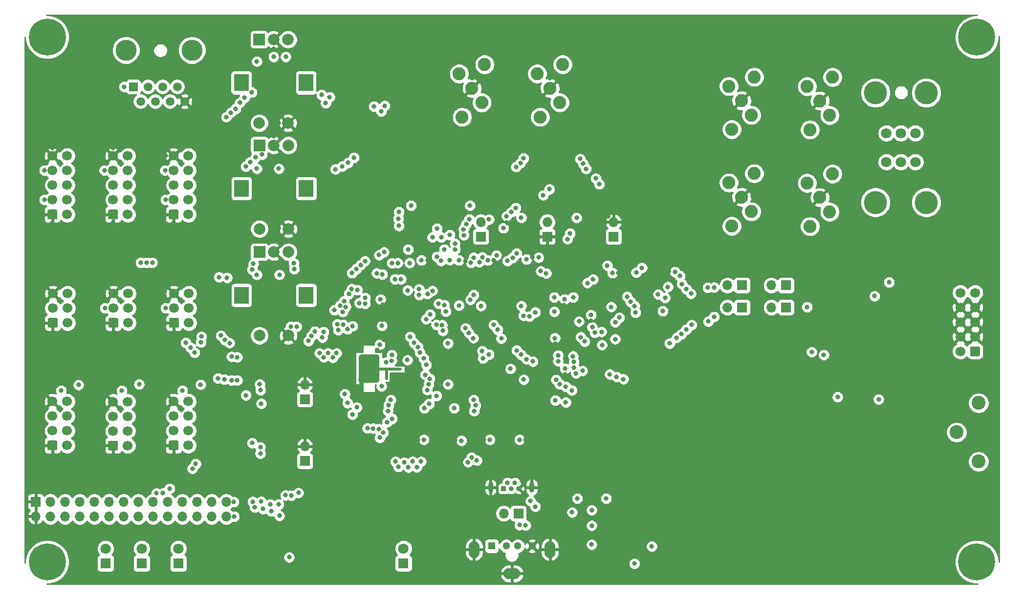
<source format=gbr>
%TF.GenerationSoftware,KiCad,Pcbnew,(5.1.8-0-10_14)*%
%TF.CreationDate,2021-03-03T20:06:49+01:00*%
%TF.ProjectId,KLST_CORE,4b4c5354-5f43-44f5-9245-2e6b69636164,v0.1*%
%TF.SameCoordinates,Original*%
%TF.FileFunction,Copper,L2,Inr*%
%TF.FilePolarity,Positive*%
%FSLAX46Y46*%
G04 Gerber Fmt 4.6, Leading zero omitted, Abs format (unit mm)*
G04 Created by KiCad (PCBNEW (5.1.8-0-10_14)) date 2021-03-03 20:06:49*
%MOMM*%
%LPD*%
G01*
G04 APERTURE LIST*
%TA.AperFunction,ComponentPad*%
%ADD10C,1.700000*%
%TD*%
%TA.AperFunction,ComponentPad*%
%ADD11O,1.700000X1.700000*%
%TD*%
%TA.AperFunction,ComponentPad*%
%ADD12R,1.700000X1.700000*%
%TD*%
%TA.AperFunction,ComponentPad*%
%ADD13R,2.000000X2.000000*%
%TD*%
%TA.AperFunction,ComponentPad*%
%ADD14C,2.000000*%
%TD*%
%TA.AperFunction,ComponentPad*%
%ADD15R,2.500000X3.000000*%
%TD*%
%TA.AperFunction,WasherPad*%
%ADD16C,3.650000*%
%TD*%
%TA.AperFunction,ComponentPad*%
%ADD17R,1.500000X1.500000*%
%TD*%
%TA.AperFunction,ComponentPad*%
%ADD18C,1.500000*%
%TD*%
%TA.AperFunction,ComponentPad*%
%ADD19C,1.800000*%
%TD*%
%TA.AperFunction,ComponentPad*%
%ADD20R,1.800000X1.800000*%
%TD*%
%TA.AperFunction,ComponentPad*%
%ADD21C,2.250000*%
%TD*%
%TA.AperFunction,ComponentPad*%
%ADD22C,2.400000*%
%TD*%
%TA.AperFunction,WasherPad*%
%ADD23C,4.000000*%
%TD*%
%TA.AperFunction,ComponentPad*%
%ADD24O,0.850000X1.850000*%
%TD*%
%TA.AperFunction,ComponentPad*%
%ADD25C,0.840000*%
%TD*%
%TA.AperFunction,ComponentPad*%
%ADD26R,0.840000X0.840000*%
%TD*%
%TA.AperFunction,ComponentPad*%
%ADD27O,2.900000X1.900000*%
%TD*%
%TA.AperFunction,ComponentPad*%
%ADD28O,1.900000X2.900000*%
%TD*%
%TA.AperFunction,ComponentPad*%
%ADD29C,1.300000*%
%TD*%
%TA.AperFunction,ComponentPad*%
%ADD30R,1.300000X1.300000*%
%TD*%
%TA.AperFunction,ComponentPad*%
%ADD31C,0.800000*%
%TD*%
%TA.AperFunction,ComponentPad*%
%ADD32C,6.400000*%
%TD*%
%TA.AperFunction,ViaPad*%
%ADD33C,0.800000*%
%TD*%
%TA.AperFunction,Conductor*%
%ADD34C,0.750000*%
%TD*%
%TA.AperFunction,Conductor*%
%ADD35C,1.000000*%
%TD*%
%TA.AperFunction,Conductor*%
%ADD36C,0.500000*%
%TD*%
%TA.AperFunction,Conductor*%
%ADD37C,0.254000*%
%TD*%
%TA.AperFunction,Conductor*%
%ADD38C,0.100000*%
%TD*%
G04 APERTURE END LIST*
D10*
%TO.N,/I2C_02_SDA*%
%TO.C,J24*%
X72930000Y-120680000D03*
%TO.N,/I2C_02_SCL*%
X72930000Y-123220000D03*
X72930000Y-125760000D03*
%TO.N,/I2C_02_SDA*%
X72930000Y-128300000D03*
%TO.N,GND*%
X70390000Y-120680000D03*
%TO.N,+3V3*%
X70390000Y-123220000D03*
X70390000Y-125760000D03*
%TO.N,GND*%
%TA.AperFunction,ComponentPad*%
G36*
G01*
X69540000Y-128900000D02*
X69540000Y-127700000D01*
G75*
G02*
X69790000Y-127450000I250000J0D01*
G01*
X70990000Y-127450000D01*
G75*
G02*
X71240000Y-127700000I0J-250000D01*
G01*
X71240000Y-128900000D01*
G75*
G02*
X70990000Y-129150000I-250000J0D01*
G01*
X69790000Y-129150000D01*
G75*
G02*
X69540000Y-128900000I0J250000D01*
G01*
G37*
%TD.AperFunction*%
%TD*%
D11*
%TO.N,+3V3*%
%TO.C,J5*%
X79520000Y-140630000D03*
X79520000Y-138090000D03*
%TO.N,/DAC_00*%
X76980000Y-140630000D03*
%TO.N,/DAC_01*%
X76980000Y-138090000D03*
%TO.N,/ADC_04*%
X74440000Y-140630000D03*
%TO.N,/ADC_05*%
X74440000Y-138090000D03*
%TO.N,/ADC_02*%
X71900000Y-140630000D03*
%TO.N,/ADC_03*%
X71900000Y-138090000D03*
%TO.N,/ADC_00*%
X69360000Y-140630000D03*
%TO.N,/ADC_01*%
X69360000Y-138090000D03*
%TO.N,/GPIO_14*%
X66820000Y-140630000D03*
%TO.N,/GPIO_15*%
X66820000Y-138090000D03*
%TO.N,/GPIO_12*%
X64280000Y-140630000D03*
%TO.N,/GPIO_13*%
X64280000Y-138090000D03*
%TO.N,/GPIO_10*%
X61740000Y-140630000D03*
%TO.N,/GPIO_11*%
X61740000Y-138090000D03*
%TO.N,/GPIO_08*%
X59200000Y-140630000D03*
%TO.N,/GPIO_09*%
X59200000Y-138090000D03*
%TO.N,/GPIO_06*%
X56660000Y-140630000D03*
%TO.N,/GPIO_07*%
X56660000Y-138090000D03*
%TO.N,/GPIO_04*%
X54120000Y-140630000D03*
%TO.N,/GPIO_05*%
X54120000Y-138090000D03*
%TO.N,/GPIO_02*%
X51580000Y-140630000D03*
%TO.N,/GPIO_03*%
X51580000Y-138090000D03*
%TO.N,/GPIO_00*%
X49040000Y-140630000D03*
%TO.N,/GPIO_01*%
X49040000Y-138090000D03*
%TO.N,GND*%
X46500000Y-140630000D03*
D12*
X46500000Y-138090000D03*
%TD*%
D13*
%TO.N,Net-(C58-Pad1)*%
%TO.C,SW8*%
X85200000Y-57900000D03*
D14*
%TO.N,GND*%
X87700000Y-57900000D03*
%TO.N,Net-(C59-Pad1)*%
X90200000Y-57900000D03*
D15*
%TO.N,N/C*%
X82100000Y-65400000D03*
X93300000Y-65400000D03*
D14*
%TO.N,Net-(R45-Pad1)*%
X85200000Y-72400000D03*
%TO.N,GND*%
X90200000Y-72400000D03*
%TD*%
D16*
%TO.N,*%
%TO.C,J1*%
X73560000Y-59750000D03*
X62130000Y-59750000D03*
D17*
%TO.N,+3V3*%
X63400000Y-66100000D03*
D18*
%TO.N,/RJ45_UART_RX*%
X64670000Y-68640000D03*
%TO.N,/RJ45_UART_TX*%
X65940000Y-66100000D03*
%TO.N,/RJ45_GPIO*%
X67210000Y-68640000D03*
%TO.N,/RJ45_SPI_SCK*%
X68480000Y-66100000D03*
%TO.N,/RJ45_SPI_MISO*%
X69750000Y-68640000D03*
%TO.N,/RJ45_SPI_MOSI*%
X71020000Y-66100000D03*
%TO.N,GND*%
X72290000Y-68640000D03*
%TD*%
D10*
%TO.N,/SPI_00_MOSI*%
%TO.C,J16*%
X51940000Y-78090000D03*
%TO.N,/SPI_00_MISO*%
X51940000Y-80630000D03*
%TO.N,/SPI_00_SCK*%
X51940000Y-83170000D03*
%TO.N,/SPI_00_MISO*%
X51940000Y-85710000D03*
%TO.N,/SPI_00_MOSI*%
X51940000Y-88250000D03*
%TO.N,GND*%
X49400000Y-78090000D03*
%TO.N,+3V3*%
X49400000Y-80630000D03*
%TO.N,N/C*%
X49400000Y-83170000D03*
%TO.N,+3V3*%
X49400000Y-85710000D03*
%TO.N,GND*%
%TA.AperFunction,ComponentPad*%
G36*
G01*
X48550000Y-88850000D02*
X48550000Y-87650000D01*
G75*
G02*
X48800000Y-87400000I250000J0D01*
G01*
X50000000Y-87400000D01*
G75*
G02*
X50250000Y-87650000I0J-250000D01*
G01*
X50250000Y-88850000D01*
G75*
G02*
X50000000Y-89100000I-250000J0D01*
G01*
X48800000Y-89100000D01*
G75*
G02*
X48550000Y-88850000I0J250000D01*
G01*
G37*
%TD.AperFunction*%
%TD*%
%TO.N,+12V*%
%TO.C,J8*%
X206660000Y-101820000D03*
%TO.N,GND*%
X206660000Y-104360000D03*
X206660000Y-106900000D03*
X206660000Y-109440000D03*
%TO.N,N/C*%
X206660000Y-111980000D03*
%TO.N,+12V*%
X209200000Y-101820000D03*
%TO.N,GND*%
X209200000Y-104360000D03*
X209200000Y-106900000D03*
X209200000Y-109440000D03*
%TO.N,N/C*%
%TA.AperFunction,ComponentPad*%
G36*
G01*
X210050000Y-111380000D02*
X210050000Y-112580000D01*
G75*
G02*
X209800000Y-112830000I-250000J0D01*
G01*
X208600000Y-112830000D01*
G75*
G02*
X208350000Y-112580000I0J250000D01*
G01*
X208350000Y-111380000D01*
G75*
G02*
X208600000Y-111130000I250000J0D01*
G01*
X209800000Y-111130000D01*
G75*
G02*
X210050000Y-111380000I0J-250000D01*
G01*
G37*
%TD.AperFunction*%
%TD*%
%TO.N,/USART_01_RX*%
%TO.C,J19*%
X62490000Y-101970000D03*
%TO.N,N/C*%
X62490000Y-104510000D03*
%TO.N,/USART_01_TX*%
X62490000Y-107050000D03*
%TO.N,GND*%
X59950000Y-101970000D03*
%TO.N,+3V3*%
X59950000Y-104510000D03*
%TO.N,GND*%
%TA.AperFunction,ComponentPad*%
G36*
G01*
X59100000Y-107650000D02*
X59100000Y-106450000D01*
G75*
G02*
X59350000Y-106200000I250000J0D01*
G01*
X60550000Y-106200000D01*
G75*
G02*
X60800000Y-106450000I0J-250000D01*
G01*
X60800000Y-107650000D01*
G75*
G02*
X60550000Y-107900000I-250000J0D01*
G01*
X59350000Y-107900000D01*
G75*
G02*
X59100000Y-107650000I0J250000D01*
G01*
G37*
%TD.AperFunction*%
%TD*%
%TO.N,/USART_00_RX*%
%TO.C,J17*%
X51990000Y-101970000D03*
%TO.N,N/C*%
X51990000Y-104510000D03*
%TO.N,/USART_00_TX*%
X51990000Y-107050000D03*
%TO.N,GND*%
X49450000Y-101970000D03*
%TO.N,+3V3*%
X49450000Y-104510000D03*
%TO.N,GND*%
%TA.AperFunction,ComponentPad*%
G36*
G01*
X48600000Y-107650000D02*
X48600000Y-106450000D01*
G75*
G02*
X48850000Y-106200000I250000J0D01*
G01*
X50050000Y-106200000D01*
G75*
G02*
X50300000Y-106450000I0J-250000D01*
G01*
X50300000Y-107650000D01*
G75*
G02*
X50050000Y-107900000I-250000J0D01*
G01*
X48850000Y-107900000D01*
G75*
G02*
X48600000Y-107650000I0J250000D01*
G01*
G37*
%TD.AperFunction*%
%TD*%
%TO.N,/USART_02_RX*%
%TO.C,J22*%
X72990000Y-101970000D03*
%TO.N,N/C*%
X72990000Y-104510000D03*
%TO.N,/USART_02_TX*%
X72990000Y-107050000D03*
%TO.N,GND*%
X70450000Y-101970000D03*
%TO.N,+3V3*%
X70450000Y-104510000D03*
%TO.N,GND*%
%TA.AperFunction,ComponentPad*%
G36*
G01*
X69600000Y-107650000D02*
X69600000Y-106450000D01*
G75*
G02*
X69850000Y-106200000I250000J0D01*
G01*
X71050000Y-106200000D01*
G75*
G02*
X71300000Y-106450000I0J-250000D01*
G01*
X71300000Y-107650000D01*
G75*
G02*
X71050000Y-107900000I-250000J0D01*
G01*
X69850000Y-107900000D01*
G75*
G02*
X69600000Y-107650000I0J250000D01*
G01*
G37*
%TD.AperFunction*%
%TD*%
D19*
%TO.N,+3V3*%
%TO.C,D4*%
X110200000Y-146200000D03*
D20*
%TO.N,Net-(D4-Pad1)*%
X110200000Y-148740000D03*
%TD*%
D19*
%TO.N,/LED_00*%
%TO.C,D1*%
X58600000Y-146210000D03*
D20*
%TO.N,Net-(D1-Pad1)*%
X58600000Y-148750000D03*
%TD*%
D19*
%TO.N,/LED_02*%
%TO.C,D3*%
X71200000Y-146210000D03*
D20*
%TO.N,Net-(D3-Pad1)*%
X71200000Y-148750000D03*
%TD*%
D19*
%TO.N,/LED_01*%
%TO.C,D2*%
X64850000Y-146210000D03*
D20*
%TO.N,Net-(D2-Pad1)*%
X64850000Y-148750000D03*
%TD*%
D11*
%TO.N,/SWD_NRST*%
%TO.C,JP2*%
X135100000Y-89560000D03*
D12*
%TO.N,GND*%
X135100000Y-92100000D03*
%TD*%
D11*
%TO.N,+5V*%
%TO.C,JP6*%
X127560000Y-140100000D03*
D12*
%TO.N,/USB_POWER_INPUT_5V+*%
X130100000Y-140100000D03*
%TD*%
D11*
%TO.N,Net-(C53-Pad1)*%
%TO.C,JP10*%
X166300000Y-100540000D03*
D12*
%TO.N,/audio_codec_WM8731/SIGNAL_OUT_LEFT*%
X168840000Y-100540000D03*
%TD*%
D11*
%TO.N,/audio_codec_WM8731/SIGNAL_IN_LEFT*%
%TO.C,JP9*%
X173920000Y-100540000D03*
D12*
%TO.N,Net-(JP9-Pad1)*%
X176460000Y-100540000D03*
%TD*%
D11*
%TO.N,Net-(C51-Pad1)*%
%TO.C,JP8*%
X166300000Y-104370000D03*
D12*
%TO.N,/audio_codec_WM8731/SIGNAL_OUT_RIGHT*%
X168840000Y-104370000D03*
%TD*%
D11*
%TO.N,/audio_codec_WM8731/SIGNAL_IN_RIGHT*%
%TO.C,JP7*%
X173920000Y-104370000D03*
D12*
%TO.N,Net-(JP7-Pad1)*%
X176460000Y-104370000D03*
%TD*%
D11*
%TO.N,+3V3*%
%TO.C,JP1*%
X123600000Y-89560000D03*
D12*
%TO.N,/BOOT_FLASH*%
X123600000Y-92100000D03*
%TD*%
D11*
%TO.N,GND*%
%TO.C,JP5*%
X146600000Y-89560000D03*
D12*
%TO.N,Net-(JP5-Pad1)*%
X146600000Y-92100000D03*
%TD*%
D11*
%TO.N,GND*%
%TO.C,JP4*%
X93100000Y-128460000D03*
D12*
%TO.N,Net-(JP4-Pad1)*%
X93100000Y-131000000D03*
%TD*%
D11*
%TO.N,GND*%
%TO.C,JP3*%
X93100000Y-117760000D03*
D12*
%TO.N,Net-(JP3-Pad1)*%
X93100000Y-120300000D03*
%TD*%
D21*
%TO.N,GND*%
%TO.C,J15*%
X168750000Y-68500000D03*
%TO.N,Net-(J15-PadT)*%
X167050000Y-73500000D03*
%TO.N,N/C*%
X170450000Y-71000000D03*
X166550000Y-66000000D03*
X170950000Y-64400000D03*
%TD*%
%TO.N,GND*%
%TO.C,J13*%
X168750000Y-85250000D03*
%TO.N,Net-(J13-PadT)*%
X167050000Y-90250000D03*
%TO.N,N/C*%
X170450000Y-87750000D03*
X166550000Y-82750000D03*
X170950000Y-81150000D03*
%TD*%
D13*
%TO.N,Net-(C61-Pad1)*%
%TO.C,SW9*%
X85250000Y-94750000D03*
D14*
%TO.N,GND*%
X87750000Y-94750000D03*
%TO.N,Net-(C62-Pad1)*%
X90250000Y-94750000D03*
D15*
%TO.N,N/C*%
X82150000Y-102250000D03*
X93350000Y-102250000D03*
D14*
%TO.N,Net-(R51-Pad1)*%
X85250000Y-109250000D03*
%TO.N,GND*%
X90250000Y-109250000D03*
%TD*%
D13*
%TO.N,Net-(C55-Pad1)*%
%TO.C,SW7*%
X85250000Y-76250000D03*
D14*
%TO.N,GND*%
X87750000Y-76250000D03*
%TO.N,Net-(C56-Pad1)*%
X90250000Y-76250000D03*
D15*
%TO.N,N/C*%
X82150000Y-83750000D03*
X93350000Y-83750000D03*
D14*
%TO.N,Net-(R39-Pad1)*%
X85250000Y-90750000D03*
%TO.N,GND*%
X90250000Y-90750000D03*
%TD*%
D22*
%TO.N,Net-(C6-Pad1)*%
%TO.C,SW6*%
X205990000Y-126020000D03*
%TO.N,+5V*%
X209800000Y-120940000D03*
%TO.N,/USB_POWER_INPUT_5V+*%
X209800000Y-131100000D03*
%TD*%
D23*
%TO.N,*%
%TO.C,RV2*%
X191950000Y-67150000D03*
X200750000Y-67150000D03*
D19*
%TO.N,Net-(R33-Pad2)*%
X193850000Y-74150000D03*
%TO.N,Net-(JP9-Pad1)*%
X196350000Y-74150000D03*
X198850000Y-74150000D03*
%TD*%
D23*
%TO.N,*%
%TO.C,RV1*%
X200750000Y-86150000D03*
X191950000Y-86150000D03*
D19*
%TO.N,Net-(R27-Pad2)*%
X198850000Y-79150000D03*
%TO.N,Net-(JP7-Pad1)*%
X196350000Y-79150000D03*
X193850000Y-79150000D03*
%TD*%
D10*
%TO.N,/SPI_02_MOSI*%
%TO.C,J23*%
X72940000Y-78090000D03*
%TO.N,/SPI_02_MISO*%
X72940000Y-80630000D03*
%TO.N,/SPI_02_SCK*%
X72940000Y-83170000D03*
%TO.N,/SPI_02_MISO*%
X72940000Y-85710000D03*
%TO.N,/SPI_02_MOSI*%
X72940000Y-88250000D03*
%TO.N,GND*%
X70400000Y-78090000D03*
%TO.N,+3V3*%
X70400000Y-80630000D03*
%TO.N,N/C*%
X70400000Y-83170000D03*
%TO.N,+3V3*%
X70400000Y-85710000D03*
%TO.N,GND*%
%TA.AperFunction,ComponentPad*%
G36*
G01*
X69550000Y-88850000D02*
X69550000Y-87650000D01*
G75*
G02*
X69800000Y-87400000I250000J0D01*
G01*
X71000000Y-87400000D01*
G75*
G02*
X71250000Y-87650000I0J-250000D01*
G01*
X71250000Y-88850000D01*
G75*
G02*
X71000000Y-89100000I-250000J0D01*
G01*
X69800000Y-89100000D01*
G75*
G02*
X69550000Y-88850000I0J250000D01*
G01*
G37*
%TD.AperFunction*%
%TD*%
%TO.N,/I2C_01_SDA*%
%TO.C,J21*%
X62430000Y-120710000D03*
%TO.N,/I2C_01_SCL*%
X62430000Y-123250000D03*
X62430000Y-125790000D03*
%TO.N,/I2C_01_SDA*%
X62430000Y-128330000D03*
%TO.N,GND*%
X59890000Y-120710000D03*
%TO.N,+3V3*%
X59890000Y-123250000D03*
X59890000Y-125790000D03*
%TO.N,GND*%
%TA.AperFunction,ComponentPad*%
G36*
G01*
X59040000Y-128930000D02*
X59040000Y-127730000D01*
G75*
G02*
X59290000Y-127480000I250000J0D01*
G01*
X60490000Y-127480000D01*
G75*
G02*
X60740000Y-127730000I0J-250000D01*
G01*
X60740000Y-128930000D01*
G75*
G02*
X60490000Y-129180000I-250000J0D01*
G01*
X59290000Y-129180000D01*
G75*
G02*
X59040000Y-128930000I0J250000D01*
G01*
G37*
%TD.AperFunction*%
%TD*%
%TO.N,/SPI_01_MOSI*%
%TO.C,J20*%
X62440000Y-78090000D03*
%TO.N,/SPI_01_MISO*%
X62440000Y-80630000D03*
%TO.N,/SPI_01_SCK*%
X62440000Y-83170000D03*
%TO.N,/SPI_01_MISO*%
X62440000Y-85710000D03*
%TO.N,/SPI_01_MOSI*%
X62440000Y-88250000D03*
%TO.N,GND*%
X59900000Y-78090000D03*
%TO.N,+3V3*%
X59900000Y-80630000D03*
%TO.N,N/C*%
X59900000Y-83170000D03*
%TO.N,+3V3*%
X59900000Y-85710000D03*
%TO.N,GND*%
%TA.AperFunction,ComponentPad*%
G36*
G01*
X59050000Y-88850000D02*
X59050000Y-87650000D01*
G75*
G02*
X59300000Y-87400000I250000J0D01*
G01*
X60500000Y-87400000D01*
G75*
G02*
X60750000Y-87650000I0J-250000D01*
G01*
X60750000Y-88850000D01*
G75*
G02*
X60500000Y-89100000I-250000J0D01*
G01*
X59300000Y-89100000D01*
G75*
G02*
X59050000Y-88850000I0J250000D01*
G01*
G37*
%TD.AperFunction*%
%TD*%
%TO.N,/I2C_00_SDA*%
%TO.C,J18*%
X51930000Y-120680000D03*
%TO.N,/I2C_00_SCL*%
X51930000Y-123220000D03*
X51930000Y-125760000D03*
%TO.N,/I2C_00_SDA*%
X51930000Y-128300000D03*
%TO.N,GND*%
X49390000Y-120680000D03*
%TO.N,+3V3*%
X49390000Y-123220000D03*
X49390000Y-125760000D03*
%TO.N,GND*%
%TA.AperFunction,ComponentPad*%
G36*
G01*
X48540000Y-128900000D02*
X48540000Y-127700000D01*
G75*
G02*
X48790000Y-127450000I250000J0D01*
G01*
X49990000Y-127450000D01*
G75*
G02*
X50240000Y-127700000I0J-250000D01*
G01*
X50240000Y-128900000D01*
G75*
G02*
X49990000Y-129150000I-250000J0D01*
G01*
X48790000Y-129150000D01*
G75*
G02*
X48540000Y-128900000I0J250000D01*
G01*
G37*
%TD.AperFunction*%
%TD*%
D21*
%TO.N,GND*%
%TO.C,J14*%
X182320000Y-68540000D03*
%TO.N,Net-(J12-PadTN)*%
X180620000Y-73540000D03*
%TO.N,N/C*%
X184020000Y-71040000D03*
X180120000Y-66040000D03*
X184520000Y-64440000D03*
%TD*%
%TO.N,GND*%
%TO.C,J12*%
X182320000Y-85300000D03*
%TO.N,Net-(J12-PadT)*%
X180620000Y-90300000D03*
%TO.N,Net-(J12-PadTN)*%
X184020000Y-87800000D03*
%TO.N,N/C*%
X180120000Y-82800000D03*
X184520000Y-81200000D03*
%TD*%
%TO.N,GND*%
%TO.C,J11*%
X135550000Y-66350000D03*
%TO.N,/audio_codec_WM8731/AUDIO_IN_LEFT*%
X133850000Y-71350000D03*
%TO.N,N/C*%
X137250000Y-68850000D03*
X133350000Y-63850000D03*
%TO.N,/audio_codec_WM8731/AUDIO_IN_RIGHT*%
X137750000Y-62250000D03*
%TD*%
%TO.N,GND*%
%TO.C,J10*%
X122050000Y-66350000D03*
%TO.N,/audio_codec_WM8731/AUDIO_OUT_LEFT*%
X120350000Y-71350000D03*
%TO.N,N/C*%
X123750000Y-68850000D03*
X119850000Y-63850000D03*
%TO.N,/audio_codec_WM8731/AUDIO_OUT_RIGHT*%
X124250000Y-62250000D03*
%TD*%
D24*
%TO.N,GND*%
%TO.C,J4*%
X132425000Y-135580000D03*
X125275000Y-135580000D03*
D25*
X130150000Y-135800000D03*
%TO.N,N/C*%
X129500000Y-134800000D03*
%TO.N,Net-(J4-Pad3)*%
X128850000Y-135800000D03*
%TO.N,Net-(J4-Pad2)*%
X128200000Y-134800000D03*
D26*
%TO.N,/USB_POWER_INPUT_5V+*%
X127550000Y-135800000D03*
%TD*%
D27*
%TO.N,GND*%
%TO.C,J3*%
X128990000Y-150530000D03*
D28*
X135560000Y-146350000D03*
X122420000Y-146350000D03*
D29*
X132490000Y-145750000D03*
%TO.N,Net-(J3-Pad3)*%
X129990000Y-145750000D03*
%TO.N,Net-(J3-Pad2)*%
X127990000Y-145750000D03*
D30*
%TO.N,+5V*%
X125490000Y-145750000D03*
%TD*%
D31*
%TO.N,N/C*%
%TO.C,H4*%
X50197056Y-146802944D03*
X48500000Y-146100000D03*
X46802944Y-146802944D03*
X46100000Y-148500000D03*
X46802944Y-150197056D03*
X48500000Y-150900000D03*
X50197056Y-150197056D03*
X50900000Y-148500000D03*
D32*
X48500000Y-148500000D03*
%TD*%
D31*
%TO.N,N/C*%
%TO.C,H3*%
X211197056Y-146802944D03*
X209500000Y-146100000D03*
X207802944Y-146802944D03*
X207100000Y-148500000D03*
X207802944Y-150197056D03*
X209500000Y-150900000D03*
X211197056Y-150197056D03*
X211900000Y-148500000D03*
D32*
X209500000Y-148500000D03*
%TD*%
D31*
%TO.N,N/C*%
%TO.C,H2*%
X211197056Y-55802944D03*
X209500000Y-55100000D03*
X207802944Y-55802944D03*
X207100000Y-57500000D03*
X207802944Y-59197056D03*
X209500000Y-59900000D03*
X211197056Y-59197056D03*
X211900000Y-57500000D03*
D32*
X209500000Y-57500000D03*
%TD*%
D31*
%TO.N,N/C*%
%TO.C,H1*%
X50197056Y-55802944D03*
X48500000Y-55100000D03*
X46802944Y-55802944D03*
X46100000Y-57500000D03*
X46802944Y-59197056D03*
X48500000Y-59900000D03*
X50197056Y-59197056D03*
X50900000Y-57500000D03*
D32*
X48500000Y-57500000D03*
%TD*%
D33*
%TO.N,GND*%
X106562862Y-103901132D03*
X125800000Y-96200000D03*
X114400013Y-96200000D03*
X120912407Y-96343244D03*
X135100000Y-93600000D03*
X170700000Y-85200000D03*
X180200000Y-85300000D03*
X84800000Y-148800000D03*
X95700000Y-148900000D03*
X82100000Y-140500000D03*
X74800000Y-146500000D03*
X68400000Y-146500000D03*
X62200000Y-146500000D03*
X59900000Y-76700000D03*
X69000000Y-78100000D03*
X49400000Y-76700000D03*
X49400000Y-89700000D03*
X59900000Y-89700000D03*
X70400000Y-89700000D03*
X73960060Y-68640000D03*
X88600000Y-72400000D03*
X87700000Y-74700000D03*
X87700000Y-59500000D03*
X122100000Y-64600000D03*
X113200000Y-73500000D03*
X135600000Y-64600000D03*
X130300000Y-74800000D03*
X131500000Y-76200000D03*
X133300000Y-86200000D03*
X142200000Y-86200000D03*
X139900000Y-76300000D03*
X86600000Y-68825032D03*
X90600000Y-68825032D03*
X88600000Y-90700000D03*
X90600000Y-87100000D03*
X86800000Y-87300000D03*
X86600000Y-105700000D03*
X90587340Y-105387340D03*
X91600000Y-117700000D03*
X90100000Y-115900000D03*
X90100000Y-117800000D03*
X90000000Y-131400000D03*
X89300000Y-127900000D03*
X92600000Y-147700000D03*
X113877500Y-146577500D03*
X140500000Y-141800000D03*
X139400000Y-141800000D03*
X103100000Y-123600000D03*
X102900000Y-118500000D03*
X101600000Y-116400000D03*
X104900000Y-119600000D03*
X113300000Y-90200000D03*
X113300000Y-89000000D03*
X113200000Y-92700000D03*
X117400000Y-89700000D03*
X128100000Y-89700000D03*
X133116831Y-94169919D03*
X145600000Y-88600000D03*
X143600000Y-89700000D03*
X142300000Y-94200000D03*
X154300000Y-96800000D03*
X156100000Y-98100000D03*
X147400000Y-98400000D03*
X148300000Y-97100000D03*
X132512761Y-95661920D03*
X183600000Y-110500000D03*
X178700000Y-114700000D03*
X177500000Y-119600000D03*
X180800000Y-119900000D03*
X191600006Y-113100000D03*
X189400000Y-116500000D03*
X191500000Y-125300000D03*
X191500000Y-128600000D03*
X201400000Y-123400000D03*
X131300000Y-127300000D03*
X154600000Y-107800000D03*
X155900000Y-109400000D03*
X153195002Y-102506442D03*
X153300000Y-103500000D03*
X149800000Y-109800002D03*
X142699681Y-106696834D03*
X138700000Y-106700000D03*
X139766945Y-105388706D03*
X138003408Y-103940942D03*
X136504198Y-110688132D03*
X112726292Y-127298656D03*
X127551127Y-127363660D03*
X124163666Y-127300000D03*
X146400000Y-139525010D03*
X150800000Y-139525010D03*
X138200000Y-115989450D03*
X138317291Y-122325010D03*
X140490015Y-145390015D03*
X106524614Y-106546167D03*
X106733016Y-110024975D03*
X105680000Y-111780000D03*
X104720000Y-110540000D03*
X97190000Y-74670000D03*
X105300000Y-83950000D03*
X78730000Y-87330000D03*
X104300000Y-123694990D03*
X78860000Y-123390000D03*
X80550000Y-130020000D03*
X95640000Y-98810000D03*
X96360000Y-95110000D03*
X97830000Y-83950000D03*
X173880000Y-102490000D03*
X138040000Y-100120000D03*
X97200000Y-143725120D03*
X119097808Y-127405189D03*
X141414990Y-104000000D03*
%TO.N,/BUTTON_USER_01*%
X82900000Y-119600000D03*
X80400000Y-112900000D03*
X143500000Y-82000000D03*
X158074990Y-98899350D03*
X157529076Y-109607664D03*
X80400000Y-117000000D03*
X136974990Y-113674990D03*
X139724979Y-113819403D03*
X83974990Y-127874999D03*
X78260000Y-99120000D03*
%TO.N,/BUTTON_PROGRAMMER*%
X131000000Y-105800000D03*
X138600000Y-92500000D03*
X134921654Y-98451658D03*
X132600000Y-113735021D03*
%TO.N,+3V3*%
X106212001Y-102964692D03*
X124800000Y-96200000D03*
X119800000Y-96200000D03*
X116700000Y-96300000D03*
X113300000Y-96200002D03*
X80800000Y-138100000D03*
X80870001Y-140629999D03*
X61800000Y-66100000D03*
X48000000Y-80600000D03*
X48000000Y-85700000D03*
X68900000Y-80600000D03*
X58400000Y-80600000D03*
X69000000Y-85700000D03*
X84800000Y-61700000D03*
X87700000Y-60900000D03*
X89800000Y-60900000D03*
X84800000Y-80300000D03*
X88600000Y-80300009D03*
X69000000Y-104500000D03*
X58500000Y-104500000D03*
X84800000Y-98700000D03*
X88699985Y-98700015D03*
X85300000Y-117700000D03*
X71900000Y-118800000D03*
X64400000Y-117700000D03*
X61400000Y-118800000D03*
X53900000Y-117800000D03*
X50900000Y-118800000D03*
X85400000Y-128600000D03*
X90400000Y-147700000D03*
X142800000Y-142200000D03*
X106407331Y-118040324D03*
X111500000Y-86700000D03*
X121700000Y-86700000D03*
X130600000Y-88800000D03*
X131504990Y-96021243D03*
X156000000Y-100800000D03*
X154300000Y-102100000D03*
X146400000Y-98400000D03*
X145500000Y-97100006D03*
X130300000Y-127300000D03*
X140600000Y-106800000D03*
X141571748Y-110265806D03*
X102100014Y-121700000D03*
X140175020Y-88800000D03*
X138104801Y-102946083D03*
X136429206Y-109690935D03*
X113726303Y-127300065D03*
X125163679Y-127300000D03*
X138200000Y-114989437D03*
X138309675Y-120824946D03*
X142800000Y-139525010D03*
X139400000Y-139900000D03*
X140300000Y-137500000D03*
X145300000Y-137500000D03*
X142789959Y-145489959D03*
X107200000Y-113900000D03*
X106475432Y-107544968D03*
X106109184Y-110806548D03*
X75050000Y-117750000D03*
X120229995Y-127470005D03*
%TO.N,+3.3VA*%
X115900000Y-119700000D03*
X139600000Y-102600000D03*
X117900000Y-117700000D03*
X117900000Y-110600000D03*
X144500000Y-108600000D03*
X146862655Y-109862664D03*
X130599992Y-104100000D03*
X123599996Y-104100000D03*
%TO.N,/audio_codec_WM8731/HEADPHONE_OUT_LEFT*%
X143044998Y-99500825D03*
X146173614Y-104271066D03*
%TO.N,/audio_codec_WM8731/HEADPHONE_OUT_RIGHT*%
X142679576Y-105677232D03*
X135483869Y-83858550D03*
X134400000Y-84900000D03*
X142038630Y-100123310D03*
%TO.N,/audio_codec_WM8731/SIGNAL_IN_LEFT*%
X150509191Y-98303871D03*
X150244988Y-104105614D03*
%TO.N,/audio_codec_WM8731/SIGNAL_IN_RIGHT*%
X151500000Y-97500000D03*
X150389704Y-105259206D03*
%TO.N,/ENCODER_01_BUTTON*%
X105556284Y-98430966D03*
X119810219Y-104029798D03*
%TO.N,Net-(C51-Pad1)*%
X183000000Y-112600000D03*
%TO.N,/ENCODER_00_BUTTON*%
X109199978Y-96648749D03*
X114361607Y-102009553D03*
%TO.N,/ENCODER_02_BUTTON*%
X122300000Y-109700000D03*
X127137340Y-109762660D03*
X96139285Y-109590795D03*
X117000370Y-108403282D03*
%TO.N,/LED_00*%
X123830000Y-111920000D03*
X122371174Y-120413957D03*
X121372830Y-131194203D03*
X129788454Y-111815010D03*
%TO.N,/LED_01*%
X122697445Y-121359246D03*
X121982610Y-130401618D03*
X123970000Y-113200000D03*
X131470000Y-113330000D03*
%TO.N,/LED_02*%
X122420000Y-122320000D03*
X122900000Y-130900000D03*
X124979194Y-112531994D03*
X130540000Y-112560000D03*
%TO.N,/ADC_00*%
X108818537Y-131099604D03*
X67400000Y-136600000D03*
X74200000Y-131500000D03*
X113023117Y-112193082D03*
%TO.N,/ADC_01*%
X89767740Y-136944168D03*
%TO.N,/ADC_02*%
X85848277Y-139302434D03*
%TO.N,/ADC_03*%
X113700004Y-113200000D03*
X109300000Y-132000004D03*
X68500000Y-136600000D03*
X73627758Y-132320098D03*
%TO.N,/ADC_04*%
X85546945Y-138034054D03*
%TO.N,/ADC_05*%
X88566753Y-138533247D03*
%TO.N,/DAC_00*%
X84398265Y-139003760D03*
%TO.N,/DAC_01*%
X84069791Y-138059234D03*
%TO.N,/SDCARD_CS*%
X95649989Y-112310897D03*
X98719265Y-107286251D03*
X101225253Y-101141845D03*
X108726298Y-99473702D03*
X112900000Y-102200000D03*
%TO.N,/SDCARD_MOSI*%
X96392885Y-113007115D03*
X98894493Y-108270791D03*
X103539495Y-103713732D03*
%TO.N,/SDCARD_SCK*%
X97100000Y-112300000D03*
X99745083Y-107373533D03*
X102204656Y-101343822D03*
%TO.N,/SDCARD_MISO*%
X97948576Y-113058729D03*
X100507377Y-108124979D03*
X103575191Y-102714357D03*
%TO.N,/SDCARD_DETECT_SDIO*%
X98600000Y-112300000D03*
X101354890Y-107594183D03*
X109775382Y-99463359D03*
X102545833Y-103592808D03*
X112900000Y-101200000D03*
%TO.N,/GPIO_15*%
X87292682Y-139720084D03*
%TO.N,/GPIO_14*%
X87100000Y-138500000D03*
%TO.N,/GPIO_13*%
X90767279Y-136974924D03*
X69700000Y-135800000D03*
%TO.N,/GPIO_12*%
X92000002Y-136524913D03*
%TO.N,/GPIO_11*%
X113237427Y-131097468D03*
X114289712Y-118667036D03*
%TO.N,/GPIO_10*%
X112488676Y-132076259D03*
X114559325Y-117704055D03*
%TO.N,/GPIO_09*%
X111763666Y-131100000D03*
X114735449Y-116719675D03*
%TO.N,/GPIO_08*%
X111038656Y-132105305D03*
X113986830Y-116056656D03*
%TO.N,/GPIO_07*%
X114159990Y-114340010D03*
X110313646Y-131258569D03*
%TO.N,/GPIO_06*%
X112703574Y-111245498D03*
X106073928Y-126955646D03*
%TO.N,/GPIO_05*%
X112005111Y-110529836D03*
X106700000Y-126100000D03*
%TO.N,/GPIO_04*%
X111345879Y-109471198D03*
X105934061Y-125448109D03*
%TO.N,/GPIO_03*%
X80074990Y-110543546D03*
X74000000Y-112200000D03*
X99922377Y-103293830D03*
%TO.N,/GPIO_02*%
X73300000Y-111335052D03*
X79229153Y-110010083D03*
X100739182Y-102015778D03*
%TO.N,/GPIO_01*%
X72500000Y-110500000D03*
X78571792Y-109256491D03*
X110900000Y-101400000D03*
%TO.N,/GPIO_00*%
X88700001Y-140500000D03*
%TO.N,+5V*%
X153199997Y-145799999D03*
X150199999Y-148800001D03*
%TO.N,/SWD_NRST*%
X127500000Y-90600000D03*
X111000000Y-94300000D03*
X126300000Y-95325032D03*
X119150035Y-94300000D03*
X117250012Y-94300000D03*
X116296077Y-103724931D03*
%TO.N,/SWD_SWI*%
X119094533Y-93300004D03*
X116725010Y-92220482D03*
X115200000Y-92200000D03*
%TO.N,/SWD_SWO*%
X109400000Y-90200004D03*
%TO.N,/SWD_SWCLK*%
X109300000Y-89000006D03*
%TO.N,/SWD_SWDIO*%
X109400000Y-87800000D03*
X133589102Y-95710898D03*
X136300000Y-102600000D03*
X136300000Y-105099990D03*
X133991918Y-98083401D03*
%TO.N,/USART_00_RX*%
X84200000Y-96800000D03*
X102045983Y-97692690D03*
X122372242Y-102204912D03*
X91199599Y-96690011D03*
%TO.N,/USART_00_TX*%
X84000000Y-97800000D03*
X101285277Y-98393957D03*
X121800155Y-103025165D03*
X91260021Y-97688568D03*
%TO.N,/SPI_00_MOSI*%
X64687353Y-96619685D03*
X110874979Y-113494877D03*
%TO.N,/SPI_00_MISO*%
X65687340Y-96612660D03*
X108150668Y-113589753D03*
%TO.N,/SPI_00_SCK*%
X66700000Y-96600000D03*
X108177011Y-112590088D03*
%TO.N,/I2C_00_SDA*%
X96363869Y-108616328D03*
X100195799Y-104274897D03*
%TO.N,/I2C_00_SCL*%
X94850658Y-108525030D03*
X99683759Y-105133873D03*
%TO.N,/USART_01_RX*%
X125800000Y-107400000D03*
X90674977Y-107700000D03*
X120940485Y-107974990D03*
X115889308Y-107363989D03*
%TO.N,/USART_01_TX*%
X126507116Y-108207114D03*
X91674990Y-107700000D03*
X121532107Y-108824258D03*
X116888281Y-107409571D03*
%TO.N,/SPI_01_MOSI*%
X125000000Y-89100000D03*
X123837670Y-95640777D03*
X101600002Y-78400000D03*
X85697808Y-77850014D03*
%TO.N,/SPI_01_MISO*%
X102770993Y-96994955D03*
X114099992Y-106400000D03*
%TO.N,/SPI_01_SCK*%
X121605536Y-89091637D03*
X123326047Y-96500000D03*
X100600000Y-79274990D03*
X84566184Y-78353614D03*
%TO.N,/I2C_01_SDA*%
X105953319Y-95289234D03*
X93718143Y-110177413D03*
X98233747Y-104837216D03*
X115207310Y-101475214D03*
%TO.N,/I2C_01_SCL*%
X111249070Y-96650930D03*
X118225010Y-96148043D03*
X115979987Y-95569041D03*
X94249500Y-109324175D03*
X99215867Y-104042598D03*
X106824935Y-94774990D03*
%TO.N,/USART_02_RX*%
X75098043Y-110419992D03*
X78058900Y-116653580D03*
%TO.N,/USART_02_TX*%
X75199856Y-109425176D03*
X101346984Y-122926335D03*
X107498134Y-122321474D03*
X79147660Y-116852340D03*
%TO.N,/SPI_02_MOSI*%
X103513420Y-96325010D03*
X114800000Y-105600000D03*
%TO.N,/SPI_02_MISO*%
X121053576Y-89925522D03*
X122349383Y-95729648D03*
X99600000Y-79900000D03*
X83645948Y-79174990D03*
%TO.N,/SPI_02_SCK*%
X120601079Y-90817302D03*
X121876035Y-96610537D03*
X82881313Y-79925010D03*
X98400000Y-80400000D03*
%TO.N,/I2C_02_SDA*%
X108194249Y-123684840D03*
X103938857Y-125315010D03*
X113820000Y-121850000D03*
X118980000Y-121820000D03*
%TO.N,/I2C_02_SCL*%
X107369244Y-124249986D03*
X104937765Y-125361974D03*
X114640000Y-121080000D03*
X131020000Y-116870000D03*
%TO.N,/audio_codec_WM8731/SIGNAL_OUT_RIGHT*%
X155099511Y-104996739D03*
X146870000Y-106920000D03*
%TO.N,Net-(JP3-Pad1)*%
X85413370Y-118693565D03*
X85550000Y-121050000D03*
%TO.N,/audio_codec_WM8731/SIGNAL_OUT_LEFT*%
X155500000Y-102700000D03*
X147589659Y-106118215D03*
%TO.N,/BOOT_FLASH*%
X116000000Y-90700000D03*
X118206448Y-91800000D03*
X120650034Y-91822445D03*
%TO.N,/AUDIOCODEC_I2C_SCL*%
X142887245Y-107759999D03*
X148914754Y-102500021D03*
%TO.N,/AUDIOCODEC_I2C_SDA*%
X143330920Y-108716965D03*
X149536567Y-103381247D03*
%TO.N,Net-(R33-Pad2)*%
X192500000Y-120300000D03*
%TO.N,/ENCODER_01_A*%
X106535951Y-98631657D03*
X117537593Y-105058637D03*
%TO.N,/ENCODER_01_B*%
X108200489Y-96681082D03*
X117273536Y-103936071D03*
%TO.N,/ENCODER_02_A*%
X107987086Y-120377943D03*
X100024990Y-119400000D03*
%TO.N,/ENCODER_02_B*%
X100519980Y-120931299D03*
X107607046Y-121327410D03*
%TO.N,/AUDIOCODEC_I2S_MCK*%
X144578692Y-110878692D03*
X140900000Y-109525010D03*
%TO.N,/AUDIOCODEC_I2S_WS*%
X136500000Y-120500000D03*
X139350012Y-118750012D03*
%TO.N,/AUDIOCODEC_I2S_CK*%
X128724979Y-115000000D03*
X139724388Y-114819414D03*
%TO.N,/USB_HOST_D+*%
X133025010Y-138900000D03*
X131356066Y-142169253D03*
X133027560Y-105200000D03*
X141194775Y-115353457D03*
%TO.N,/USB_HOST_D-*%
X130300000Y-142100000D03*
X132000000Y-105900000D03*
X132199998Y-137959808D03*
X140074990Y-115800000D03*
%TO.N,/BUTTON_USER_00*%
X157221826Y-98211606D03*
X144110432Y-82993896D03*
X81396313Y-113003687D03*
X81400000Y-117000000D03*
X156300000Y-110600000D03*
X136974990Y-112674977D03*
X139569786Y-112831516D03*
X79620002Y-99220000D03*
%TO.N,Net-(JP5-Pad1)*%
X139037340Y-91537340D03*
%TO.N,Net-(JP4-Pad1)*%
X85400000Y-129700000D03*
%TO.N,Net-(J15-PadT)*%
X163000000Y-106800001D03*
X162904459Y-100935540D03*
%TO.N,Net-(JP7-Pad1)*%
X180100000Y-104300000D03*
X191799998Y-102400000D03*
X194300000Y-100000000D03*
%TO.N,Net-(C53-Pad1)*%
X180900000Y-112100002D03*
%TO.N,Net-(J12-PadTN)*%
X185400000Y-119900000D03*
%TO.N,/RJ45_UART_RX*%
X79500000Y-71336921D03*
X159200000Y-108200000D03*
X159199999Y-101199999D03*
X106350219Y-70347787D03*
X130448510Y-79334196D03*
X141321359Y-79453351D03*
X147100000Y-116400000D03*
X137251090Y-117685751D03*
%TO.N,/RJ45_UART_TX*%
X80300000Y-70574990D03*
X160100000Y-107400000D03*
X106940338Y-69402155D03*
X131000000Y-78500000D03*
X140800000Y-78600000D03*
X159999990Y-101974968D03*
X148300000Y-116800000D03*
X138300000Y-118100000D03*
%TO.N,/RJ45_GPIO*%
X81125004Y-69925010D03*
X158325010Y-109000000D03*
X158400000Y-100300000D03*
X105100000Y-69500000D03*
X129692468Y-79988737D03*
X141807420Y-80327289D03*
X145924876Y-115968172D03*
X136617653Y-116911942D03*
%TO.N,/RJ45_SPI_SCK*%
X129624310Y-87114739D03*
X82682571Y-67974990D03*
X97412696Y-67887300D03*
X129792736Y-95000009D03*
%TO.N,/RJ45_SPI_MISO*%
X128897940Y-87802060D03*
X81854118Y-68874990D03*
X96725010Y-68925010D03*
X129117990Y-95738075D03*
%TO.N,/RJ45_SPI_MOSI*%
X128050823Y-88528130D03*
X128200000Y-96300000D03*
X83923920Y-67074990D03*
X96000000Y-67500000D03*
%TO.N,Net-(J13-PadT)*%
X164000013Y-106000000D03*
X163990000Y-100900000D03*
%TD*%
D34*
%TO.N,GND*%
X102900000Y-118500000D02*
X102900000Y-116950000D01*
D35*
X102950000Y-113070000D02*
X102950000Y-116950000D01*
X103890000Y-116940000D02*
X103890000Y-113060000D01*
X104120000Y-116950000D02*
X105470000Y-116950000D01*
X104680000Y-113070000D02*
X104680000Y-116950000D01*
X105470000Y-113070000D02*
X104680000Y-113070000D01*
X104680000Y-113070000D02*
X102950000Y-113070000D01*
X105470000Y-116950000D02*
X105470000Y-115160000D01*
X105470000Y-115160000D02*
X105470000Y-113070000D01*
D36*
X105470000Y-115090000D02*
X107210000Y-115090000D01*
X107260000Y-115120000D02*
X107260000Y-116500000D01*
X107210000Y-115090000D02*
X109680000Y-115090000D01*
X107260000Y-116500000D02*
X107260000Y-116780000D01*
D35*
X102900000Y-116950000D02*
X104120000Y-116950000D01*
%TD*%
D37*
%TO.N,GND*%
X209520997Y-53665000D02*
X209122285Y-53665000D01*
X208381372Y-53812377D01*
X207683446Y-54101467D01*
X207055330Y-54521161D01*
X206521161Y-55055330D01*
X206101467Y-55683446D01*
X205812377Y-56381372D01*
X205665000Y-57122285D01*
X205665000Y-57877715D01*
X205812377Y-58618628D01*
X206101467Y-59316554D01*
X206521161Y-59944670D01*
X207055330Y-60478839D01*
X207683446Y-60898533D01*
X208381372Y-61187623D01*
X209122285Y-61335000D01*
X209877715Y-61335000D01*
X210618628Y-61187623D01*
X211316554Y-60898533D01*
X211944670Y-60478839D01*
X212478839Y-59944670D01*
X212898533Y-59316554D01*
X213187623Y-58618628D01*
X213335000Y-57877715D01*
X213335000Y-57330341D01*
X213335790Y-57335790D01*
X213340000Y-57508063D01*
X213340001Y-148468581D01*
X213335000Y-148520997D01*
X213335000Y-148122285D01*
X213187623Y-147381372D01*
X212898533Y-146683446D01*
X212478839Y-146055330D01*
X211944670Y-145521161D01*
X211316554Y-145101467D01*
X210618628Y-144812377D01*
X209877715Y-144665000D01*
X209122285Y-144665000D01*
X208381372Y-144812377D01*
X207683446Y-145101467D01*
X207055330Y-145521161D01*
X206521161Y-146055330D01*
X206101467Y-146683446D01*
X205812377Y-147381372D01*
X205665000Y-148122285D01*
X205665000Y-148877715D01*
X205812377Y-149618628D01*
X206101467Y-150316554D01*
X206521161Y-150944670D01*
X207055330Y-151478839D01*
X207683446Y-151898533D01*
X208381372Y-152187623D01*
X209122285Y-152335000D01*
X209669659Y-152335000D01*
X209664210Y-152335790D01*
X209491937Y-152340000D01*
X48531409Y-152340000D01*
X48479003Y-152335000D01*
X48877715Y-152335000D01*
X49618628Y-152187623D01*
X50316554Y-151898533D01*
X50944670Y-151478839D01*
X51478839Y-150944670D01*
X51506957Y-150902588D01*
X126949414Y-150902588D01*
X126977051Y-151019221D01*
X127101564Y-151304983D01*
X127279434Y-151560962D01*
X127503825Y-151777322D01*
X127766114Y-151945748D01*
X128056222Y-152059768D01*
X128363000Y-152115000D01*
X128863000Y-152115000D01*
X128863000Y-150657000D01*
X129117000Y-150657000D01*
X129117000Y-152115000D01*
X129617000Y-152115000D01*
X129923778Y-152059768D01*
X130213886Y-151945748D01*
X130476175Y-151777322D01*
X130700566Y-151560962D01*
X130878436Y-151304983D01*
X131002949Y-151019221D01*
X131030586Y-150902588D01*
X130910584Y-150657000D01*
X129117000Y-150657000D01*
X128863000Y-150657000D01*
X127069416Y-150657000D01*
X126949414Y-150902588D01*
X51506957Y-150902588D01*
X51898533Y-150316554D01*
X52187623Y-149618628D01*
X52335000Y-148877715D01*
X52335000Y-148122285D01*
X52280840Y-147850000D01*
X57061928Y-147850000D01*
X57061928Y-149650000D01*
X57074188Y-149774482D01*
X57110498Y-149894180D01*
X57169463Y-150004494D01*
X57248815Y-150101185D01*
X57345506Y-150180537D01*
X57455820Y-150239502D01*
X57575518Y-150275812D01*
X57700000Y-150288072D01*
X59500000Y-150288072D01*
X59624482Y-150275812D01*
X59744180Y-150239502D01*
X59854494Y-150180537D01*
X59951185Y-150101185D01*
X60030537Y-150004494D01*
X60089502Y-149894180D01*
X60125812Y-149774482D01*
X60138072Y-149650000D01*
X60138072Y-147850000D01*
X63311928Y-147850000D01*
X63311928Y-149650000D01*
X63324188Y-149774482D01*
X63360498Y-149894180D01*
X63419463Y-150004494D01*
X63498815Y-150101185D01*
X63595506Y-150180537D01*
X63705820Y-150239502D01*
X63825518Y-150275812D01*
X63950000Y-150288072D01*
X65750000Y-150288072D01*
X65874482Y-150275812D01*
X65994180Y-150239502D01*
X66104494Y-150180537D01*
X66201185Y-150101185D01*
X66280537Y-150004494D01*
X66339502Y-149894180D01*
X66375812Y-149774482D01*
X66388072Y-149650000D01*
X66388072Y-147850000D01*
X69661928Y-147850000D01*
X69661928Y-149650000D01*
X69674188Y-149774482D01*
X69710498Y-149894180D01*
X69769463Y-150004494D01*
X69848815Y-150101185D01*
X69945506Y-150180537D01*
X70055820Y-150239502D01*
X70175518Y-150275812D01*
X70300000Y-150288072D01*
X72100000Y-150288072D01*
X72224482Y-150275812D01*
X72344180Y-150239502D01*
X72454494Y-150180537D01*
X72551185Y-150101185D01*
X72630537Y-150004494D01*
X72689502Y-149894180D01*
X72725812Y-149774482D01*
X72738072Y-149650000D01*
X72738072Y-147850000D01*
X72725812Y-147725518D01*
X72689502Y-147605820D01*
X72685355Y-147598061D01*
X89365000Y-147598061D01*
X89365000Y-147801939D01*
X89404774Y-148001898D01*
X89482795Y-148190256D01*
X89596063Y-148359774D01*
X89740226Y-148503937D01*
X89909744Y-148617205D01*
X90098102Y-148695226D01*
X90298061Y-148735000D01*
X90501939Y-148735000D01*
X90701898Y-148695226D01*
X90890256Y-148617205D01*
X91059774Y-148503937D01*
X91203937Y-148359774D01*
X91317205Y-148190256D01*
X91395226Y-148001898D01*
X91427429Y-147840000D01*
X108661928Y-147840000D01*
X108661928Y-149640000D01*
X108674188Y-149764482D01*
X108710498Y-149884180D01*
X108769463Y-149994494D01*
X108848815Y-150091185D01*
X108945506Y-150170537D01*
X109055820Y-150229502D01*
X109175518Y-150265812D01*
X109300000Y-150278072D01*
X111100000Y-150278072D01*
X111224482Y-150265812D01*
X111344180Y-150229502D01*
X111454494Y-150170537D01*
X111470486Y-150157412D01*
X126949414Y-150157412D01*
X127069416Y-150403000D01*
X128863000Y-150403000D01*
X128863000Y-148945000D01*
X129117000Y-148945000D01*
X129117000Y-150403000D01*
X130910584Y-150403000D01*
X131030586Y-150157412D01*
X131002949Y-150040779D01*
X130878436Y-149755017D01*
X130700566Y-149499038D01*
X130476175Y-149282678D01*
X130213886Y-149114252D01*
X129923778Y-149000232D01*
X129617000Y-148945000D01*
X129117000Y-148945000D01*
X128863000Y-148945000D01*
X128363000Y-148945000D01*
X128056222Y-149000232D01*
X127766114Y-149114252D01*
X127503825Y-149282678D01*
X127279434Y-149499038D01*
X127101564Y-149755017D01*
X126977051Y-150040779D01*
X126949414Y-150157412D01*
X111470486Y-150157412D01*
X111551185Y-150091185D01*
X111630537Y-149994494D01*
X111689502Y-149884180D01*
X111725812Y-149764482D01*
X111738072Y-149640000D01*
X111738072Y-148698062D01*
X149164999Y-148698062D01*
X149164999Y-148901940D01*
X149204773Y-149101899D01*
X149282794Y-149290257D01*
X149396062Y-149459775D01*
X149540225Y-149603938D01*
X149709743Y-149717206D01*
X149898101Y-149795227D01*
X150098060Y-149835001D01*
X150301938Y-149835001D01*
X150501897Y-149795227D01*
X150690255Y-149717206D01*
X150859773Y-149603938D01*
X151003936Y-149459775D01*
X151117204Y-149290257D01*
X151195225Y-149101899D01*
X151234999Y-148901940D01*
X151234999Y-148698062D01*
X151195225Y-148498103D01*
X151117204Y-148309745D01*
X151003936Y-148140227D01*
X150859773Y-147996064D01*
X150690255Y-147882796D01*
X150501897Y-147804775D01*
X150301938Y-147765001D01*
X150098060Y-147765001D01*
X149898101Y-147804775D01*
X149709743Y-147882796D01*
X149540225Y-147996064D01*
X149396062Y-148140227D01*
X149282794Y-148309745D01*
X149204773Y-148498103D01*
X149164999Y-148698062D01*
X111738072Y-148698062D01*
X111738072Y-147840000D01*
X111725812Y-147715518D01*
X111689502Y-147595820D01*
X111630537Y-147485506D01*
X111551185Y-147388815D01*
X111454494Y-147309463D01*
X111344180Y-147250498D01*
X111325873Y-147244944D01*
X111392312Y-147178505D01*
X111560299Y-146927095D01*
X111676011Y-146647743D01*
X111709973Y-146477000D01*
X120835000Y-146477000D01*
X120835000Y-146977000D01*
X120890232Y-147283778D01*
X121004252Y-147573886D01*
X121172678Y-147836175D01*
X121389038Y-148060566D01*
X121645017Y-148238436D01*
X121930779Y-148362949D01*
X122047412Y-148390586D01*
X122293000Y-148270584D01*
X122293000Y-146477000D01*
X122547000Y-146477000D01*
X122547000Y-148270584D01*
X122792588Y-148390586D01*
X122909221Y-148362949D01*
X123194983Y-148238436D01*
X123450962Y-148060566D01*
X123667322Y-147836175D01*
X123835748Y-147573886D01*
X123949768Y-147283778D01*
X124005000Y-146977000D01*
X124005000Y-146477000D01*
X122547000Y-146477000D01*
X122293000Y-146477000D01*
X120835000Y-146477000D01*
X111709973Y-146477000D01*
X111735000Y-146351184D01*
X111735000Y-146048816D01*
X111676011Y-145752257D01*
X111663893Y-145723000D01*
X120835000Y-145723000D01*
X120835000Y-146223000D01*
X122293000Y-146223000D01*
X122293000Y-144429416D01*
X122547000Y-144429416D01*
X122547000Y-146223000D01*
X124005000Y-146223000D01*
X124005000Y-145723000D01*
X123949768Y-145416222D01*
X123835748Y-145126114D01*
X123818980Y-145100000D01*
X124201928Y-145100000D01*
X124201928Y-146400000D01*
X124214188Y-146524482D01*
X124250498Y-146644180D01*
X124309463Y-146754494D01*
X124388815Y-146851185D01*
X124485506Y-146930537D01*
X124595820Y-146989502D01*
X124715518Y-147025812D01*
X124840000Y-147038072D01*
X126140000Y-147038072D01*
X126264482Y-147025812D01*
X126384180Y-146989502D01*
X126494494Y-146930537D01*
X126591185Y-146851185D01*
X126670537Y-146754494D01*
X126729502Y-146644180D01*
X126765812Y-146524482D01*
X126778072Y-146400000D01*
X126778072Y-146182016D01*
X126851247Y-146358676D01*
X126991875Y-146569140D01*
X127170860Y-146748125D01*
X127381324Y-146888753D01*
X127615179Y-146985619D01*
X127738008Y-147010051D01*
X127700048Y-147200890D01*
X127700048Y-147447110D01*
X127748083Y-147688598D01*
X127842307Y-147916074D01*
X127979099Y-148120798D01*
X128153202Y-148294901D01*
X128357926Y-148431693D01*
X128585402Y-148525917D01*
X128826890Y-148573952D01*
X129073110Y-148573952D01*
X129314598Y-148525917D01*
X129542074Y-148431693D01*
X129746798Y-148294901D01*
X129920901Y-148120798D01*
X130057693Y-147916074D01*
X130151917Y-147688598D01*
X130199952Y-147447110D01*
X130199952Y-147200890D01*
X130165036Y-147025358D01*
X130364821Y-146985619D01*
X130598676Y-146888753D01*
X130809140Y-146748125D01*
X130921738Y-146635527D01*
X131784078Y-146635527D01*
X131837466Y-146864201D01*
X132067374Y-146970095D01*
X132313524Y-147029102D01*
X132566455Y-147038952D01*
X132816449Y-146999270D01*
X133053896Y-146911578D01*
X133142534Y-146864201D01*
X133195922Y-146635527D01*
X133037395Y-146477000D01*
X133975000Y-146477000D01*
X133975000Y-146977000D01*
X134030232Y-147283778D01*
X134144252Y-147573886D01*
X134312678Y-147836175D01*
X134529038Y-148060566D01*
X134785017Y-148238436D01*
X135070779Y-148362949D01*
X135187412Y-148390586D01*
X135433000Y-148270584D01*
X135433000Y-146477000D01*
X135687000Y-146477000D01*
X135687000Y-148270584D01*
X135932588Y-148390586D01*
X136049221Y-148362949D01*
X136334983Y-148238436D01*
X136590962Y-148060566D01*
X136807322Y-147836175D01*
X136975748Y-147573886D01*
X137089768Y-147283778D01*
X137145000Y-146977000D01*
X137145000Y-146477000D01*
X135687000Y-146477000D01*
X135433000Y-146477000D01*
X133975000Y-146477000D01*
X133037395Y-146477000D01*
X132490000Y-145929605D01*
X131784078Y-146635527D01*
X130921738Y-146635527D01*
X130988125Y-146569140D01*
X131128753Y-146358676D01*
X131225619Y-146124821D01*
X131238294Y-146061100D01*
X131240730Y-146076449D01*
X131328422Y-146313896D01*
X131375799Y-146402534D01*
X131604473Y-146455922D01*
X132310395Y-145750000D01*
X132669605Y-145750000D01*
X133375527Y-146455922D01*
X133604201Y-146402534D01*
X133710095Y-146172626D01*
X133769102Y-145926476D01*
X133777026Y-145723000D01*
X133975000Y-145723000D01*
X133975000Y-146223000D01*
X135433000Y-146223000D01*
X135433000Y-144429416D01*
X135687000Y-144429416D01*
X135687000Y-146223000D01*
X137145000Y-146223000D01*
X137145000Y-145723000D01*
X137089768Y-145416222D01*
X137078684Y-145388020D01*
X141754959Y-145388020D01*
X141754959Y-145591898D01*
X141794733Y-145791857D01*
X141872754Y-145980215D01*
X141986022Y-146149733D01*
X142130185Y-146293896D01*
X142299703Y-146407164D01*
X142488061Y-146485185D01*
X142688020Y-146524959D01*
X142891898Y-146524959D01*
X143091857Y-146485185D01*
X143280215Y-146407164D01*
X143449733Y-146293896D01*
X143593896Y-146149733D01*
X143707164Y-145980215D01*
X143785185Y-145791857D01*
X143803842Y-145698060D01*
X152164997Y-145698060D01*
X152164997Y-145901938D01*
X152204771Y-146101897D01*
X152282792Y-146290255D01*
X152396060Y-146459773D01*
X152540223Y-146603936D01*
X152709741Y-146717204D01*
X152898099Y-146795225D01*
X153098058Y-146834999D01*
X153301936Y-146834999D01*
X153501895Y-146795225D01*
X153690253Y-146717204D01*
X153859771Y-146603936D01*
X154003934Y-146459773D01*
X154117202Y-146290255D01*
X154195223Y-146101897D01*
X154234997Y-145901938D01*
X154234997Y-145698060D01*
X154195223Y-145498101D01*
X154117202Y-145309743D01*
X154003934Y-145140225D01*
X153859771Y-144996062D01*
X153690253Y-144882794D01*
X153501895Y-144804773D01*
X153301936Y-144764999D01*
X153098058Y-144764999D01*
X152898099Y-144804773D01*
X152709741Y-144882794D01*
X152540223Y-144996062D01*
X152396060Y-145140225D01*
X152282792Y-145309743D01*
X152204771Y-145498101D01*
X152164997Y-145698060D01*
X143803842Y-145698060D01*
X143824959Y-145591898D01*
X143824959Y-145388020D01*
X143785185Y-145188061D01*
X143707164Y-144999703D01*
X143593896Y-144830185D01*
X143449733Y-144686022D01*
X143280215Y-144572754D01*
X143091857Y-144494733D01*
X142891898Y-144454959D01*
X142688020Y-144454959D01*
X142488061Y-144494733D01*
X142299703Y-144572754D01*
X142130185Y-144686022D01*
X141986022Y-144830185D01*
X141872754Y-144999703D01*
X141794733Y-145188061D01*
X141754959Y-145388020D01*
X137078684Y-145388020D01*
X136975748Y-145126114D01*
X136807322Y-144863825D01*
X136590962Y-144639434D01*
X136334983Y-144461564D01*
X136049221Y-144337051D01*
X135932588Y-144309414D01*
X135687000Y-144429416D01*
X135433000Y-144429416D01*
X135187412Y-144309414D01*
X135070779Y-144337051D01*
X134785017Y-144461564D01*
X134529038Y-144639434D01*
X134312678Y-144863825D01*
X134144252Y-145126114D01*
X134030232Y-145416222D01*
X133975000Y-145723000D01*
X133777026Y-145723000D01*
X133778952Y-145673545D01*
X133739270Y-145423551D01*
X133651578Y-145186104D01*
X133604201Y-145097466D01*
X133375527Y-145044078D01*
X132669605Y-145750000D01*
X132310395Y-145750000D01*
X131604473Y-145044078D01*
X131375799Y-145097466D01*
X131269905Y-145327374D01*
X131240505Y-145450017D01*
X131225619Y-145375179D01*
X131128753Y-145141324D01*
X130988125Y-144930860D01*
X130921738Y-144864473D01*
X131784078Y-144864473D01*
X132490000Y-145570395D01*
X133195922Y-144864473D01*
X133142534Y-144635799D01*
X132912626Y-144529905D01*
X132666476Y-144470898D01*
X132413545Y-144461048D01*
X132163551Y-144500730D01*
X131926104Y-144588422D01*
X131837466Y-144635799D01*
X131784078Y-144864473D01*
X130921738Y-144864473D01*
X130809140Y-144751875D01*
X130598676Y-144611247D01*
X130364821Y-144514381D01*
X130116561Y-144465000D01*
X129863439Y-144465000D01*
X129615179Y-144514381D01*
X129381324Y-144611247D01*
X129170860Y-144751875D01*
X128991875Y-144930860D01*
X128990000Y-144933666D01*
X128988125Y-144930860D01*
X128809140Y-144751875D01*
X128598676Y-144611247D01*
X128364821Y-144514381D01*
X128116561Y-144465000D01*
X127863439Y-144465000D01*
X127615179Y-144514381D01*
X127381324Y-144611247D01*
X127170860Y-144751875D01*
X126991875Y-144930860D01*
X126851247Y-145141324D01*
X126778072Y-145317984D01*
X126778072Y-145100000D01*
X126765812Y-144975518D01*
X126729502Y-144855820D01*
X126670537Y-144745506D01*
X126591185Y-144648815D01*
X126494494Y-144569463D01*
X126384180Y-144510498D01*
X126264482Y-144474188D01*
X126140000Y-144461928D01*
X124840000Y-144461928D01*
X124715518Y-144474188D01*
X124595820Y-144510498D01*
X124485506Y-144569463D01*
X124388815Y-144648815D01*
X124309463Y-144745506D01*
X124250498Y-144855820D01*
X124214188Y-144975518D01*
X124201928Y-145100000D01*
X123818980Y-145100000D01*
X123667322Y-144863825D01*
X123450962Y-144639434D01*
X123194983Y-144461564D01*
X122909221Y-144337051D01*
X122792588Y-144309414D01*
X122547000Y-144429416D01*
X122293000Y-144429416D01*
X122047412Y-144309414D01*
X121930779Y-144337051D01*
X121645017Y-144461564D01*
X121389038Y-144639434D01*
X121172678Y-144863825D01*
X121004252Y-145126114D01*
X120890232Y-145416222D01*
X120835000Y-145723000D01*
X111663893Y-145723000D01*
X111560299Y-145472905D01*
X111392312Y-145221495D01*
X111178505Y-145007688D01*
X110927095Y-144839701D01*
X110647743Y-144723989D01*
X110351184Y-144665000D01*
X110048816Y-144665000D01*
X109752257Y-144723989D01*
X109472905Y-144839701D01*
X109221495Y-145007688D01*
X109007688Y-145221495D01*
X108839701Y-145472905D01*
X108723989Y-145752257D01*
X108665000Y-146048816D01*
X108665000Y-146351184D01*
X108723989Y-146647743D01*
X108839701Y-146927095D01*
X109007688Y-147178505D01*
X109074127Y-147244944D01*
X109055820Y-147250498D01*
X108945506Y-147309463D01*
X108848815Y-147388815D01*
X108769463Y-147485506D01*
X108710498Y-147595820D01*
X108674188Y-147715518D01*
X108661928Y-147840000D01*
X91427429Y-147840000D01*
X91435000Y-147801939D01*
X91435000Y-147598061D01*
X91395226Y-147398102D01*
X91317205Y-147209744D01*
X91203937Y-147040226D01*
X91059774Y-146896063D01*
X90890256Y-146782795D01*
X90701898Y-146704774D01*
X90501939Y-146665000D01*
X90298061Y-146665000D01*
X90098102Y-146704774D01*
X89909744Y-146782795D01*
X89740226Y-146896063D01*
X89596063Y-147040226D01*
X89482795Y-147209744D01*
X89404774Y-147398102D01*
X89365000Y-147598061D01*
X72685355Y-147598061D01*
X72630537Y-147495506D01*
X72551185Y-147398815D01*
X72454494Y-147319463D01*
X72344180Y-147260498D01*
X72325873Y-147254944D01*
X72392312Y-147188505D01*
X72560299Y-146937095D01*
X72676011Y-146657743D01*
X72735000Y-146361184D01*
X72735000Y-146058816D01*
X72676011Y-145762257D01*
X72560299Y-145482905D01*
X72392312Y-145231495D01*
X72178505Y-145017688D01*
X71927095Y-144849701D01*
X71647743Y-144733989D01*
X71351184Y-144675000D01*
X71048816Y-144675000D01*
X70752257Y-144733989D01*
X70472905Y-144849701D01*
X70221495Y-145017688D01*
X70007688Y-145231495D01*
X69839701Y-145482905D01*
X69723989Y-145762257D01*
X69665000Y-146058816D01*
X69665000Y-146361184D01*
X69723989Y-146657743D01*
X69839701Y-146937095D01*
X70007688Y-147188505D01*
X70074127Y-147254944D01*
X70055820Y-147260498D01*
X69945506Y-147319463D01*
X69848815Y-147398815D01*
X69769463Y-147495506D01*
X69710498Y-147605820D01*
X69674188Y-147725518D01*
X69661928Y-147850000D01*
X66388072Y-147850000D01*
X66375812Y-147725518D01*
X66339502Y-147605820D01*
X66280537Y-147495506D01*
X66201185Y-147398815D01*
X66104494Y-147319463D01*
X65994180Y-147260498D01*
X65975873Y-147254944D01*
X66042312Y-147188505D01*
X66210299Y-146937095D01*
X66326011Y-146657743D01*
X66385000Y-146361184D01*
X66385000Y-146058816D01*
X66326011Y-145762257D01*
X66210299Y-145482905D01*
X66042312Y-145231495D01*
X65828505Y-145017688D01*
X65577095Y-144849701D01*
X65297743Y-144733989D01*
X65001184Y-144675000D01*
X64698816Y-144675000D01*
X64402257Y-144733989D01*
X64122905Y-144849701D01*
X63871495Y-145017688D01*
X63657688Y-145231495D01*
X63489701Y-145482905D01*
X63373989Y-145762257D01*
X63315000Y-146058816D01*
X63315000Y-146361184D01*
X63373989Y-146657743D01*
X63489701Y-146937095D01*
X63657688Y-147188505D01*
X63724127Y-147254944D01*
X63705820Y-147260498D01*
X63595506Y-147319463D01*
X63498815Y-147398815D01*
X63419463Y-147495506D01*
X63360498Y-147605820D01*
X63324188Y-147725518D01*
X63311928Y-147850000D01*
X60138072Y-147850000D01*
X60125812Y-147725518D01*
X60089502Y-147605820D01*
X60030537Y-147495506D01*
X59951185Y-147398815D01*
X59854494Y-147319463D01*
X59744180Y-147260498D01*
X59725873Y-147254944D01*
X59792312Y-147188505D01*
X59960299Y-146937095D01*
X60076011Y-146657743D01*
X60135000Y-146361184D01*
X60135000Y-146058816D01*
X60076011Y-145762257D01*
X59960299Y-145482905D01*
X59792312Y-145231495D01*
X59578505Y-145017688D01*
X59327095Y-144849701D01*
X59047743Y-144733989D01*
X58751184Y-144675000D01*
X58448816Y-144675000D01*
X58152257Y-144733989D01*
X57872905Y-144849701D01*
X57621495Y-145017688D01*
X57407688Y-145231495D01*
X57239701Y-145482905D01*
X57123989Y-145762257D01*
X57065000Y-146058816D01*
X57065000Y-146361184D01*
X57123989Y-146657743D01*
X57239701Y-146937095D01*
X57407688Y-147188505D01*
X57474127Y-147254944D01*
X57455820Y-147260498D01*
X57345506Y-147319463D01*
X57248815Y-147398815D01*
X57169463Y-147495506D01*
X57110498Y-147605820D01*
X57074188Y-147725518D01*
X57061928Y-147850000D01*
X52280840Y-147850000D01*
X52187623Y-147381372D01*
X51898533Y-146683446D01*
X51478839Y-146055330D01*
X50944670Y-145521161D01*
X50316554Y-145101467D01*
X49618628Y-144812377D01*
X48877715Y-144665000D01*
X48122285Y-144665000D01*
X47381372Y-144812377D01*
X46683446Y-145101467D01*
X46055330Y-145521161D01*
X45521161Y-146055330D01*
X45101467Y-146683446D01*
X44812377Y-147381372D01*
X44665000Y-148122285D01*
X44665000Y-148669659D01*
X44664210Y-148664210D01*
X44660000Y-148491937D01*
X44660000Y-140986891D01*
X45058519Y-140986891D01*
X45155843Y-141261252D01*
X45304822Y-141511355D01*
X45499731Y-141727588D01*
X45733080Y-141901641D01*
X45995901Y-142026825D01*
X46143110Y-142071476D01*
X46373000Y-141950155D01*
X46373000Y-140757000D01*
X45179186Y-140757000D01*
X45058519Y-140986891D01*
X44660000Y-140986891D01*
X44660000Y-138940000D01*
X45011928Y-138940000D01*
X45024188Y-139064482D01*
X45060498Y-139184180D01*
X45119463Y-139294494D01*
X45198815Y-139391185D01*
X45295506Y-139470537D01*
X45405820Y-139529502D01*
X45481626Y-139552498D01*
X45304822Y-139748645D01*
X45155843Y-139998748D01*
X45058519Y-140273109D01*
X45179186Y-140503000D01*
X46373000Y-140503000D01*
X46373000Y-138217000D01*
X45173750Y-138217000D01*
X45015000Y-138375750D01*
X45011928Y-138940000D01*
X44660000Y-138940000D01*
X44660000Y-137240000D01*
X45011928Y-137240000D01*
X45015000Y-137804250D01*
X45173750Y-137963000D01*
X46373000Y-137963000D01*
X46373000Y-136763750D01*
X46627000Y-136763750D01*
X46627000Y-137963000D01*
X46647000Y-137963000D01*
X46647000Y-138217000D01*
X46627000Y-138217000D01*
X46627000Y-140503000D01*
X46647000Y-140503000D01*
X46647000Y-140757000D01*
X46627000Y-140757000D01*
X46627000Y-141950155D01*
X46856890Y-142071476D01*
X47004099Y-142026825D01*
X47266920Y-141901641D01*
X47500269Y-141727588D01*
X47695178Y-141511355D01*
X47764805Y-141394466D01*
X47886525Y-141576632D01*
X48093368Y-141783475D01*
X48336589Y-141945990D01*
X48606842Y-142057932D01*
X48893740Y-142115000D01*
X49186260Y-142115000D01*
X49473158Y-142057932D01*
X49743411Y-141945990D01*
X49986632Y-141783475D01*
X50193475Y-141576632D01*
X50310000Y-141402240D01*
X50426525Y-141576632D01*
X50633368Y-141783475D01*
X50876589Y-141945990D01*
X51146842Y-142057932D01*
X51433740Y-142115000D01*
X51726260Y-142115000D01*
X52013158Y-142057932D01*
X52283411Y-141945990D01*
X52526632Y-141783475D01*
X52733475Y-141576632D01*
X52850000Y-141402240D01*
X52966525Y-141576632D01*
X53173368Y-141783475D01*
X53416589Y-141945990D01*
X53686842Y-142057932D01*
X53973740Y-142115000D01*
X54266260Y-142115000D01*
X54553158Y-142057932D01*
X54823411Y-141945990D01*
X55066632Y-141783475D01*
X55273475Y-141576632D01*
X55390000Y-141402240D01*
X55506525Y-141576632D01*
X55713368Y-141783475D01*
X55956589Y-141945990D01*
X56226842Y-142057932D01*
X56513740Y-142115000D01*
X56806260Y-142115000D01*
X57093158Y-142057932D01*
X57363411Y-141945990D01*
X57606632Y-141783475D01*
X57813475Y-141576632D01*
X57930000Y-141402240D01*
X58046525Y-141576632D01*
X58253368Y-141783475D01*
X58496589Y-141945990D01*
X58766842Y-142057932D01*
X59053740Y-142115000D01*
X59346260Y-142115000D01*
X59633158Y-142057932D01*
X59903411Y-141945990D01*
X60146632Y-141783475D01*
X60353475Y-141576632D01*
X60470000Y-141402240D01*
X60586525Y-141576632D01*
X60793368Y-141783475D01*
X61036589Y-141945990D01*
X61306842Y-142057932D01*
X61593740Y-142115000D01*
X61886260Y-142115000D01*
X62173158Y-142057932D01*
X62443411Y-141945990D01*
X62686632Y-141783475D01*
X62893475Y-141576632D01*
X63010000Y-141402240D01*
X63126525Y-141576632D01*
X63333368Y-141783475D01*
X63576589Y-141945990D01*
X63846842Y-142057932D01*
X64133740Y-142115000D01*
X64426260Y-142115000D01*
X64713158Y-142057932D01*
X64983411Y-141945990D01*
X65226632Y-141783475D01*
X65433475Y-141576632D01*
X65550000Y-141402240D01*
X65666525Y-141576632D01*
X65873368Y-141783475D01*
X66116589Y-141945990D01*
X66386842Y-142057932D01*
X66673740Y-142115000D01*
X66966260Y-142115000D01*
X67253158Y-142057932D01*
X67523411Y-141945990D01*
X67766632Y-141783475D01*
X67973475Y-141576632D01*
X68090000Y-141402240D01*
X68206525Y-141576632D01*
X68413368Y-141783475D01*
X68656589Y-141945990D01*
X68926842Y-142057932D01*
X69213740Y-142115000D01*
X69506260Y-142115000D01*
X69793158Y-142057932D01*
X70063411Y-141945990D01*
X70306632Y-141783475D01*
X70513475Y-141576632D01*
X70630000Y-141402240D01*
X70746525Y-141576632D01*
X70953368Y-141783475D01*
X71196589Y-141945990D01*
X71466842Y-142057932D01*
X71753740Y-142115000D01*
X72046260Y-142115000D01*
X72333158Y-142057932D01*
X72603411Y-141945990D01*
X72846632Y-141783475D01*
X73053475Y-141576632D01*
X73170000Y-141402240D01*
X73286525Y-141576632D01*
X73493368Y-141783475D01*
X73736589Y-141945990D01*
X74006842Y-142057932D01*
X74293740Y-142115000D01*
X74586260Y-142115000D01*
X74873158Y-142057932D01*
X75143411Y-141945990D01*
X75386632Y-141783475D01*
X75593475Y-141576632D01*
X75710000Y-141402240D01*
X75826525Y-141576632D01*
X76033368Y-141783475D01*
X76276589Y-141945990D01*
X76546842Y-142057932D01*
X76833740Y-142115000D01*
X77126260Y-142115000D01*
X77413158Y-142057932D01*
X77683411Y-141945990D01*
X77926632Y-141783475D01*
X78133475Y-141576632D01*
X78250000Y-141402240D01*
X78366525Y-141576632D01*
X78573368Y-141783475D01*
X78816589Y-141945990D01*
X79086842Y-142057932D01*
X79373740Y-142115000D01*
X79666260Y-142115000D01*
X79953158Y-142057932D01*
X80223411Y-141945990D01*
X80466632Y-141783475D01*
X80615462Y-141634645D01*
X80768062Y-141664999D01*
X80971940Y-141664999D01*
X81171899Y-141625225D01*
X81360257Y-141547204D01*
X81529775Y-141433936D01*
X81673938Y-141289773D01*
X81787206Y-141120255D01*
X81865227Y-140931897D01*
X81905001Y-140731938D01*
X81905001Y-140528060D01*
X81865227Y-140328101D01*
X81787206Y-140139743D01*
X81673938Y-139970225D01*
X81529775Y-139826062D01*
X81360257Y-139712794D01*
X81171899Y-139634773D01*
X80971940Y-139594999D01*
X80768062Y-139594999D01*
X80615460Y-139625353D01*
X80466632Y-139476525D01*
X80292240Y-139360000D01*
X80466632Y-139243475D01*
X80595506Y-139114601D01*
X80698061Y-139135000D01*
X80901939Y-139135000D01*
X81101898Y-139095226D01*
X81290256Y-139017205D01*
X81459774Y-138903937D01*
X81603937Y-138759774D01*
X81717205Y-138590256D01*
X81795226Y-138401898D01*
X81835000Y-138201939D01*
X81835000Y-137998061D01*
X81826892Y-137957295D01*
X83034791Y-137957295D01*
X83034791Y-138161173D01*
X83074565Y-138361132D01*
X83152586Y-138549490D01*
X83265854Y-138719008D01*
X83377434Y-138830588D01*
X83363265Y-138901821D01*
X83363265Y-139105699D01*
X83403039Y-139305658D01*
X83481060Y-139494016D01*
X83594328Y-139663534D01*
X83738491Y-139807697D01*
X83908009Y-139920965D01*
X84096367Y-139998986D01*
X84296326Y-140038760D01*
X84500204Y-140038760D01*
X84700163Y-139998986D01*
X84888521Y-139920965D01*
X84977194Y-139861716D01*
X85044340Y-139962208D01*
X85188503Y-140106371D01*
X85358021Y-140219639D01*
X85546379Y-140297660D01*
X85746338Y-140337434D01*
X85950216Y-140337434D01*
X86150175Y-140297660D01*
X86338533Y-140219639D01*
X86370485Y-140198289D01*
X86375477Y-140210340D01*
X86488745Y-140379858D01*
X86632908Y-140524021D01*
X86802426Y-140637289D01*
X86990784Y-140715310D01*
X87190743Y-140755084D01*
X87394621Y-140755084D01*
X87594580Y-140715310D01*
X87680475Y-140679731D01*
X87704775Y-140801898D01*
X87782796Y-140990256D01*
X87896064Y-141159774D01*
X88040227Y-141303937D01*
X88209745Y-141417205D01*
X88398103Y-141495226D01*
X88598062Y-141535000D01*
X88801940Y-141535000D01*
X89001899Y-141495226D01*
X89190257Y-141417205D01*
X89359775Y-141303937D01*
X89503938Y-141159774D01*
X89617206Y-140990256D01*
X89695227Y-140801898D01*
X89735001Y-140601939D01*
X89735001Y-140398061D01*
X89695227Y-140198102D01*
X89617206Y-140009744D01*
X89579786Y-139953740D01*
X126075000Y-139953740D01*
X126075000Y-140246260D01*
X126132068Y-140533158D01*
X126244010Y-140803411D01*
X126406525Y-141046632D01*
X126613368Y-141253475D01*
X126856589Y-141415990D01*
X127126842Y-141527932D01*
X127413740Y-141585000D01*
X127706260Y-141585000D01*
X127993158Y-141527932D01*
X128263411Y-141415990D01*
X128506632Y-141253475D01*
X128638487Y-141121620D01*
X128660498Y-141194180D01*
X128719463Y-141304494D01*
X128798815Y-141401185D01*
X128895506Y-141480537D01*
X129005820Y-141539502D01*
X129125518Y-141575812D01*
X129250000Y-141588072D01*
X129397276Y-141588072D01*
X129382795Y-141609744D01*
X129304774Y-141798102D01*
X129265000Y-141998061D01*
X129265000Y-142201939D01*
X129304774Y-142401898D01*
X129382795Y-142590256D01*
X129496063Y-142759774D01*
X129640226Y-142903937D01*
X129809744Y-143017205D01*
X129998102Y-143095226D01*
X130198061Y-143135000D01*
X130401939Y-143135000D01*
X130601898Y-143095226D01*
X130772915Y-143024388D01*
X130865810Y-143086458D01*
X131054168Y-143164479D01*
X131254127Y-143204253D01*
X131458005Y-143204253D01*
X131657964Y-143164479D01*
X131846322Y-143086458D01*
X132015840Y-142973190D01*
X132160003Y-142829027D01*
X132273271Y-142659509D01*
X132351292Y-142471151D01*
X132391066Y-142271192D01*
X132391066Y-142098061D01*
X141765000Y-142098061D01*
X141765000Y-142301939D01*
X141804774Y-142501898D01*
X141882795Y-142690256D01*
X141996063Y-142859774D01*
X142140226Y-143003937D01*
X142309744Y-143117205D01*
X142498102Y-143195226D01*
X142698061Y-143235000D01*
X142901939Y-143235000D01*
X143101898Y-143195226D01*
X143290256Y-143117205D01*
X143459774Y-143003937D01*
X143603937Y-142859774D01*
X143717205Y-142690256D01*
X143795226Y-142501898D01*
X143835000Y-142301939D01*
X143835000Y-142098061D01*
X143795226Y-141898102D01*
X143717205Y-141709744D01*
X143603937Y-141540226D01*
X143459774Y-141396063D01*
X143290256Y-141282795D01*
X143101898Y-141204774D01*
X142901939Y-141165000D01*
X142698061Y-141165000D01*
X142498102Y-141204774D01*
X142309744Y-141282795D01*
X142140226Y-141396063D01*
X141996063Y-141540226D01*
X141882795Y-141709744D01*
X141804774Y-141898102D01*
X141765000Y-142098061D01*
X132391066Y-142098061D01*
X132391066Y-142067314D01*
X132351292Y-141867355D01*
X132273271Y-141678997D01*
X132160003Y-141509479D01*
X132015840Y-141365316D01*
X131846322Y-141252048D01*
X131657964Y-141174027D01*
X131552009Y-141152951D01*
X131575812Y-141074482D01*
X131588072Y-140950000D01*
X131588072Y-139250000D01*
X131575812Y-139125518D01*
X131539502Y-139005820D01*
X131480537Y-138895506D01*
X131401185Y-138798815D01*
X131304494Y-138719463D01*
X131194180Y-138660498D01*
X131074482Y-138624188D01*
X130950000Y-138611928D01*
X129250000Y-138611928D01*
X129125518Y-138624188D01*
X129005820Y-138660498D01*
X128895506Y-138719463D01*
X128798815Y-138798815D01*
X128719463Y-138895506D01*
X128660498Y-139005820D01*
X128638487Y-139078380D01*
X128506632Y-138946525D01*
X128263411Y-138784010D01*
X127993158Y-138672068D01*
X127706260Y-138615000D01*
X127413740Y-138615000D01*
X127126842Y-138672068D01*
X126856589Y-138784010D01*
X126613368Y-138946525D01*
X126406525Y-139153368D01*
X126244010Y-139396589D01*
X126132068Y-139666842D01*
X126075000Y-139953740D01*
X89579786Y-139953740D01*
X89503938Y-139840226D01*
X89359775Y-139696063D01*
X89190257Y-139582795D01*
X89001899Y-139504774D01*
X88950532Y-139494557D01*
X89057009Y-139450452D01*
X89226527Y-139337184D01*
X89370690Y-139193021D01*
X89483958Y-139023503D01*
X89561979Y-138835145D01*
X89601753Y-138635186D01*
X89601753Y-138431308D01*
X89561979Y-138231349D01*
X89483958Y-138042991D01*
X89395180Y-137910124D01*
X89465842Y-137939394D01*
X89665801Y-137979168D01*
X89869679Y-137979168D01*
X90069638Y-137939394D01*
X90241327Y-137868278D01*
X90277023Y-137892129D01*
X90465381Y-137970150D01*
X90665340Y-138009924D01*
X90869218Y-138009924D01*
X91069177Y-137970150D01*
X91257535Y-137892129D01*
X91308808Y-137857869D01*
X131164998Y-137857869D01*
X131164998Y-138061747D01*
X131204772Y-138261706D01*
X131282793Y-138450064D01*
X131396061Y-138619582D01*
X131540224Y-138763745D01*
X131709742Y-138877013D01*
X131898100Y-138955034D01*
X131990010Y-138973316D01*
X131990010Y-139001939D01*
X132029784Y-139201898D01*
X132107805Y-139390256D01*
X132221073Y-139559774D01*
X132365236Y-139703937D01*
X132534754Y-139817205D01*
X132723112Y-139895226D01*
X132923071Y-139935000D01*
X133126949Y-139935000D01*
X133326908Y-139895226D01*
X133515266Y-139817205D01*
X133543917Y-139798061D01*
X138365000Y-139798061D01*
X138365000Y-140001939D01*
X138404774Y-140201898D01*
X138482795Y-140390256D01*
X138596063Y-140559774D01*
X138740226Y-140703937D01*
X138909744Y-140817205D01*
X139098102Y-140895226D01*
X139298061Y-140935000D01*
X139501939Y-140935000D01*
X139701898Y-140895226D01*
X139890256Y-140817205D01*
X140059774Y-140703937D01*
X140203937Y-140559774D01*
X140317205Y-140390256D01*
X140395226Y-140201898D01*
X140435000Y-140001939D01*
X140435000Y-139798061D01*
X140395226Y-139598102D01*
X140322726Y-139423071D01*
X141765000Y-139423071D01*
X141765000Y-139626949D01*
X141804774Y-139826908D01*
X141882795Y-140015266D01*
X141996063Y-140184784D01*
X142140226Y-140328947D01*
X142309744Y-140442215D01*
X142498102Y-140520236D01*
X142698061Y-140560010D01*
X142901939Y-140560010D01*
X143101898Y-140520236D01*
X143290256Y-140442215D01*
X143459774Y-140328947D01*
X143603937Y-140184784D01*
X143717205Y-140015266D01*
X143795226Y-139826908D01*
X143835000Y-139626949D01*
X143835000Y-139423071D01*
X143795226Y-139223112D01*
X143717205Y-139034754D01*
X143603937Y-138865236D01*
X143459774Y-138721073D01*
X143290256Y-138607805D01*
X143101898Y-138529784D01*
X142901939Y-138490010D01*
X142698061Y-138490010D01*
X142498102Y-138529784D01*
X142309744Y-138607805D01*
X142140226Y-138721073D01*
X141996063Y-138865236D01*
X141882795Y-139034754D01*
X141804774Y-139223112D01*
X141765000Y-139423071D01*
X140322726Y-139423071D01*
X140317205Y-139409744D01*
X140203937Y-139240226D01*
X140059774Y-139096063D01*
X139890256Y-138982795D01*
X139701898Y-138904774D01*
X139501939Y-138865000D01*
X139298061Y-138865000D01*
X139098102Y-138904774D01*
X138909744Y-138982795D01*
X138740226Y-139096063D01*
X138596063Y-139240226D01*
X138482795Y-139409744D01*
X138404774Y-139598102D01*
X138365000Y-139798061D01*
X133543917Y-139798061D01*
X133684784Y-139703937D01*
X133828947Y-139559774D01*
X133942215Y-139390256D01*
X134020236Y-139201898D01*
X134060010Y-139001939D01*
X134060010Y-138798061D01*
X134020236Y-138598102D01*
X133942215Y-138409744D01*
X133828947Y-138240226D01*
X133684784Y-138096063D01*
X133515266Y-137982795D01*
X133326908Y-137904774D01*
X133234998Y-137886492D01*
X133234998Y-137857869D01*
X133195224Y-137657910D01*
X133117203Y-137469552D01*
X133069435Y-137398061D01*
X139265000Y-137398061D01*
X139265000Y-137601939D01*
X139304774Y-137801898D01*
X139382795Y-137990256D01*
X139496063Y-138159774D01*
X139640226Y-138303937D01*
X139809744Y-138417205D01*
X139998102Y-138495226D01*
X140198061Y-138535000D01*
X140401939Y-138535000D01*
X140601898Y-138495226D01*
X140790256Y-138417205D01*
X140959774Y-138303937D01*
X141103937Y-138159774D01*
X141217205Y-137990256D01*
X141295226Y-137801898D01*
X141335000Y-137601939D01*
X141335000Y-137398061D01*
X144265000Y-137398061D01*
X144265000Y-137601939D01*
X144304774Y-137801898D01*
X144382795Y-137990256D01*
X144496063Y-138159774D01*
X144640226Y-138303937D01*
X144809744Y-138417205D01*
X144998102Y-138495226D01*
X145198061Y-138535000D01*
X145401939Y-138535000D01*
X145601898Y-138495226D01*
X145790256Y-138417205D01*
X145959774Y-138303937D01*
X146103937Y-138159774D01*
X146217205Y-137990256D01*
X146295226Y-137801898D01*
X146335000Y-137601939D01*
X146335000Y-137398061D01*
X146295226Y-137198102D01*
X146217205Y-137009744D01*
X146103937Y-136840226D01*
X145959774Y-136696063D01*
X145790256Y-136582795D01*
X145601898Y-136504774D01*
X145401939Y-136465000D01*
X145198061Y-136465000D01*
X144998102Y-136504774D01*
X144809744Y-136582795D01*
X144640226Y-136696063D01*
X144496063Y-136840226D01*
X144382795Y-137009744D01*
X144304774Y-137198102D01*
X144265000Y-137398061D01*
X141335000Y-137398061D01*
X141295226Y-137198102D01*
X141217205Y-137009744D01*
X141103937Y-136840226D01*
X140959774Y-136696063D01*
X140790256Y-136582795D01*
X140601898Y-136504774D01*
X140401939Y-136465000D01*
X140198061Y-136465000D01*
X139998102Y-136504774D01*
X139809744Y-136582795D01*
X139640226Y-136696063D01*
X139496063Y-136840226D01*
X139382795Y-137009744D01*
X139304774Y-137198102D01*
X139265000Y-137398061D01*
X133069435Y-137398061D01*
X133003935Y-137300034D01*
X132859772Y-137155871D01*
X132754705Y-137085668D01*
X132908308Y-137031916D01*
X133084731Y-136919336D01*
X133235801Y-136774501D01*
X133355712Y-136602977D01*
X133439856Y-136411355D01*
X133485000Y-136207000D01*
X133485000Y-135707000D01*
X132552000Y-135707000D01*
X132552000Y-135727000D01*
X132298000Y-135727000D01*
X132298000Y-135707000D01*
X131365000Y-135707000D01*
X131365000Y-136207000D01*
X131410144Y-136411355D01*
X131494288Y-136602977D01*
X131614199Y-136774501D01*
X131765269Y-136919336D01*
X131860549Y-136980136D01*
X131709742Y-137042603D01*
X131540224Y-137155871D01*
X131396061Y-137300034D01*
X131282793Y-137469552D01*
X131204772Y-137657910D01*
X131164998Y-137857869D01*
X91308808Y-137857869D01*
X91427053Y-137778861D01*
X91571216Y-137634698D01*
X91658675Y-137503807D01*
X91698104Y-137520139D01*
X91898063Y-137559913D01*
X92101941Y-137559913D01*
X92301900Y-137520139D01*
X92490258Y-137442118D01*
X92659776Y-137328850D01*
X92803939Y-137184687D01*
X92917207Y-137015169D01*
X92995228Y-136826811D01*
X93035002Y-136626852D01*
X93035002Y-136422974D01*
X92995228Y-136223015D01*
X92917207Y-136034657D01*
X92803939Y-135865139D01*
X92659776Y-135720976D01*
X92638860Y-135707000D01*
X124215000Y-135707000D01*
X124215000Y-136207000D01*
X124260144Y-136411355D01*
X124344288Y-136602977D01*
X124464199Y-136774501D01*
X124615269Y-136919336D01*
X124791692Y-137031916D01*
X124984938Y-137099540D01*
X125148000Y-136972257D01*
X125148000Y-135707000D01*
X125402000Y-135707000D01*
X125402000Y-136972257D01*
X125565062Y-137099540D01*
X125758308Y-137031916D01*
X125934731Y-136919336D01*
X126085801Y-136774501D01*
X126205712Y-136602977D01*
X126289856Y-136411355D01*
X126335000Y-136207000D01*
X126335000Y-135707000D01*
X125402000Y-135707000D01*
X125148000Y-135707000D01*
X124215000Y-135707000D01*
X92638860Y-135707000D01*
X92490258Y-135607708D01*
X92301900Y-135529687D01*
X92101941Y-135489913D01*
X91898063Y-135489913D01*
X91698104Y-135529687D01*
X91509746Y-135607708D01*
X91340228Y-135720976D01*
X91196065Y-135865139D01*
X91108606Y-135996030D01*
X91069177Y-135979698D01*
X90869218Y-135939924D01*
X90665340Y-135939924D01*
X90465381Y-135979698D01*
X90293692Y-136050814D01*
X90257996Y-136026963D01*
X90069638Y-135948942D01*
X89869679Y-135909168D01*
X89665801Y-135909168D01*
X89465842Y-135948942D01*
X89277484Y-136026963D01*
X89107966Y-136140231D01*
X88963803Y-136284394D01*
X88850535Y-136453912D01*
X88772514Y-136642270D01*
X88732740Y-136842229D01*
X88732740Y-137046107D01*
X88772514Y-137246066D01*
X88850535Y-137434424D01*
X88939313Y-137567291D01*
X88868651Y-137538021D01*
X88668692Y-137498247D01*
X88464814Y-137498247D01*
X88264855Y-137538021D01*
X88076497Y-137616042D01*
X87906979Y-137729310D01*
X87850000Y-137786289D01*
X87759774Y-137696063D01*
X87590256Y-137582795D01*
X87401898Y-137504774D01*
X87201939Y-137465000D01*
X86998061Y-137465000D01*
X86798102Y-137504774D01*
X86609744Y-137582795D01*
X86508363Y-137650536D01*
X86464150Y-137543798D01*
X86350882Y-137374280D01*
X86206719Y-137230117D01*
X86037201Y-137116849D01*
X85848843Y-137038828D01*
X85648884Y-136999054D01*
X85445006Y-136999054D01*
X85245047Y-137038828D01*
X85056689Y-137116849D01*
X84887171Y-137230117D01*
X84795778Y-137321510D01*
X84729565Y-137255297D01*
X84560047Y-137142029D01*
X84371689Y-137064008D01*
X84171730Y-137024234D01*
X83967852Y-137024234D01*
X83767893Y-137064008D01*
X83579535Y-137142029D01*
X83410017Y-137255297D01*
X83265854Y-137399460D01*
X83152586Y-137568978D01*
X83074565Y-137757336D01*
X83034791Y-137957295D01*
X81826892Y-137957295D01*
X81795226Y-137798102D01*
X81717205Y-137609744D01*
X81603937Y-137440226D01*
X81459774Y-137296063D01*
X81290256Y-137182795D01*
X81101898Y-137104774D01*
X80901939Y-137065000D01*
X80698061Y-137065000D01*
X80612188Y-137082081D01*
X80466632Y-136936525D01*
X80223411Y-136774010D01*
X79953158Y-136662068D01*
X79666260Y-136605000D01*
X79373740Y-136605000D01*
X79086842Y-136662068D01*
X78816589Y-136774010D01*
X78573368Y-136936525D01*
X78366525Y-137143368D01*
X78250000Y-137317760D01*
X78133475Y-137143368D01*
X77926632Y-136936525D01*
X77683411Y-136774010D01*
X77413158Y-136662068D01*
X77126260Y-136605000D01*
X76833740Y-136605000D01*
X76546842Y-136662068D01*
X76276589Y-136774010D01*
X76033368Y-136936525D01*
X75826525Y-137143368D01*
X75710000Y-137317760D01*
X75593475Y-137143368D01*
X75386632Y-136936525D01*
X75143411Y-136774010D01*
X74873158Y-136662068D01*
X74586260Y-136605000D01*
X74293740Y-136605000D01*
X74006842Y-136662068D01*
X73736589Y-136774010D01*
X73493368Y-136936525D01*
X73286525Y-137143368D01*
X73170000Y-137317760D01*
X73053475Y-137143368D01*
X72846632Y-136936525D01*
X72603411Y-136774010D01*
X72333158Y-136662068D01*
X72046260Y-136605000D01*
X71753740Y-136605000D01*
X71466842Y-136662068D01*
X71196589Y-136774010D01*
X70953368Y-136936525D01*
X70746525Y-137143368D01*
X70630000Y-137317760D01*
X70513475Y-137143368D01*
X70306632Y-136936525D01*
X70063411Y-136774010D01*
X70058264Y-136771878D01*
X70190256Y-136717205D01*
X70359774Y-136603937D01*
X70503937Y-136459774D01*
X70617205Y-136290256D01*
X70695226Y-136101898D01*
X70735000Y-135901939D01*
X70735000Y-135698061D01*
X70695226Y-135498102D01*
X70617205Y-135309744D01*
X70503937Y-135140226D01*
X70359774Y-134996063D01*
X70295326Y-134953000D01*
X124215000Y-134953000D01*
X124215000Y-135453000D01*
X125148000Y-135453000D01*
X125148000Y-134187743D01*
X125402000Y-134187743D01*
X125402000Y-135453000D01*
X126335000Y-135453000D01*
X126335000Y-135380000D01*
X126491928Y-135380000D01*
X126491928Y-136220000D01*
X126504188Y-136344482D01*
X126540498Y-136464180D01*
X126599463Y-136574494D01*
X126678815Y-136671185D01*
X126775506Y-136750537D01*
X126885820Y-136809502D01*
X127005518Y-136845812D01*
X127130000Y-136858072D01*
X127970000Y-136858072D01*
X128094482Y-136845812D01*
X128214180Y-136809502D01*
X128324494Y-136750537D01*
X128346545Y-136732440D01*
X128350270Y-136734929D01*
X128542268Y-136814457D01*
X128746092Y-136855000D01*
X128953908Y-136855000D01*
X129157732Y-136814457D01*
X129349730Y-136734929D01*
X129522523Y-136619472D01*
X129610167Y-136531828D01*
X129634119Y-136726115D01*
X129824708Y-136808963D01*
X130027796Y-136853038D01*
X130235582Y-136856645D01*
X130440079Y-136819646D01*
X130633428Y-136743462D01*
X130665881Y-136726115D01*
X130691193Y-136520798D01*
X130150000Y-135979605D01*
X130135858Y-135993748D01*
X129956253Y-135814143D01*
X129970395Y-135800000D01*
X130329605Y-135800000D01*
X130870798Y-136341193D01*
X131076115Y-136315881D01*
X131158963Y-136125292D01*
X131203038Y-135922204D01*
X131206645Y-135714418D01*
X131169646Y-135509921D01*
X131093462Y-135316572D01*
X131076115Y-135284119D01*
X130870798Y-135258807D01*
X130329605Y-135800000D01*
X129970395Y-135800000D01*
X129956253Y-135785858D01*
X130022185Y-135719925D01*
X130172523Y-135619472D01*
X130319472Y-135472523D01*
X130362968Y-135407427D01*
X130691193Y-135079202D01*
X130675635Y-134953000D01*
X131365000Y-134953000D01*
X131365000Y-135453000D01*
X132298000Y-135453000D01*
X132298000Y-134187743D01*
X132552000Y-134187743D01*
X132552000Y-135453000D01*
X133485000Y-135453000D01*
X133485000Y-134953000D01*
X133439856Y-134748645D01*
X133355712Y-134557023D01*
X133235801Y-134385499D01*
X133084731Y-134240664D01*
X132908308Y-134128084D01*
X132715062Y-134060460D01*
X132552000Y-134187743D01*
X132298000Y-134187743D01*
X132134938Y-134060460D01*
X131941692Y-134128084D01*
X131765269Y-134240664D01*
X131614199Y-134385499D01*
X131494288Y-134557023D01*
X131410144Y-134748645D01*
X131365000Y-134953000D01*
X130675635Y-134953000D01*
X130665881Y-134873885D01*
X130555000Y-134825686D01*
X130555000Y-134696092D01*
X130514457Y-134492268D01*
X130434929Y-134300270D01*
X130319472Y-134127477D01*
X130172523Y-133980528D01*
X129999730Y-133865071D01*
X129807732Y-133785543D01*
X129603908Y-133745000D01*
X129396092Y-133745000D01*
X129192268Y-133785543D01*
X129000270Y-133865071D01*
X128850000Y-133965479D01*
X128699730Y-133865071D01*
X128507732Y-133785543D01*
X128303908Y-133745000D01*
X128096092Y-133745000D01*
X127892268Y-133785543D01*
X127700270Y-133865071D01*
X127527477Y-133980528D01*
X127380528Y-134127477D01*
X127265071Y-134300270D01*
X127185543Y-134492268D01*
X127145000Y-134696092D01*
X127145000Y-134741928D01*
X127130000Y-134741928D01*
X127005518Y-134754188D01*
X126885820Y-134790498D01*
X126775506Y-134849463D01*
X126678815Y-134928815D01*
X126599463Y-135025506D01*
X126540498Y-135135820D01*
X126504188Y-135255518D01*
X126491928Y-135380000D01*
X126335000Y-135380000D01*
X126335000Y-134953000D01*
X126289856Y-134748645D01*
X126205712Y-134557023D01*
X126085801Y-134385499D01*
X125934731Y-134240664D01*
X125758308Y-134128084D01*
X125565062Y-134060460D01*
X125402000Y-134187743D01*
X125148000Y-134187743D01*
X124984938Y-134060460D01*
X124791692Y-134128084D01*
X124615269Y-134240664D01*
X124464199Y-134385499D01*
X124344288Y-134557023D01*
X124260144Y-134748645D01*
X124215000Y-134953000D01*
X70295326Y-134953000D01*
X70190256Y-134882795D01*
X70001898Y-134804774D01*
X69801939Y-134765000D01*
X69598061Y-134765000D01*
X69398102Y-134804774D01*
X69209744Y-134882795D01*
X69040226Y-134996063D01*
X68896063Y-135140226D01*
X68782795Y-135309744D01*
X68704774Y-135498102D01*
X68688060Y-135582130D01*
X68601939Y-135565000D01*
X68398061Y-135565000D01*
X68198102Y-135604774D01*
X68009744Y-135682795D01*
X67950000Y-135722715D01*
X67890256Y-135682795D01*
X67701898Y-135604774D01*
X67501939Y-135565000D01*
X67298061Y-135565000D01*
X67098102Y-135604774D01*
X66909744Y-135682795D01*
X66740226Y-135796063D01*
X66596063Y-135940226D01*
X66482795Y-136109744D01*
X66404774Y-136298102D01*
X66365000Y-136498061D01*
X66365000Y-136671115D01*
X66116589Y-136774010D01*
X65873368Y-136936525D01*
X65666525Y-137143368D01*
X65550000Y-137317760D01*
X65433475Y-137143368D01*
X65226632Y-136936525D01*
X64983411Y-136774010D01*
X64713158Y-136662068D01*
X64426260Y-136605000D01*
X64133740Y-136605000D01*
X63846842Y-136662068D01*
X63576589Y-136774010D01*
X63333368Y-136936525D01*
X63126525Y-137143368D01*
X63010000Y-137317760D01*
X62893475Y-137143368D01*
X62686632Y-136936525D01*
X62443411Y-136774010D01*
X62173158Y-136662068D01*
X61886260Y-136605000D01*
X61593740Y-136605000D01*
X61306842Y-136662068D01*
X61036589Y-136774010D01*
X60793368Y-136936525D01*
X60586525Y-137143368D01*
X60470000Y-137317760D01*
X60353475Y-137143368D01*
X60146632Y-136936525D01*
X59903411Y-136774010D01*
X59633158Y-136662068D01*
X59346260Y-136605000D01*
X59053740Y-136605000D01*
X58766842Y-136662068D01*
X58496589Y-136774010D01*
X58253368Y-136936525D01*
X58046525Y-137143368D01*
X57930000Y-137317760D01*
X57813475Y-137143368D01*
X57606632Y-136936525D01*
X57363411Y-136774010D01*
X57093158Y-136662068D01*
X56806260Y-136605000D01*
X56513740Y-136605000D01*
X56226842Y-136662068D01*
X55956589Y-136774010D01*
X55713368Y-136936525D01*
X55506525Y-137143368D01*
X55390000Y-137317760D01*
X55273475Y-137143368D01*
X55066632Y-136936525D01*
X54823411Y-136774010D01*
X54553158Y-136662068D01*
X54266260Y-136605000D01*
X53973740Y-136605000D01*
X53686842Y-136662068D01*
X53416589Y-136774010D01*
X53173368Y-136936525D01*
X52966525Y-137143368D01*
X52850000Y-137317760D01*
X52733475Y-137143368D01*
X52526632Y-136936525D01*
X52283411Y-136774010D01*
X52013158Y-136662068D01*
X51726260Y-136605000D01*
X51433740Y-136605000D01*
X51146842Y-136662068D01*
X50876589Y-136774010D01*
X50633368Y-136936525D01*
X50426525Y-137143368D01*
X50310000Y-137317760D01*
X50193475Y-137143368D01*
X49986632Y-136936525D01*
X49743411Y-136774010D01*
X49473158Y-136662068D01*
X49186260Y-136605000D01*
X48893740Y-136605000D01*
X48606842Y-136662068D01*
X48336589Y-136774010D01*
X48093368Y-136936525D01*
X47961513Y-137068380D01*
X47939502Y-136995820D01*
X47880537Y-136885506D01*
X47801185Y-136788815D01*
X47704494Y-136709463D01*
X47594180Y-136650498D01*
X47474482Y-136614188D01*
X47350000Y-136601928D01*
X46785750Y-136605000D01*
X46627000Y-136763750D01*
X46373000Y-136763750D01*
X46214250Y-136605000D01*
X45650000Y-136601928D01*
X45525518Y-136614188D01*
X45405820Y-136650498D01*
X45295506Y-136709463D01*
X45198815Y-136788815D01*
X45119463Y-136885506D01*
X45060498Y-136995820D01*
X45024188Y-137115518D01*
X45011928Y-137240000D01*
X44660000Y-137240000D01*
X44660000Y-132218159D01*
X72592758Y-132218159D01*
X72592758Y-132422037D01*
X72632532Y-132621996D01*
X72710553Y-132810354D01*
X72823821Y-132979872D01*
X72967984Y-133124035D01*
X73137502Y-133237303D01*
X73325860Y-133315324D01*
X73525819Y-133355098D01*
X73729697Y-133355098D01*
X73929656Y-133315324D01*
X74118014Y-133237303D01*
X74287532Y-133124035D01*
X74431695Y-132979872D01*
X74544963Y-132810354D01*
X74622984Y-132621996D01*
X74661336Y-132429184D01*
X74690256Y-132417205D01*
X74859774Y-132303937D01*
X75003937Y-132159774D01*
X75117205Y-131990256D01*
X75195226Y-131801898D01*
X75235000Y-131601939D01*
X75235000Y-131398061D01*
X75195226Y-131198102D01*
X75117205Y-131009744D01*
X75003937Y-130840226D01*
X74859774Y-130696063D01*
X74690256Y-130582795D01*
X74501898Y-130504774D01*
X74301939Y-130465000D01*
X74098061Y-130465000D01*
X73898102Y-130504774D01*
X73709744Y-130582795D01*
X73540226Y-130696063D01*
X73396063Y-130840226D01*
X73282795Y-131009744D01*
X73204774Y-131198102D01*
X73166422Y-131390914D01*
X73137502Y-131402893D01*
X72967984Y-131516161D01*
X72823821Y-131660324D01*
X72710553Y-131829842D01*
X72632532Y-132018200D01*
X72592758Y-132218159D01*
X44660000Y-132218159D01*
X44660000Y-129150000D01*
X47901928Y-129150000D01*
X47914188Y-129274482D01*
X47950498Y-129394180D01*
X48009463Y-129504494D01*
X48088815Y-129601185D01*
X48185506Y-129680537D01*
X48295820Y-129739502D01*
X48415518Y-129775812D01*
X48540000Y-129788072D01*
X49104250Y-129785000D01*
X49263000Y-129626250D01*
X49263000Y-128427000D01*
X48063750Y-128427000D01*
X47905000Y-128585750D01*
X47901928Y-129150000D01*
X44660000Y-129150000D01*
X44660000Y-127450000D01*
X47901928Y-127450000D01*
X47905000Y-128014250D01*
X48063750Y-128173000D01*
X49263000Y-128173000D01*
X49263000Y-128153000D01*
X49517000Y-128153000D01*
X49517000Y-128173000D01*
X49537000Y-128173000D01*
X49537000Y-128427000D01*
X49517000Y-128427000D01*
X49517000Y-129626250D01*
X49675750Y-129785000D01*
X50240000Y-129788072D01*
X50364482Y-129775812D01*
X50484180Y-129739502D01*
X50594494Y-129680537D01*
X50691185Y-129601185D01*
X50770537Y-129504494D01*
X50829502Y-129394180D01*
X50851513Y-129321620D01*
X50983368Y-129453475D01*
X51226589Y-129615990D01*
X51496842Y-129727932D01*
X51783740Y-129785000D01*
X52076260Y-129785000D01*
X52363158Y-129727932D01*
X52633411Y-129615990D01*
X52876632Y-129453475D01*
X53083475Y-129246632D01*
X53127997Y-129180000D01*
X58401928Y-129180000D01*
X58414188Y-129304482D01*
X58450498Y-129424180D01*
X58509463Y-129534494D01*
X58588815Y-129631185D01*
X58685506Y-129710537D01*
X58795820Y-129769502D01*
X58915518Y-129805812D01*
X59040000Y-129818072D01*
X59604250Y-129815000D01*
X59763000Y-129656250D01*
X59763000Y-128457000D01*
X58563750Y-128457000D01*
X58405000Y-128615750D01*
X58401928Y-129180000D01*
X53127997Y-129180000D01*
X53245990Y-129003411D01*
X53357932Y-128733158D01*
X53415000Y-128446260D01*
X53415000Y-128153740D01*
X53357932Y-127866842D01*
X53245990Y-127596589D01*
X53168088Y-127480000D01*
X58401928Y-127480000D01*
X58405000Y-128044250D01*
X58563750Y-128203000D01*
X59763000Y-128203000D01*
X59763000Y-128183000D01*
X60017000Y-128183000D01*
X60017000Y-128203000D01*
X60037000Y-128203000D01*
X60037000Y-128457000D01*
X60017000Y-128457000D01*
X60017000Y-129656250D01*
X60175750Y-129815000D01*
X60740000Y-129818072D01*
X60864482Y-129805812D01*
X60984180Y-129769502D01*
X61094494Y-129710537D01*
X61191185Y-129631185D01*
X61270537Y-129534494D01*
X61329502Y-129424180D01*
X61351513Y-129351620D01*
X61483368Y-129483475D01*
X61726589Y-129645990D01*
X61996842Y-129757932D01*
X62283740Y-129815000D01*
X62576260Y-129815000D01*
X62863158Y-129757932D01*
X63133411Y-129645990D01*
X63376632Y-129483475D01*
X63583475Y-129276632D01*
X63668087Y-129150000D01*
X68901928Y-129150000D01*
X68914188Y-129274482D01*
X68950498Y-129394180D01*
X69009463Y-129504494D01*
X69088815Y-129601185D01*
X69185506Y-129680537D01*
X69295820Y-129739502D01*
X69415518Y-129775812D01*
X69540000Y-129788072D01*
X70104250Y-129785000D01*
X70263000Y-129626250D01*
X70263000Y-128427000D01*
X69063750Y-128427000D01*
X68905000Y-128585750D01*
X68901928Y-129150000D01*
X63668087Y-129150000D01*
X63745990Y-129033411D01*
X63857932Y-128763158D01*
X63915000Y-128476260D01*
X63915000Y-128183740D01*
X63857932Y-127896842D01*
X63745990Y-127626589D01*
X63627998Y-127450000D01*
X68901928Y-127450000D01*
X68905000Y-128014250D01*
X69063750Y-128173000D01*
X70263000Y-128173000D01*
X70263000Y-128153000D01*
X70517000Y-128153000D01*
X70517000Y-128173000D01*
X70537000Y-128173000D01*
X70537000Y-128427000D01*
X70517000Y-128427000D01*
X70517000Y-129626250D01*
X70675750Y-129785000D01*
X71240000Y-129788072D01*
X71364482Y-129775812D01*
X71484180Y-129739502D01*
X71594494Y-129680537D01*
X71691185Y-129601185D01*
X71770537Y-129504494D01*
X71829502Y-129394180D01*
X71851513Y-129321620D01*
X71983368Y-129453475D01*
X72226589Y-129615990D01*
X72496842Y-129727932D01*
X72783740Y-129785000D01*
X73076260Y-129785000D01*
X73363158Y-129727932D01*
X73633411Y-129615990D01*
X73876632Y-129453475D01*
X74083475Y-129246632D01*
X74245990Y-129003411D01*
X74357932Y-128733158D01*
X74415000Y-128446260D01*
X74415000Y-128153740D01*
X74357932Y-127866842D01*
X74319087Y-127773060D01*
X82939990Y-127773060D01*
X82939990Y-127976938D01*
X82979764Y-128176897D01*
X83057785Y-128365255D01*
X83171053Y-128534773D01*
X83315216Y-128678936D01*
X83484734Y-128792204D01*
X83673092Y-128870225D01*
X83873051Y-128909999D01*
X84076929Y-128909999D01*
X84276888Y-128870225D01*
X84389219Y-128823696D01*
X84404774Y-128901898D01*
X84482795Y-129090256D01*
X84522715Y-129150000D01*
X84482795Y-129209744D01*
X84404774Y-129398102D01*
X84365000Y-129598061D01*
X84365000Y-129801939D01*
X84404774Y-130001898D01*
X84482795Y-130190256D01*
X84596063Y-130359774D01*
X84740226Y-130503937D01*
X84909744Y-130617205D01*
X85098102Y-130695226D01*
X85298061Y-130735000D01*
X85501939Y-130735000D01*
X85701898Y-130695226D01*
X85890256Y-130617205D01*
X86059774Y-130503937D01*
X86203937Y-130359774D01*
X86317205Y-130190256D01*
X86333879Y-130150000D01*
X91611928Y-130150000D01*
X91611928Y-131850000D01*
X91624188Y-131974482D01*
X91660498Y-132094180D01*
X91719463Y-132204494D01*
X91798815Y-132301185D01*
X91895506Y-132380537D01*
X92005820Y-132439502D01*
X92125518Y-132475812D01*
X92250000Y-132488072D01*
X93950000Y-132488072D01*
X94074482Y-132475812D01*
X94194180Y-132439502D01*
X94304494Y-132380537D01*
X94401185Y-132301185D01*
X94480537Y-132204494D01*
X94539502Y-132094180D01*
X94575812Y-131974482D01*
X94588072Y-131850000D01*
X94588072Y-130997665D01*
X107783537Y-130997665D01*
X107783537Y-131201543D01*
X107823311Y-131401502D01*
X107901332Y-131589860D01*
X108014600Y-131759378D01*
X108158763Y-131903541D01*
X108265000Y-131974526D01*
X108265000Y-132101943D01*
X108304774Y-132301902D01*
X108382795Y-132490260D01*
X108496063Y-132659778D01*
X108640226Y-132803941D01*
X108809744Y-132917209D01*
X108998102Y-132995230D01*
X109198061Y-133035004D01*
X109401939Y-133035004D01*
X109601898Y-132995230D01*
X109790256Y-132917209D01*
X109959774Y-132803941D01*
X110103937Y-132659778D01*
X110134148Y-132614564D01*
X110234719Y-132765079D01*
X110378882Y-132909242D01*
X110548400Y-133022510D01*
X110736758Y-133100531D01*
X110936717Y-133140305D01*
X111140595Y-133140305D01*
X111340554Y-133100531D01*
X111528912Y-133022510D01*
X111698430Y-132909242D01*
X111778189Y-132829483D01*
X111828902Y-132880196D01*
X111998420Y-132993464D01*
X112186778Y-133071485D01*
X112386737Y-133111259D01*
X112590615Y-133111259D01*
X112790574Y-133071485D01*
X112978932Y-132993464D01*
X113148450Y-132880196D01*
X113292613Y-132736033D01*
X113405881Y-132566515D01*
X113483902Y-132378157D01*
X113523676Y-132178198D01*
X113523676Y-132095807D01*
X113539325Y-132092694D01*
X113727683Y-132014673D01*
X113897201Y-131901405D01*
X114041364Y-131757242D01*
X114154632Y-131587724D01*
X114232653Y-131399366D01*
X114272427Y-131199407D01*
X114272427Y-131092264D01*
X120337830Y-131092264D01*
X120337830Y-131296142D01*
X120377604Y-131496101D01*
X120455625Y-131684459D01*
X120568893Y-131853977D01*
X120713056Y-131998140D01*
X120882574Y-132111408D01*
X121070932Y-132189429D01*
X121270891Y-132229203D01*
X121474769Y-132229203D01*
X121674728Y-132189429D01*
X121863086Y-132111408D01*
X122032604Y-131998140D01*
X122176767Y-131853977D01*
X122265663Y-131720934D01*
X122409744Y-131817205D01*
X122598102Y-131895226D01*
X122798061Y-131935000D01*
X123001939Y-131935000D01*
X123201898Y-131895226D01*
X123390256Y-131817205D01*
X123559774Y-131703937D01*
X123703937Y-131559774D01*
X123817205Y-131390256D01*
X123895226Y-131201898D01*
X123935000Y-131001939D01*
X123935000Y-130919268D01*
X207965000Y-130919268D01*
X207965000Y-131280732D01*
X208035518Y-131635250D01*
X208173844Y-131969199D01*
X208374662Y-132269744D01*
X208630256Y-132525338D01*
X208930801Y-132726156D01*
X209264750Y-132864482D01*
X209619268Y-132935000D01*
X209980732Y-132935000D01*
X210335250Y-132864482D01*
X210669199Y-132726156D01*
X210969744Y-132525338D01*
X211225338Y-132269744D01*
X211426156Y-131969199D01*
X211564482Y-131635250D01*
X211635000Y-131280732D01*
X211635000Y-130919268D01*
X211564482Y-130564750D01*
X211426156Y-130230801D01*
X211225338Y-129930256D01*
X210969744Y-129674662D01*
X210669199Y-129473844D01*
X210335250Y-129335518D01*
X209980732Y-129265000D01*
X209619268Y-129265000D01*
X209264750Y-129335518D01*
X208930801Y-129473844D01*
X208630256Y-129674662D01*
X208374662Y-129930256D01*
X208173844Y-130230801D01*
X208035518Y-130564750D01*
X207965000Y-130919268D01*
X123935000Y-130919268D01*
X123935000Y-130798061D01*
X123895226Y-130598102D01*
X123817205Y-130409744D01*
X123703937Y-130240226D01*
X123559774Y-130096063D01*
X123390256Y-129982795D01*
X123201898Y-129904774D01*
X123001939Y-129865000D01*
X122868837Y-129865000D01*
X122786547Y-129741844D01*
X122642384Y-129597681D01*
X122472866Y-129484413D01*
X122284508Y-129406392D01*
X122084549Y-129366618D01*
X121880671Y-129366618D01*
X121680712Y-129406392D01*
X121492354Y-129484413D01*
X121322836Y-129597681D01*
X121178673Y-129741844D01*
X121065405Y-129911362D01*
X120987384Y-130099720D01*
X120958366Y-130245604D01*
X120882574Y-130276998D01*
X120713056Y-130390266D01*
X120568893Y-130534429D01*
X120455625Y-130703947D01*
X120377604Y-130892305D01*
X120337830Y-131092264D01*
X114272427Y-131092264D01*
X114272427Y-130995529D01*
X114232653Y-130795570D01*
X114154632Y-130607212D01*
X114041364Y-130437694D01*
X113897201Y-130293531D01*
X113727683Y-130180263D01*
X113539325Y-130102242D01*
X113339366Y-130062468D01*
X113135488Y-130062468D01*
X112935529Y-130102242D01*
X112747171Y-130180263D01*
X112577653Y-130293531D01*
X112499281Y-130371904D01*
X112423440Y-130296063D01*
X112253922Y-130182795D01*
X112065564Y-130104774D01*
X111865605Y-130065000D01*
X111661727Y-130065000D01*
X111461768Y-130104774D01*
X111273410Y-130182795D01*
X111103892Y-130296063D01*
X110959729Y-130440226D01*
X110957300Y-130443861D01*
X110803902Y-130341364D01*
X110615544Y-130263343D01*
X110415585Y-130223569D01*
X110211707Y-130223569D01*
X110011748Y-130263343D01*
X109823390Y-130341364D01*
X109653872Y-130454632D01*
X109640979Y-130467525D01*
X109622474Y-130439830D01*
X109478311Y-130295667D01*
X109308793Y-130182399D01*
X109120435Y-130104378D01*
X108920476Y-130064604D01*
X108716598Y-130064604D01*
X108516639Y-130104378D01*
X108328281Y-130182399D01*
X108158763Y-130295667D01*
X108014600Y-130439830D01*
X107901332Y-130609348D01*
X107823311Y-130797706D01*
X107783537Y-130997665D01*
X94588072Y-130997665D01*
X94588072Y-130150000D01*
X94575812Y-130025518D01*
X94539502Y-129905820D01*
X94480537Y-129795506D01*
X94401185Y-129698815D01*
X94304494Y-129619463D01*
X94194180Y-129560498D01*
X94113534Y-129536034D01*
X94197588Y-129460269D01*
X94371641Y-129226920D01*
X94496825Y-128964099D01*
X94541476Y-128816890D01*
X94420155Y-128587000D01*
X93227000Y-128587000D01*
X93227000Y-128607000D01*
X92973000Y-128607000D01*
X92973000Y-128587000D01*
X91779845Y-128587000D01*
X91658524Y-128816890D01*
X91703175Y-128964099D01*
X91828359Y-129226920D01*
X92002412Y-129460269D01*
X92086466Y-129536034D01*
X92005820Y-129560498D01*
X91895506Y-129619463D01*
X91798815Y-129698815D01*
X91719463Y-129795506D01*
X91660498Y-129905820D01*
X91624188Y-130025518D01*
X91611928Y-130150000D01*
X86333879Y-130150000D01*
X86395226Y-130001898D01*
X86435000Y-129801939D01*
X86435000Y-129598061D01*
X86395226Y-129398102D01*
X86317205Y-129209744D01*
X86277285Y-129150000D01*
X86317205Y-129090256D01*
X86395226Y-128901898D01*
X86435000Y-128701939D01*
X86435000Y-128498061D01*
X86395226Y-128298102D01*
X86317205Y-128109744D01*
X86312773Y-128103110D01*
X91658524Y-128103110D01*
X91779845Y-128333000D01*
X92973000Y-128333000D01*
X92973000Y-127139186D01*
X93227000Y-127139186D01*
X93227000Y-128333000D01*
X94420155Y-128333000D01*
X94541476Y-128103110D01*
X94496825Y-127955901D01*
X94371641Y-127693080D01*
X94197588Y-127459731D01*
X93981355Y-127264822D01*
X93731252Y-127115843D01*
X93456891Y-127018519D01*
X93227000Y-127139186D01*
X92973000Y-127139186D01*
X92743109Y-127018519D01*
X92468748Y-127115843D01*
X92218645Y-127264822D01*
X92002412Y-127459731D01*
X91828359Y-127693080D01*
X91703175Y-127955901D01*
X91658524Y-128103110D01*
X86312773Y-128103110D01*
X86203937Y-127940226D01*
X86059774Y-127796063D01*
X85890256Y-127682795D01*
X85701898Y-127604774D01*
X85501939Y-127565000D01*
X85298061Y-127565000D01*
X85098102Y-127604774D01*
X84985771Y-127651303D01*
X84970216Y-127573101D01*
X84892195Y-127384743D01*
X84778927Y-127215225D01*
X84634764Y-127071062D01*
X84465246Y-126957794D01*
X84276888Y-126879773D01*
X84076929Y-126839999D01*
X83873051Y-126839999D01*
X83673092Y-126879773D01*
X83484734Y-126957794D01*
X83315216Y-127071062D01*
X83171053Y-127215225D01*
X83057785Y-127384743D01*
X82979764Y-127573101D01*
X82939990Y-127773060D01*
X74319087Y-127773060D01*
X74245990Y-127596589D01*
X74083475Y-127353368D01*
X73876632Y-127146525D01*
X73702240Y-127030000D01*
X73876632Y-126913475D01*
X74083475Y-126706632D01*
X74245990Y-126463411D01*
X74357932Y-126193158D01*
X74415000Y-125906260D01*
X74415000Y-125613740D01*
X74357932Y-125326842D01*
X74310807Y-125213071D01*
X102903857Y-125213071D01*
X102903857Y-125416949D01*
X102943631Y-125616908D01*
X103021652Y-125805266D01*
X103134920Y-125974784D01*
X103279083Y-126118947D01*
X103448601Y-126232215D01*
X103636959Y-126310236D01*
X103836918Y-126350010D01*
X104040796Y-126350010D01*
X104240755Y-126310236D01*
X104397080Y-126245484D01*
X104447509Y-126279179D01*
X104635867Y-126357200D01*
X104835826Y-126396974D01*
X105039704Y-126396974D01*
X105227381Y-126359643D01*
X105156723Y-126465390D01*
X105078702Y-126653748D01*
X105038928Y-126853707D01*
X105038928Y-127057585D01*
X105078702Y-127257544D01*
X105156723Y-127445902D01*
X105269991Y-127615420D01*
X105414154Y-127759583D01*
X105583672Y-127872851D01*
X105772030Y-127950872D01*
X105971989Y-127990646D01*
X106175867Y-127990646D01*
X106375826Y-127950872D01*
X106564184Y-127872851D01*
X106733702Y-127759583D01*
X106877865Y-127615420D01*
X106991133Y-127445902D01*
X107069154Y-127257544D01*
X107080972Y-127198126D01*
X112691303Y-127198126D01*
X112691303Y-127402004D01*
X112731077Y-127601963D01*
X112809098Y-127790321D01*
X112922366Y-127959839D01*
X113066529Y-128104002D01*
X113236047Y-128217270D01*
X113424405Y-128295291D01*
X113624364Y-128335065D01*
X113828242Y-128335065D01*
X114028201Y-128295291D01*
X114216559Y-128217270D01*
X114386077Y-128104002D01*
X114530240Y-127959839D01*
X114643508Y-127790321D01*
X114721529Y-127601963D01*
X114761303Y-127402004D01*
X114761303Y-127368066D01*
X119194995Y-127368066D01*
X119194995Y-127571944D01*
X119234769Y-127771903D01*
X119312790Y-127960261D01*
X119426058Y-128129779D01*
X119570221Y-128273942D01*
X119739739Y-128387210D01*
X119928097Y-128465231D01*
X120128056Y-128505005D01*
X120331934Y-128505005D01*
X120531893Y-128465231D01*
X120720251Y-128387210D01*
X120889769Y-128273942D01*
X121033932Y-128129779D01*
X121147200Y-127960261D01*
X121225221Y-127771903D01*
X121264995Y-127571944D01*
X121264995Y-127368066D01*
X121231180Y-127198061D01*
X124128679Y-127198061D01*
X124128679Y-127401939D01*
X124168453Y-127601898D01*
X124246474Y-127790256D01*
X124359742Y-127959774D01*
X124503905Y-128103937D01*
X124673423Y-128217205D01*
X124861781Y-128295226D01*
X125061740Y-128335000D01*
X125265618Y-128335000D01*
X125465577Y-128295226D01*
X125653935Y-128217205D01*
X125823453Y-128103937D01*
X125967616Y-127959774D01*
X126080884Y-127790256D01*
X126158905Y-127601898D01*
X126198679Y-127401939D01*
X126198679Y-127198061D01*
X129265000Y-127198061D01*
X129265000Y-127401939D01*
X129304774Y-127601898D01*
X129382795Y-127790256D01*
X129496063Y-127959774D01*
X129640226Y-128103937D01*
X129809744Y-128217205D01*
X129998102Y-128295226D01*
X130198061Y-128335000D01*
X130401939Y-128335000D01*
X130601898Y-128295226D01*
X130790256Y-128217205D01*
X130959774Y-128103937D01*
X131103937Y-127959774D01*
X131217205Y-127790256D01*
X131295226Y-127601898D01*
X131335000Y-127401939D01*
X131335000Y-127198061D01*
X131295226Y-126998102D01*
X131217205Y-126809744D01*
X131103937Y-126640226D01*
X130959774Y-126496063D01*
X130790256Y-126382795D01*
X130601898Y-126304774D01*
X130401939Y-126265000D01*
X130198061Y-126265000D01*
X129998102Y-126304774D01*
X129809744Y-126382795D01*
X129640226Y-126496063D01*
X129496063Y-126640226D01*
X129382795Y-126809744D01*
X129304774Y-126998102D01*
X129265000Y-127198061D01*
X126198679Y-127198061D01*
X126158905Y-126998102D01*
X126080884Y-126809744D01*
X125967616Y-126640226D01*
X125823453Y-126496063D01*
X125653935Y-126382795D01*
X125465577Y-126304774D01*
X125265618Y-126265000D01*
X125061740Y-126265000D01*
X124861781Y-126304774D01*
X124673423Y-126382795D01*
X124503905Y-126496063D01*
X124359742Y-126640226D01*
X124246474Y-126809744D01*
X124168453Y-126998102D01*
X124128679Y-127198061D01*
X121231180Y-127198061D01*
X121225221Y-127168107D01*
X121147200Y-126979749D01*
X121033932Y-126810231D01*
X120889769Y-126666068D01*
X120720251Y-126552800D01*
X120531893Y-126474779D01*
X120331934Y-126435005D01*
X120128056Y-126435005D01*
X119928097Y-126474779D01*
X119739739Y-126552800D01*
X119570221Y-126666068D01*
X119426058Y-126810231D01*
X119312790Y-126979749D01*
X119234769Y-127168107D01*
X119194995Y-127368066D01*
X114761303Y-127368066D01*
X114761303Y-127198126D01*
X114721529Y-126998167D01*
X114643508Y-126809809D01*
X114530240Y-126640291D01*
X114386077Y-126496128D01*
X114216559Y-126382860D01*
X114028201Y-126304839D01*
X113828242Y-126265065D01*
X113624364Y-126265065D01*
X113424405Y-126304839D01*
X113236047Y-126382860D01*
X113066529Y-126496128D01*
X112922366Y-126640291D01*
X112809098Y-126809809D01*
X112731077Y-126998167D01*
X112691303Y-127198126D01*
X107080972Y-127198126D01*
X107108928Y-127057585D01*
X107108928Y-127050892D01*
X107190256Y-127017205D01*
X107359774Y-126903937D01*
X107503937Y-126759774D01*
X107617205Y-126590256D01*
X107695226Y-126401898D01*
X107735000Y-126201939D01*
X107735000Y-125998061D01*
X107703415Y-125839268D01*
X204155000Y-125839268D01*
X204155000Y-126200732D01*
X204225518Y-126555250D01*
X204363844Y-126889199D01*
X204564662Y-127189744D01*
X204820256Y-127445338D01*
X205120801Y-127646156D01*
X205454750Y-127784482D01*
X205809268Y-127855000D01*
X206170732Y-127855000D01*
X206525250Y-127784482D01*
X206859199Y-127646156D01*
X207159744Y-127445338D01*
X207415338Y-127189744D01*
X207616156Y-126889199D01*
X207754482Y-126555250D01*
X207825000Y-126200732D01*
X207825000Y-125839268D01*
X207754482Y-125484750D01*
X207616156Y-125150801D01*
X207415338Y-124850256D01*
X207159744Y-124594662D01*
X206859199Y-124393844D01*
X206525250Y-124255518D01*
X206170732Y-124185000D01*
X205809268Y-124185000D01*
X205454750Y-124255518D01*
X205120801Y-124393844D01*
X204820256Y-124594662D01*
X204564662Y-124850256D01*
X204363844Y-125150801D01*
X204225518Y-125484750D01*
X204155000Y-125839268D01*
X107703415Y-125839268D01*
X107695226Y-125798102D01*
X107617205Y-125609744D01*
X107503937Y-125440226D01*
X107359774Y-125296063D01*
X107343196Y-125284986D01*
X107471183Y-125284986D01*
X107671142Y-125245212D01*
X107859500Y-125167191D01*
X108029018Y-125053923D01*
X108173181Y-124909760D01*
X108286449Y-124740242D01*
X108294900Y-124719840D01*
X108296188Y-124719840D01*
X108496147Y-124680066D01*
X108684505Y-124602045D01*
X108854023Y-124488777D01*
X108998186Y-124344614D01*
X109111454Y-124175096D01*
X109189475Y-123986738D01*
X109229249Y-123786779D01*
X109229249Y-123582901D01*
X109189475Y-123382942D01*
X109111454Y-123194584D01*
X108998186Y-123025066D01*
X108854023Y-122880903D01*
X108684505Y-122767635D01*
X108496147Y-122689614D01*
X108468222Y-122684059D01*
X108493360Y-122623372D01*
X108533134Y-122423413D01*
X108533134Y-122219535D01*
X108493360Y-122019576D01*
X108453553Y-121923474D01*
X108524251Y-121817666D01*
X108602272Y-121629308D01*
X108642046Y-121429349D01*
X108642046Y-121225471D01*
X108634957Y-121189833D01*
X108646860Y-121181880D01*
X108791023Y-121037717D01*
X108904291Y-120868199D01*
X108982312Y-120679841D01*
X109022086Y-120479882D01*
X109022086Y-120276004D01*
X108982312Y-120076045D01*
X108904291Y-119887687D01*
X108791023Y-119718169D01*
X108646860Y-119574006D01*
X108477342Y-119460738D01*
X108288984Y-119382717D01*
X108089025Y-119342943D01*
X107885147Y-119342943D01*
X107685188Y-119382717D01*
X107496830Y-119460738D01*
X107327312Y-119574006D01*
X107183149Y-119718169D01*
X107069881Y-119887687D01*
X106991860Y-120076045D01*
X106952086Y-120276004D01*
X106952086Y-120479882D01*
X106959175Y-120515520D01*
X106947272Y-120523473D01*
X106803109Y-120667636D01*
X106689841Y-120837154D01*
X106611820Y-121025512D01*
X106572046Y-121225471D01*
X106572046Y-121429349D01*
X106611820Y-121629308D01*
X106651627Y-121725410D01*
X106580929Y-121831218D01*
X106502908Y-122019576D01*
X106463134Y-122219535D01*
X106463134Y-122423413D01*
X106502908Y-122623372D01*
X106580929Y-122811730D01*
X106694197Y-122981248D01*
X106838360Y-123125411D01*
X107007878Y-123238679D01*
X107057023Y-123259036D01*
X106878988Y-123332781D01*
X106709470Y-123446049D01*
X106565307Y-123590212D01*
X106452039Y-123759730D01*
X106374018Y-123948088D01*
X106334244Y-124148047D01*
X106334244Y-124351925D01*
X106364954Y-124506315D01*
X106235959Y-124452883D01*
X106036000Y-124413109D01*
X105832122Y-124413109D01*
X105632163Y-124452883D01*
X105513640Y-124501977D01*
X105428021Y-124444769D01*
X105239663Y-124366748D01*
X105039704Y-124326974D01*
X104835826Y-124326974D01*
X104635867Y-124366748D01*
X104479542Y-124431500D01*
X104429113Y-124397805D01*
X104240755Y-124319784D01*
X104040796Y-124280010D01*
X103836918Y-124280010D01*
X103636959Y-124319784D01*
X103448601Y-124397805D01*
X103279083Y-124511073D01*
X103134920Y-124655236D01*
X103021652Y-124824754D01*
X102943631Y-125013112D01*
X102903857Y-125213071D01*
X74310807Y-125213071D01*
X74245990Y-125056589D01*
X74083475Y-124813368D01*
X73876632Y-124606525D01*
X73702240Y-124490000D01*
X73876632Y-124373475D01*
X74083475Y-124166632D01*
X74245990Y-123923411D01*
X74357932Y-123653158D01*
X74415000Y-123366260D01*
X74415000Y-123073740D01*
X74357932Y-122786842D01*
X74245990Y-122516589D01*
X74083475Y-122273368D01*
X73876632Y-122066525D01*
X73702240Y-121950000D01*
X73876632Y-121833475D01*
X74083475Y-121626632D01*
X74245990Y-121383411D01*
X74357932Y-121113158D01*
X74390772Y-120948061D01*
X84515000Y-120948061D01*
X84515000Y-121151939D01*
X84554774Y-121351898D01*
X84632795Y-121540256D01*
X84746063Y-121709774D01*
X84890226Y-121853937D01*
X85059744Y-121967205D01*
X85248102Y-122045226D01*
X85448061Y-122085000D01*
X85651939Y-122085000D01*
X85851898Y-122045226D01*
X86040256Y-121967205D01*
X86209774Y-121853937D01*
X86353937Y-121709774D01*
X86467205Y-121540256D01*
X86545226Y-121351898D01*
X86585000Y-121151939D01*
X86585000Y-120948061D01*
X86545226Y-120748102D01*
X86467205Y-120559744D01*
X86353937Y-120390226D01*
X86209774Y-120246063D01*
X86040256Y-120132795D01*
X85851898Y-120054774D01*
X85651939Y-120015000D01*
X85448061Y-120015000D01*
X85248102Y-120054774D01*
X85059744Y-120132795D01*
X84890226Y-120246063D01*
X84746063Y-120390226D01*
X84632795Y-120559744D01*
X84554774Y-120748102D01*
X84515000Y-120948061D01*
X74390772Y-120948061D01*
X74415000Y-120826260D01*
X74415000Y-120533740D01*
X74357932Y-120246842D01*
X74245990Y-119976589D01*
X74083475Y-119733368D01*
X73876632Y-119526525D01*
X73834033Y-119498061D01*
X81865000Y-119498061D01*
X81865000Y-119701939D01*
X81904774Y-119901898D01*
X81982795Y-120090256D01*
X82096063Y-120259774D01*
X82240226Y-120403937D01*
X82409744Y-120517205D01*
X82598102Y-120595226D01*
X82798061Y-120635000D01*
X83001939Y-120635000D01*
X83201898Y-120595226D01*
X83390256Y-120517205D01*
X83559774Y-120403937D01*
X83703937Y-120259774D01*
X83817205Y-120090256D01*
X83895226Y-119901898D01*
X83935000Y-119701939D01*
X83935000Y-119498061D01*
X83895226Y-119298102D01*
X83817205Y-119109744D01*
X83703937Y-118940226D01*
X83559774Y-118796063D01*
X83390256Y-118682795D01*
X83201898Y-118604774D01*
X83001939Y-118565000D01*
X82798061Y-118565000D01*
X82598102Y-118604774D01*
X82409744Y-118682795D01*
X82240226Y-118796063D01*
X82096063Y-118940226D01*
X81982795Y-119109744D01*
X81904774Y-119298102D01*
X81865000Y-119498061D01*
X73834033Y-119498061D01*
X73633411Y-119364010D01*
X73363158Y-119252068D01*
X73076260Y-119195000D01*
X72856662Y-119195000D01*
X72895226Y-119101898D01*
X72935000Y-118901939D01*
X72935000Y-118698061D01*
X72895226Y-118498102D01*
X72817205Y-118309744D01*
X72703937Y-118140226D01*
X72559774Y-117996063D01*
X72390256Y-117882795D01*
X72201898Y-117804774D01*
X72001939Y-117765000D01*
X71798061Y-117765000D01*
X71598102Y-117804774D01*
X71409744Y-117882795D01*
X71240226Y-117996063D01*
X71096063Y-118140226D01*
X70982795Y-118309744D01*
X70904774Y-118498102D01*
X70865000Y-118698061D01*
X70865000Y-118901939D01*
X70904774Y-119101898D01*
X70982795Y-119290256D01*
X71009492Y-119330212D01*
X70897117Y-119276629D01*
X70613589Y-119204661D01*
X70321469Y-119189389D01*
X70031981Y-119231401D01*
X69756253Y-119329081D01*
X69618843Y-119402528D01*
X69541208Y-119651603D01*
X70390000Y-120500395D01*
X70404143Y-120486253D01*
X70583748Y-120665858D01*
X70569605Y-120680000D01*
X71418397Y-121528792D01*
X71660689Y-121453271D01*
X71776525Y-121626632D01*
X71983368Y-121833475D01*
X72157760Y-121950000D01*
X71983368Y-122066525D01*
X71776525Y-122273368D01*
X71660000Y-122447760D01*
X71543475Y-122273368D01*
X71336632Y-122066525D01*
X71163271Y-121950689D01*
X71238792Y-121708397D01*
X70390000Y-120859605D01*
X69541208Y-121708397D01*
X69616729Y-121950689D01*
X69443368Y-122066525D01*
X69236525Y-122273368D01*
X69074010Y-122516589D01*
X68962068Y-122786842D01*
X68905000Y-123073740D01*
X68905000Y-123366260D01*
X68962068Y-123653158D01*
X69074010Y-123923411D01*
X69236525Y-124166632D01*
X69443368Y-124373475D01*
X69617760Y-124490000D01*
X69443368Y-124606525D01*
X69236525Y-124813368D01*
X69074010Y-125056589D01*
X68962068Y-125326842D01*
X68905000Y-125613740D01*
X68905000Y-125906260D01*
X68962068Y-126193158D01*
X69074010Y-126463411D01*
X69236525Y-126706632D01*
X69368380Y-126838487D01*
X69295820Y-126860498D01*
X69185506Y-126919463D01*
X69088815Y-126998815D01*
X69009463Y-127095506D01*
X68950498Y-127205820D01*
X68914188Y-127325518D01*
X68901928Y-127450000D01*
X63627998Y-127450000D01*
X63583475Y-127383368D01*
X63376632Y-127176525D01*
X63202240Y-127060000D01*
X63376632Y-126943475D01*
X63583475Y-126736632D01*
X63745990Y-126493411D01*
X63857932Y-126223158D01*
X63915000Y-125936260D01*
X63915000Y-125643740D01*
X63857932Y-125356842D01*
X63745990Y-125086589D01*
X63583475Y-124843368D01*
X63376632Y-124636525D01*
X63202240Y-124520000D01*
X63376632Y-124403475D01*
X63583475Y-124196632D01*
X63745990Y-123953411D01*
X63857932Y-123683158D01*
X63915000Y-123396260D01*
X63915000Y-123103740D01*
X63857932Y-122816842D01*
X63745990Y-122546589D01*
X63583475Y-122303368D01*
X63376632Y-122096525D01*
X63202240Y-121980000D01*
X63376632Y-121863475D01*
X63583475Y-121656632D01*
X63745990Y-121413411D01*
X63857932Y-121143158D01*
X63915000Y-120856260D01*
X63915000Y-120748531D01*
X68899389Y-120748531D01*
X68941401Y-121038019D01*
X69039081Y-121313747D01*
X69112528Y-121451157D01*
X69361603Y-121528792D01*
X70210395Y-120680000D01*
X69361603Y-119831208D01*
X69112528Y-119908843D01*
X68986629Y-120172883D01*
X68914661Y-120456411D01*
X68899389Y-120748531D01*
X63915000Y-120748531D01*
X63915000Y-120563740D01*
X63857932Y-120276842D01*
X63745990Y-120006589D01*
X63583475Y-119763368D01*
X63376632Y-119556525D01*
X63133411Y-119394010D01*
X62863158Y-119282068D01*
X62576260Y-119225000D01*
X62344235Y-119225000D01*
X62395226Y-119101898D01*
X62435000Y-118901939D01*
X62435000Y-118698061D01*
X62395226Y-118498102D01*
X62317205Y-118309744D01*
X62203937Y-118140226D01*
X62059774Y-117996063D01*
X61890256Y-117882795D01*
X61701898Y-117804774D01*
X61501939Y-117765000D01*
X61298061Y-117765000D01*
X61098102Y-117804774D01*
X60909744Y-117882795D01*
X60740226Y-117996063D01*
X60596063Y-118140226D01*
X60482795Y-118309744D01*
X60404774Y-118498102D01*
X60365000Y-118698061D01*
X60365000Y-118901939D01*
X60404774Y-119101898D01*
X60482795Y-119290256D01*
X60538910Y-119374239D01*
X60397117Y-119306629D01*
X60113589Y-119234661D01*
X59821469Y-119219389D01*
X59531981Y-119261401D01*
X59256253Y-119359081D01*
X59118843Y-119432528D01*
X59041208Y-119681603D01*
X59890000Y-120530395D01*
X59904143Y-120516253D01*
X60083748Y-120695858D01*
X60069605Y-120710000D01*
X60918397Y-121558792D01*
X61160689Y-121483271D01*
X61276525Y-121656632D01*
X61483368Y-121863475D01*
X61657760Y-121980000D01*
X61483368Y-122096525D01*
X61276525Y-122303368D01*
X61160000Y-122477760D01*
X61043475Y-122303368D01*
X60836632Y-122096525D01*
X60663271Y-121980689D01*
X60738792Y-121738397D01*
X59890000Y-120889605D01*
X59041208Y-121738397D01*
X59116729Y-121980689D01*
X58943368Y-122096525D01*
X58736525Y-122303368D01*
X58574010Y-122546589D01*
X58462068Y-122816842D01*
X58405000Y-123103740D01*
X58405000Y-123396260D01*
X58462068Y-123683158D01*
X58574010Y-123953411D01*
X58736525Y-124196632D01*
X58943368Y-124403475D01*
X59117760Y-124520000D01*
X58943368Y-124636525D01*
X58736525Y-124843368D01*
X58574010Y-125086589D01*
X58462068Y-125356842D01*
X58405000Y-125643740D01*
X58405000Y-125936260D01*
X58462068Y-126223158D01*
X58574010Y-126493411D01*
X58736525Y-126736632D01*
X58868380Y-126868487D01*
X58795820Y-126890498D01*
X58685506Y-126949463D01*
X58588815Y-127028815D01*
X58509463Y-127125506D01*
X58450498Y-127235820D01*
X58414188Y-127355518D01*
X58401928Y-127480000D01*
X53168088Y-127480000D01*
X53083475Y-127353368D01*
X52876632Y-127146525D01*
X52702240Y-127030000D01*
X52876632Y-126913475D01*
X53083475Y-126706632D01*
X53245990Y-126463411D01*
X53357932Y-126193158D01*
X53415000Y-125906260D01*
X53415000Y-125613740D01*
X53357932Y-125326842D01*
X53245990Y-125056589D01*
X53083475Y-124813368D01*
X52876632Y-124606525D01*
X52702240Y-124490000D01*
X52876632Y-124373475D01*
X53083475Y-124166632D01*
X53245990Y-123923411D01*
X53357932Y-123653158D01*
X53415000Y-123366260D01*
X53415000Y-123073740D01*
X53357932Y-122786842D01*
X53245990Y-122516589D01*
X53083475Y-122273368D01*
X52876632Y-122066525D01*
X52702240Y-121950000D01*
X52876632Y-121833475D01*
X53083475Y-121626632D01*
X53245990Y-121383411D01*
X53357932Y-121113158D01*
X53415000Y-120826260D01*
X53415000Y-120778531D01*
X58399389Y-120778531D01*
X58441401Y-121068019D01*
X58539081Y-121343747D01*
X58612528Y-121481157D01*
X58861603Y-121558792D01*
X59710395Y-120710000D01*
X58861603Y-119861208D01*
X58612528Y-119938843D01*
X58486629Y-120202883D01*
X58414661Y-120486411D01*
X58399389Y-120778531D01*
X53415000Y-120778531D01*
X53415000Y-120533740D01*
X53357932Y-120246842D01*
X53245990Y-119976589D01*
X53083475Y-119733368D01*
X52876632Y-119526525D01*
X52633411Y-119364010D01*
X52363158Y-119252068D01*
X52076260Y-119195000D01*
X51856662Y-119195000D01*
X51895226Y-119101898D01*
X51935000Y-118901939D01*
X51935000Y-118698061D01*
X51895226Y-118498102D01*
X51817205Y-118309744D01*
X51703937Y-118140226D01*
X51559774Y-117996063D01*
X51390256Y-117882795D01*
X51201898Y-117804774D01*
X51001939Y-117765000D01*
X50798061Y-117765000D01*
X50598102Y-117804774D01*
X50409744Y-117882795D01*
X50240226Y-117996063D01*
X50096063Y-118140226D01*
X49982795Y-118309744D01*
X49904774Y-118498102D01*
X49865000Y-118698061D01*
X49865000Y-118901939D01*
X49904774Y-119101898D01*
X49982795Y-119290256D01*
X50009492Y-119330212D01*
X49897117Y-119276629D01*
X49613589Y-119204661D01*
X49321469Y-119189389D01*
X49031981Y-119231401D01*
X48756253Y-119329081D01*
X48618843Y-119402528D01*
X48541208Y-119651603D01*
X49390000Y-120500395D01*
X49404143Y-120486253D01*
X49583748Y-120665858D01*
X49569605Y-120680000D01*
X50418397Y-121528792D01*
X50660689Y-121453271D01*
X50776525Y-121626632D01*
X50983368Y-121833475D01*
X51157760Y-121950000D01*
X50983368Y-122066525D01*
X50776525Y-122273368D01*
X50660000Y-122447760D01*
X50543475Y-122273368D01*
X50336632Y-122066525D01*
X50163271Y-121950689D01*
X50238792Y-121708397D01*
X49390000Y-120859605D01*
X48541208Y-121708397D01*
X48616729Y-121950689D01*
X48443368Y-122066525D01*
X48236525Y-122273368D01*
X48074010Y-122516589D01*
X47962068Y-122786842D01*
X47905000Y-123073740D01*
X47905000Y-123366260D01*
X47962068Y-123653158D01*
X48074010Y-123923411D01*
X48236525Y-124166632D01*
X48443368Y-124373475D01*
X48617760Y-124490000D01*
X48443368Y-124606525D01*
X48236525Y-124813368D01*
X48074010Y-125056589D01*
X47962068Y-125326842D01*
X47905000Y-125613740D01*
X47905000Y-125906260D01*
X47962068Y-126193158D01*
X48074010Y-126463411D01*
X48236525Y-126706632D01*
X48368380Y-126838487D01*
X48295820Y-126860498D01*
X48185506Y-126919463D01*
X48088815Y-126998815D01*
X48009463Y-127095506D01*
X47950498Y-127205820D01*
X47914188Y-127325518D01*
X47901928Y-127450000D01*
X44660000Y-127450000D01*
X44660000Y-120748531D01*
X47899389Y-120748531D01*
X47941401Y-121038019D01*
X48039081Y-121313747D01*
X48112528Y-121451157D01*
X48361603Y-121528792D01*
X49210395Y-120680000D01*
X48361603Y-119831208D01*
X48112528Y-119908843D01*
X47986629Y-120172883D01*
X47914661Y-120456411D01*
X47899389Y-120748531D01*
X44660000Y-120748531D01*
X44660000Y-117698061D01*
X52865000Y-117698061D01*
X52865000Y-117901939D01*
X52904774Y-118101898D01*
X52982795Y-118290256D01*
X53096063Y-118459774D01*
X53240226Y-118603937D01*
X53409744Y-118717205D01*
X53598102Y-118795226D01*
X53798061Y-118835000D01*
X54001939Y-118835000D01*
X54201898Y-118795226D01*
X54390256Y-118717205D01*
X54559774Y-118603937D01*
X54703937Y-118459774D01*
X54817205Y-118290256D01*
X54895226Y-118101898D01*
X54935000Y-117901939D01*
X54935000Y-117698061D01*
X54915109Y-117598061D01*
X63365000Y-117598061D01*
X63365000Y-117801939D01*
X63404774Y-118001898D01*
X63482795Y-118190256D01*
X63596063Y-118359774D01*
X63740226Y-118503937D01*
X63909744Y-118617205D01*
X64098102Y-118695226D01*
X64298061Y-118735000D01*
X64501939Y-118735000D01*
X64701898Y-118695226D01*
X64890256Y-118617205D01*
X65059774Y-118503937D01*
X65203937Y-118359774D01*
X65317205Y-118190256D01*
X65395226Y-118001898D01*
X65435000Y-117801939D01*
X65435000Y-117648061D01*
X74015000Y-117648061D01*
X74015000Y-117851939D01*
X74054774Y-118051898D01*
X74132795Y-118240256D01*
X74246063Y-118409774D01*
X74390226Y-118553937D01*
X74559744Y-118667205D01*
X74748102Y-118745226D01*
X74948061Y-118785000D01*
X75151939Y-118785000D01*
X75351898Y-118745226D01*
X75540256Y-118667205D01*
X75709774Y-118553937D01*
X75853937Y-118409774D01*
X75967205Y-118240256D01*
X76045226Y-118051898D01*
X76085000Y-117851939D01*
X76085000Y-117648061D01*
X76045226Y-117448102D01*
X75967205Y-117259744D01*
X75853937Y-117090226D01*
X75709774Y-116946063D01*
X75540256Y-116832795D01*
X75351898Y-116754774D01*
X75151939Y-116715000D01*
X74948061Y-116715000D01*
X74748102Y-116754774D01*
X74559744Y-116832795D01*
X74390226Y-116946063D01*
X74246063Y-117090226D01*
X74132795Y-117259744D01*
X74054774Y-117448102D01*
X74015000Y-117648061D01*
X65435000Y-117648061D01*
X65435000Y-117598061D01*
X65395226Y-117398102D01*
X65317205Y-117209744D01*
X65203937Y-117040226D01*
X65059774Y-116896063D01*
X64890256Y-116782795D01*
X64701898Y-116704774D01*
X64501939Y-116665000D01*
X64298061Y-116665000D01*
X64098102Y-116704774D01*
X63909744Y-116782795D01*
X63740226Y-116896063D01*
X63596063Y-117040226D01*
X63482795Y-117209744D01*
X63404774Y-117398102D01*
X63365000Y-117598061D01*
X54915109Y-117598061D01*
X54895226Y-117498102D01*
X54817205Y-117309744D01*
X54703937Y-117140226D01*
X54559774Y-116996063D01*
X54390256Y-116882795D01*
X54201898Y-116804774D01*
X54001939Y-116765000D01*
X53798061Y-116765000D01*
X53598102Y-116804774D01*
X53409744Y-116882795D01*
X53240226Y-116996063D01*
X53096063Y-117140226D01*
X52982795Y-117309744D01*
X52904774Y-117498102D01*
X52865000Y-117698061D01*
X44660000Y-117698061D01*
X44660000Y-116551641D01*
X77023900Y-116551641D01*
X77023900Y-116755519D01*
X77063674Y-116955478D01*
X77141695Y-117143836D01*
X77254963Y-117313354D01*
X77399126Y-117457517D01*
X77568644Y-117570785D01*
X77757002Y-117648806D01*
X77956961Y-117688580D01*
X78160839Y-117688580D01*
X78360798Y-117648806D01*
X78445380Y-117613771D01*
X78487886Y-117656277D01*
X78657404Y-117769545D01*
X78845762Y-117847566D01*
X79045721Y-117887340D01*
X79249599Y-117887340D01*
X79449558Y-117847566D01*
X79637916Y-117769545D01*
X79678630Y-117742341D01*
X79740226Y-117803937D01*
X79909744Y-117917205D01*
X80098102Y-117995226D01*
X80298061Y-118035000D01*
X80501939Y-118035000D01*
X80701898Y-117995226D01*
X80890256Y-117917205D01*
X80900000Y-117910694D01*
X80909744Y-117917205D01*
X81098102Y-117995226D01*
X81298061Y-118035000D01*
X81501939Y-118035000D01*
X81701898Y-117995226D01*
X81890256Y-117917205D01*
X82059774Y-117803937D01*
X82203937Y-117659774D01*
X82245172Y-117598061D01*
X84265000Y-117598061D01*
X84265000Y-117801939D01*
X84304774Y-118001898D01*
X84382795Y-118190256D01*
X84456118Y-118299991D01*
X84418144Y-118391667D01*
X84378370Y-118591626D01*
X84378370Y-118795504D01*
X84418144Y-118995463D01*
X84496165Y-119183821D01*
X84609433Y-119353339D01*
X84753596Y-119497502D01*
X84923114Y-119610770D01*
X85111472Y-119688791D01*
X85311431Y-119728565D01*
X85515309Y-119728565D01*
X85715268Y-119688791D01*
X85903626Y-119610770D01*
X86073144Y-119497502D01*
X86120646Y-119450000D01*
X91611928Y-119450000D01*
X91611928Y-121150000D01*
X91624188Y-121274482D01*
X91660498Y-121394180D01*
X91719463Y-121504494D01*
X91798815Y-121601185D01*
X91895506Y-121680537D01*
X92005820Y-121739502D01*
X92125518Y-121775812D01*
X92250000Y-121788072D01*
X93950000Y-121788072D01*
X94074482Y-121775812D01*
X94194180Y-121739502D01*
X94304494Y-121680537D01*
X94401185Y-121601185D01*
X94480537Y-121504494D01*
X94539502Y-121394180D01*
X94575812Y-121274482D01*
X94588072Y-121150000D01*
X94588072Y-119450000D01*
X94575812Y-119325518D01*
X94567484Y-119298061D01*
X98989990Y-119298061D01*
X98989990Y-119501939D01*
X99029764Y-119701898D01*
X99107785Y-119890256D01*
X99221053Y-120059774D01*
X99365216Y-120203937D01*
X99534734Y-120317205D01*
X99652834Y-120366124D01*
X99602775Y-120441043D01*
X99524754Y-120629401D01*
X99484980Y-120829360D01*
X99484980Y-121033238D01*
X99524754Y-121233197D01*
X99602775Y-121421555D01*
X99716043Y-121591073D01*
X99860206Y-121735236D01*
X100029724Y-121848504D01*
X100218082Y-121926525D01*
X100418041Y-121966299D01*
X100621919Y-121966299D01*
X100821878Y-121926525D01*
X101010236Y-121848504D01*
X101066763Y-121810734D01*
X101088971Y-121922380D01*
X101045086Y-121931109D01*
X100856728Y-122009130D01*
X100687210Y-122122398D01*
X100543047Y-122266561D01*
X100429779Y-122436079D01*
X100351758Y-122624437D01*
X100311984Y-122824396D01*
X100311984Y-123028274D01*
X100351758Y-123228233D01*
X100429779Y-123416591D01*
X100543047Y-123586109D01*
X100687210Y-123730272D01*
X100856728Y-123843540D01*
X101045086Y-123921561D01*
X101245045Y-123961335D01*
X101448923Y-123961335D01*
X101648882Y-123921561D01*
X101837240Y-123843540D01*
X102006758Y-123730272D01*
X102150921Y-123586109D01*
X102264189Y-123416591D01*
X102342210Y-123228233D01*
X102381984Y-123028274D01*
X102381984Y-122824396D01*
X102358027Y-122703955D01*
X102401912Y-122695226D01*
X102590270Y-122617205D01*
X102759788Y-122503937D01*
X102903951Y-122359774D01*
X103017219Y-122190256D01*
X103095240Y-122001898D01*
X103135014Y-121801939D01*
X103135014Y-121598061D01*
X103095240Y-121398102D01*
X103017219Y-121209744D01*
X102903951Y-121040226D01*
X102759788Y-120896063D01*
X102590270Y-120782795D01*
X102401912Y-120704774D01*
X102201953Y-120665000D01*
X101998075Y-120665000D01*
X101798116Y-120704774D01*
X101609758Y-120782795D01*
X101553231Y-120820565D01*
X101515206Y-120629401D01*
X101437185Y-120441043D01*
X101323917Y-120271525D01*
X101179754Y-120127362D01*
X101010236Y-120014094D01*
X100892136Y-119965175D01*
X100942195Y-119890256D01*
X101020216Y-119701898D01*
X101059990Y-119501939D01*
X101059990Y-119298061D01*
X101020216Y-119098102D01*
X100942195Y-118909744D01*
X100828927Y-118740226D01*
X100684764Y-118596063D01*
X100515246Y-118482795D01*
X100326888Y-118404774D01*
X100126929Y-118365000D01*
X99923051Y-118365000D01*
X99723092Y-118404774D01*
X99534734Y-118482795D01*
X99365216Y-118596063D01*
X99221053Y-118740226D01*
X99107785Y-118909744D01*
X99029764Y-119098102D01*
X98989990Y-119298061D01*
X94567484Y-119298061D01*
X94539502Y-119205820D01*
X94480537Y-119095506D01*
X94401185Y-118998815D01*
X94304494Y-118919463D01*
X94194180Y-118860498D01*
X94113534Y-118836034D01*
X94197588Y-118760269D01*
X94371641Y-118526920D01*
X94496825Y-118264099D01*
X94541476Y-118116890D01*
X94420155Y-117887000D01*
X93227000Y-117887000D01*
X93227000Y-117907000D01*
X92973000Y-117907000D01*
X92973000Y-117887000D01*
X91779845Y-117887000D01*
X91658524Y-118116890D01*
X91703175Y-118264099D01*
X91828359Y-118526920D01*
X92002412Y-118760269D01*
X92086466Y-118836034D01*
X92005820Y-118860498D01*
X91895506Y-118919463D01*
X91798815Y-118998815D01*
X91719463Y-119095506D01*
X91660498Y-119205820D01*
X91624188Y-119325518D01*
X91611928Y-119450000D01*
X86120646Y-119450000D01*
X86217307Y-119353339D01*
X86330575Y-119183821D01*
X86408596Y-118995463D01*
X86448370Y-118795504D01*
X86448370Y-118591626D01*
X86408596Y-118391667D01*
X86330575Y-118203309D01*
X86257252Y-118093574D01*
X86295226Y-118001898D01*
X86335000Y-117801939D01*
X86335000Y-117598061D01*
X86296223Y-117403110D01*
X91658524Y-117403110D01*
X91779845Y-117633000D01*
X92973000Y-117633000D01*
X92973000Y-116439186D01*
X93227000Y-116439186D01*
X93227000Y-117633000D01*
X94420155Y-117633000D01*
X94541476Y-117403110D01*
X94496825Y-117255901D01*
X94371641Y-116993080D01*
X94197588Y-116759731D01*
X93981355Y-116564822D01*
X93731252Y-116415843D01*
X93456891Y-116318519D01*
X93227000Y-116439186D01*
X92973000Y-116439186D01*
X92743109Y-116318519D01*
X92468748Y-116415843D01*
X92218645Y-116564822D01*
X92002412Y-116759731D01*
X91828359Y-116993080D01*
X91703175Y-117255901D01*
X91658524Y-117403110D01*
X86296223Y-117403110D01*
X86295226Y-117398102D01*
X86217205Y-117209744D01*
X86103937Y-117040226D01*
X85959774Y-116896063D01*
X85790256Y-116782795D01*
X85601898Y-116704774D01*
X85401939Y-116665000D01*
X85198061Y-116665000D01*
X84998102Y-116704774D01*
X84809744Y-116782795D01*
X84640226Y-116896063D01*
X84496063Y-117040226D01*
X84382795Y-117209744D01*
X84304774Y-117398102D01*
X84265000Y-117598061D01*
X82245172Y-117598061D01*
X82317205Y-117490256D01*
X82395226Y-117301898D01*
X82435000Y-117101939D01*
X82435000Y-116898061D01*
X82395226Y-116698102D01*
X82317205Y-116509744D01*
X82203937Y-116340226D01*
X82059774Y-116196063D01*
X81890256Y-116082795D01*
X81701898Y-116004774D01*
X81501939Y-115965000D01*
X81298061Y-115965000D01*
X81098102Y-116004774D01*
X80909744Y-116082795D01*
X80900000Y-116089306D01*
X80890256Y-116082795D01*
X80701898Y-116004774D01*
X80501939Y-115965000D01*
X80298061Y-115965000D01*
X80098102Y-116004774D01*
X79909744Y-116082795D01*
X79869030Y-116109999D01*
X79807434Y-116048403D01*
X79637916Y-115935135D01*
X79449558Y-115857114D01*
X79249599Y-115817340D01*
X79045721Y-115817340D01*
X78845762Y-115857114D01*
X78761180Y-115892149D01*
X78718674Y-115849643D01*
X78549156Y-115736375D01*
X78360798Y-115658354D01*
X78160839Y-115618580D01*
X77956961Y-115618580D01*
X77757002Y-115658354D01*
X77568644Y-115736375D01*
X77399126Y-115849643D01*
X77254963Y-115993806D01*
X77141695Y-116163324D01*
X77063674Y-116351682D01*
X77023900Y-116551641D01*
X44660000Y-116551641D01*
X44660000Y-110398061D01*
X71465000Y-110398061D01*
X71465000Y-110601939D01*
X71504774Y-110801898D01*
X71582795Y-110990256D01*
X71696063Y-111159774D01*
X71840226Y-111303937D01*
X72009744Y-111417205D01*
X72198102Y-111495226D01*
X72279817Y-111511480D01*
X72304774Y-111636950D01*
X72382795Y-111825308D01*
X72496063Y-111994826D01*
X72640226Y-112138989D01*
X72809744Y-112252257D01*
X72968171Y-112317880D01*
X73004774Y-112501898D01*
X73082795Y-112690256D01*
X73196063Y-112859774D01*
X73340226Y-113003937D01*
X73509744Y-113117205D01*
X73698102Y-113195226D01*
X73898061Y-113235000D01*
X74101939Y-113235000D01*
X74301898Y-113195226D01*
X74490256Y-113117205D01*
X74659774Y-113003937D01*
X74803937Y-112859774D01*
X74845172Y-112798061D01*
X79365000Y-112798061D01*
X79365000Y-113001939D01*
X79404774Y-113201898D01*
X79482795Y-113390256D01*
X79596063Y-113559774D01*
X79740226Y-113703937D01*
X79909744Y-113817205D01*
X80098102Y-113895226D01*
X80298061Y-113935000D01*
X80501939Y-113935000D01*
X80701898Y-113895226D01*
X80804216Y-113852844D01*
X80906057Y-113920892D01*
X81094415Y-113998913D01*
X81294374Y-114038687D01*
X81498252Y-114038687D01*
X81698211Y-113998913D01*
X81886569Y-113920892D01*
X82056087Y-113807624D01*
X82200250Y-113663461D01*
X82313518Y-113493943D01*
X82391539Y-113305585D01*
X82431313Y-113105626D01*
X82431313Y-112901748D01*
X82391539Y-112701789D01*
X82313518Y-112513431D01*
X82200250Y-112343913D01*
X82065295Y-112208958D01*
X94614989Y-112208958D01*
X94614989Y-112412836D01*
X94654763Y-112612795D01*
X94732784Y-112801153D01*
X94846052Y-112970671D01*
X94990215Y-113114834D01*
X95159733Y-113228102D01*
X95348091Y-113306123D01*
X95400805Y-113316608D01*
X95475680Y-113497371D01*
X95588948Y-113666889D01*
X95733111Y-113811052D01*
X95902629Y-113924320D01*
X96090987Y-114002341D01*
X96290946Y-114042115D01*
X96494824Y-114042115D01*
X96694783Y-114002341D01*
X96883141Y-113924320D01*
X97052659Y-113811052D01*
X97144924Y-113718788D01*
X97288802Y-113862666D01*
X97458320Y-113975934D01*
X97646678Y-114053955D01*
X97846637Y-114093729D01*
X98050515Y-114093729D01*
X98250474Y-114053955D01*
X98438832Y-113975934D01*
X98608350Y-113862666D01*
X98752513Y-113718503D01*
X98865781Y-113548985D01*
X98943802Y-113360627D01*
X98961742Y-113270438D01*
X99090256Y-113217205D01*
X99259774Y-113103937D01*
X99403937Y-112959774D01*
X99517205Y-112790256D01*
X99595226Y-112601898D01*
X99635000Y-112401939D01*
X99635000Y-112250000D01*
X101863000Y-112250000D01*
X101863000Y-117660000D01*
X101865440Y-117684776D01*
X101872667Y-117708601D01*
X101884403Y-117730557D01*
X101900197Y-117749803D01*
X101919443Y-117765597D01*
X101941399Y-117777333D01*
X101965224Y-117784560D01*
X101990000Y-117787000D01*
X103163000Y-117787000D01*
X103163000Y-118970000D01*
X103165440Y-118994776D01*
X103172667Y-119018601D01*
X103184403Y-119040557D01*
X103200197Y-119059803D01*
X103219443Y-119075597D01*
X103241399Y-119087333D01*
X103265224Y-119094560D01*
X103290000Y-119097000D01*
X105210000Y-119097000D01*
X105234776Y-119094560D01*
X105258601Y-119087333D01*
X105280557Y-119075597D01*
X105299803Y-119059803D01*
X105315597Y-119040557D01*
X105327333Y-119018601D01*
X105334560Y-118994776D01*
X105337000Y-118970000D01*
X105337000Y-117787000D01*
X105402443Y-117787000D01*
X105372331Y-117938385D01*
X105372331Y-118142263D01*
X105412105Y-118342222D01*
X105490126Y-118530580D01*
X105603394Y-118700098D01*
X105747557Y-118844261D01*
X105917075Y-118957529D01*
X106105433Y-119035550D01*
X106305392Y-119075324D01*
X106509270Y-119075324D01*
X106709229Y-119035550D01*
X106897587Y-118957529D01*
X107067105Y-118844261D01*
X107211268Y-118700098D01*
X107324536Y-118530580D01*
X107402557Y-118342222D01*
X107442331Y-118142263D01*
X107442331Y-117938385D01*
X107402557Y-117738426D01*
X107324536Y-117550068D01*
X107211268Y-117380550D01*
X107147718Y-117317000D01*
X107770000Y-117317000D01*
X107794776Y-117314560D01*
X107818601Y-117307333D01*
X107840557Y-117295597D01*
X107859803Y-117279803D01*
X107875597Y-117260557D01*
X107887333Y-117238601D01*
X107894560Y-117214776D01*
X107897000Y-117190000D01*
X107897000Y-115725863D01*
X110344876Y-115728250D01*
X110370082Y-115725749D01*
X110393888Y-115718463D01*
X110415816Y-115706673D01*
X110435023Y-115690832D01*
X110450769Y-115671548D01*
X110462452Y-115649563D01*
X110469620Y-115625721D01*
X110472000Y-115600939D01*
X110469500Y-114581564D01*
X110467084Y-114557220D01*
X110459880Y-114533389D01*
X110448165Y-114511421D01*
X110432390Y-114492160D01*
X110413160Y-114476347D01*
X110391215Y-114464590D01*
X110367398Y-114457339D01*
X110342624Y-114454875D01*
X108721239Y-114453294D01*
X108810442Y-114393690D01*
X108954605Y-114249527D01*
X109067873Y-114080009D01*
X109145894Y-113891651D01*
X109185668Y-113691692D01*
X109185668Y-113487814D01*
X109166797Y-113392938D01*
X109839979Y-113392938D01*
X109839979Y-113596816D01*
X109879753Y-113796775D01*
X109957774Y-113985133D01*
X110071042Y-114154651D01*
X110215205Y-114298814D01*
X110384723Y-114412082D01*
X110573081Y-114490103D01*
X110773040Y-114529877D01*
X110976918Y-114529877D01*
X111176877Y-114490103D01*
X111365235Y-114412082D01*
X111534753Y-114298814D01*
X111678916Y-114154651D01*
X111792184Y-113985133D01*
X111870205Y-113796775D01*
X111909979Y-113596816D01*
X111909979Y-113392938D01*
X111870205Y-113192979D01*
X111792184Y-113004621D01*
X111678916Y-112835103D01*
X111534753Y-112690940D01*
X111365235Y-112577672D01*
X111176877Y-112499651D01*
X110976918Y-112459877D01*
X110773040Y-112459877D01*
X110573081Y-112499651D01*
X110384723Y-112577672D01*
X110215205Y-112690940D01*
X110071042Y-112835103D01*
X109957774Y-113004621D01*
X109879753Y-113192979D01*
X109839979Y-113392938D01*
X109166797Y-113392938D01*
X109145894Y-113287855D01*
X109073057Y-113112011D01*
X109094216Y-113080344D01*
X109172237Y-112891986D01*
X109212011Y-112692027D01*
X109212011Y-112488149D01*
X109172237Y-112288190D01*
X109094216Y-112099832D01*
X108980948Y-111930314D01*
X108836785Y-111786151D01*
X108667267Y-111672883D01*
X108478909Y-111594862D01*
X108278950Y-111555088D01*
X108075072Y-111555088D01*
X107875113Y-111594862D01*
X107686755Y-111672883D01*
X107517237Y-111786151D01*
X107373074Y-111930314D01*
X107259806Y-112099832D01*
X107181785Y-112288190D01*
X107142011Y-112488149D01*
X107142011Y-112692027D01*
X107176417Y-112865000D01*
X107098061Y-112865000D01*
X106898102Y-112904774D01*
X106709744Y-112982795D01*
X106627000Y-113038083D01*
X106627000Y-112250000D01*
X106624560Y-112225224D01*
X106617333Y-112201399D01*
X106605597Y-112179443D01*
X106589803Y-112160197D01*
X106570557Y-112144403D01*
X106548601Y-112132667D01*
X106524776Y-112125440D01*
X106500000Y-112123000D01*
X105327000Y-112123000D01*
X105327000Y-111488075D01*
X105449410Y-111610485D01*
X105618928Y-111723753D01*
X105807286Y-111801774D01*
X106007245Y-111841548D01*
X106211123Y-111841548D01*
X106411082Y-111801774D01*
X106599440Y-111723753D01*
X106768958Y-111610485D01*
X106913121Y-111466322D01*
X107026389Y-111296804D01*
X107104410Y-111108446D01*
X107144184Y-110908487D01*
X107144184Y-110704609D01*
X107104410Y-110504650D01*
X107026389Y-110316292D01*
X106913121Y-110146774D01*
X106768958Y-110002611D01*
X106599440Y-109889343D01*
X106411082Y-109811322D01*
X106211123Y-109771548D01*
X106007245Y-109771548D01*
X105807286Y-109811322D01*
X105618928Y-109889343D01*
X105449410Y-110002611D01*
X105305247Y-110146774D01*
X105191979Y-110316292D01*
X105113958Y-110504650D01*
X105074184Y-110704609D01*
X105074184Y-110813000D01*
X103329224Y-110813000D01*
X103328601Y-110812667D01*
X103304776Y-110805440D01*
X103280000Y-110803000D01*
X103255224Y-110805440D01*
X103231399Y-110812667D01*
X103209443Y-110824403D01*
X103190197Y-110840197D01*
X103174403Y-110859443D01*
X103162667Y-110881399D01*
X103155440Y-110905224D01*
X103153000Y-110930000D01*
X103153000Y-112123000D01*
X101990000Y-112123000D01*
X101965224Y-112125440D01*
X101941399Y-112132667D01*
X101919443Y-112144403D01*
X101900197Y-112160197D01*
X101884403Y-112179443D01*
X101872667Y-112201399D01*
X101865440Y-112225224D01*
X101863000Y-112250000D01*
X99635000Y-112250000D01*
X99635000Y-112198061D01*
X99595226Y-111998102D01*
X99517205Y-111809744D01*
X99403937Y-111640226D01*
X99259774Y-111496063D01*
X99090256Y-111382795D01*
X98901898Y-111304774D01*
X98701939Y-111265000D01*
X98498061Y-111265000D01*
X98298102Y-111304774D01*
X98109744Y-111382795D01*
X97940226Y-111496063D01*
X97850000Y-111586289D01*
X97759774Y-111496063D01*
X97590256Y-111382795D01*
X97401898Y-111304774D01*
X97201939Y-111265000D01*
X96998061Y-111265000D01*
X96798102Y-111304774D01*
X96609744Y-111382795D01*
X96440226Y-111496063D01*
X96369546Y-111566743D01*
X96309763Y-111506960D01*
X96140245Y-111393692D01*
X95951887Y-111315671D01*
X95751928Y-111275897D01*
X95548050Y-111275897D01*
X95348091Y-111315671D01*
X95159733Y-111393692D01*
X94990215Y-111506960D01*
X94846052Y-111651123D01*
X94732784Y-111820641D01*
X94654763Y-112008999D01*
X94614989Y-112208958D01*
X82065295Y-112208958D01*
X82056087Y-112199750D01*
X81886569Y-112086482D01*
X81698211Y-112008461D01*
X81498252Y-111968687D01*
X81294374Y-111968687D01*
X81094415Y-112008461D01*
X80992097Y-112050843D01*
X80890256Y-111982795D01*
X80701898Y-111904774D01*
X80501939Y-111865000D01*
X80298061Y-111865000D01*
X80098102Y-111904774D01*
X79909744Y-111982795D01*
X79740226Y-112096063D01*
X79596063Y-112240226D01*
X79482795Y-112409744D01*
X79404774Y-112598102D01*
X79365000Y-112798061D01*
X74845172Y-112798061D01*
X74917205Y-112690256D01*
X74995226Y-112501898D01*
X75035000Y-112301939D01*
X75035000Y-112098061D01*
X74995226Y-111898102D01*
X74917205Y-111709744D01*
X74803937Y-111540226D01*
X74659774Y-111396063D01*
X74490256Y-111282795D01*
X74331829Y-111217172D01*
X74307078Y-111092738D01*
X74438269Y-111223929D01*
X74607787Y-111337197D01*
X74796145Y-111415218D01*
X74996104Y-111454992D01*
X75199982Y-111454992D01*
X75399941Y-111415218D01*
X75588299Y-111337197D01*
X75757817Y-111223929D01*
X75901980Y-111079766D01*
X76015248Y-110910248D01*
X76093269Y-110721890D01*
X76133043Y-110521931D01*
X76133043Y-110318053D01*
X76093269Y-110118094D01*
X76050553Y-110014969D01*
X76117061Y-109915432D01*
X76195082Y-109727074D01*
X76234856Y-109527115D01*
X76234856Y-109323237D01*
X76201303Y-109154552D01*
X77536792Y-109154552D01*
X77536792Y-109358430D01*
X77576566Y-109558389D01*
X77654587Y-109746747D01*
X77767855Y-109916265D01*
X77912018Y-110060428D01*
X78081536Y-110173696D01*
X78217634Y-110230070D01*
X78233927Y-110311981D01*
X78311948Y-110500339D01*
X78425216Y-110669857D01*
X78569379Y-110814020D01*
X78738897Y-110927288D01*
X78927255Y-111005309D01*
X79127214Y-111045083D01*
X79165323Y-111045083D01*
X79271053Y-111203320D01*
X79415216Y-111347483D01*
X79584734Y-111460751D01*
X79773092Y-111538772D01*
X79973051Y-111578546D01*
X80176929Y-111578546D01*
X80376888Y-111538772D01*
X80565246Y-111460751D01*
X80734764Y-111347483D01*
X80878927Y-111203320D01*
X80992195Y-111033802D01*
X81070216Y-110845444D01*
X81109990Y-110645485D01*
X81109990Y-110441607D01*
X81070216Y-110241648D01*
X80992195Y-110053290D01*
X80878927Y-109883772D01*
X80734764Y-109739609D01*
X80565246Y-109626341D01*
X80376888Y-109548320D01*
X80176929Y-109508546D01*
X80138820Y-109508546D01*
X80033090Y-109350309D01*
X79888927Y-109206146D01*
X79719409Y-109092878D01*
X79709968Y-109088967D01*
X83615000Y-109088967D01*
X83615000Y-109411033D01*
X83677832Y-109726912D01*
X83801082Y-110024463D01*
X83980013Y-110292252D01*
X84207748Y-110519987D01*
X84475537Y-110698918D01*
X84773088Y-110822168D01*
X85088967Y-110885000D01*
X85411033Y-110885000D01*
X85726912Y-110822168D01*
X86024463Y-110698918D01*
X86292252Y-110519987D01*
X86426826Y-110385413D01*
X89294192Y-110385413D01*
X89389956Y-110649814D01*
X89679571Y-110790704D01*
X89991108Y-110872384D01*
X90312595Y-110891718D01*
X90631675Y-110847961D01*
X90936088Y-110742795D01*
X91110044Y-110649814D01*
X91205808Y-110385413D01*
X90250000Y-109429605D01*
X89294192Y-110385413D01*
X86426826Y-110385413D01*
X86519987Y-110292252D01*
X86698918Y-110024463D01*
X86822168Y-109726912D01*
X86885000Y-109411033D01*
X86885000Y-109312595D01*
X88608282Y-109312595D01*
X88652039Y-109631675D01*
X88757205Y-109936088D01*
X88850186Y-110110044D01*
X89114587Y-110205808D01*
X90070395Y-109250000D01*
X89114587Y-108294192D01*
X88850186Y-108389956D01*
X88709296Y-108679571D01*
X88627616Y-108991108D01*
X88608282Y-109312595D01*
X86885000Y-109312595D01*
X86885000Y-109088967D01*
X86822168Y-108773088D01*
X86698918Y-108475537D01*
X86519987Y-108207748D01*
X86426826Y-108114587D01*
X89294192Y-108114587D01*
X90250000Y-109070395D01*
X90264143Y-109056253D01*
X90443748Y-109235858D01*
X90429605Y-109250000D01*
X91385413Y-110205808D01*
X91649814Y-110110044D01*
X91666631Y-110075474D01*
X92683143Y-110075474D01*
X92683143Y-110279352D01*
X92722917Y-110479311D01*
X92800938Y-110667669D01*
X92914206Y-110837187D01*
X93058369Y-110981350D01*
X93227887Y-111094618D01*
X93416245Y-111172639D01*
X93616204Y-111212413D01*
X93820082Y-111212413D01*
X94020041Y-111172639D01*
X94208399Y-111094618D01*
X94377917Y-110981350D01*
X94522080Y-110837187D01*
X94635348Y-110667669D01*
X94713369Y-110479311D01*
X94753143Y-110279352D01*
X94753143Y-110232435D01*
X94909274Y-110128112D01*
X95053437Y-109983949D01*
X95137258Y-109858502D01*
X95144059Y-109892693D01*
X95222080Y-110081051D01*
X95335348Y-110250569D01*
X95479511Y-110394732D01*
X95649029Y-110508000D01*
X95837387Y-110586021D01*
X96037346Y-110625795D01*
X96241224Y-110625795D01*
X96441183Y-110586021D01*
X96629541Y-110508000D01*
X96799059Y-110394732D01*
X96943222Y-110250569D01*
X97056490Y-110081051D01*
X97134511Y-109892693D01*
X97174285Y-109692734D01*
X97174285Y-109488856D01*
X97150496Y-109369259D01*
X110310879Y-109369259D01*
X110310879Y-109573137D01*
X110350653Y-109773096D01*
X110428674Y-109961454D01*
X110541942Y-110130972D01*
X110686105Y-110275135D01*
X110855623Y-110388403D01*
X110970111Y-110435826D01*
X110970111Y-110631775D01*
X111009885Y-110831734D01*
X111087906Y-111020092D01*
X111201174Y-111189610D01*
X111345337Y-111333773D01*
X111514855Y-111447041D01*
X111703213Y-111525062D01*
X111703934Y-111525205D01*
X111708348Y-111547396D01*
X111786369Y-111735754D01*
X111899637Y-111905272D01*
X112004275Y-112009910D01*
X111988117Y-112091143D01*
X111988117Y-112295021D01*
X112027891Y-112494980D01*
X112105912Y-112683338D01*
X112219180Y-112852856D01*
X112363343Y-112997019D01*
X112532861Y-113110287D01*
X112665004Y-113165023D01*
X112665004Y-113301939D01*
X112704778Y-113501898D01*
X112782799Y-113690256D01*
X112896067Y-113859774D01*
X113040230Y-114003937D01*
X113156155Y-114081395D01*
X113124990Y-114238071D01*
X113124990Y-114441949D01*
X113164764Y-114641908D01*
X113242785Y-114830266D01*
X113356053Y-114999784D01*
X113496062Y-115139793D01*
X113327056Y-115252719D01*
X113182893Y-115396882D01*
X113069625Y-115566400D01*
X112991604Y-115754758D01*
X112951830Y-115954717D01*
X112951830Y-116158595D01*
X112991604Y-116358554D01*
X113069625Y-116546912D01*
X113182893Y-116716430D01*
X113327056Y-116860593D01*
X113496574Y-116973861D01*
X113684932Y-117051882D01*
X113742639Y-117063361D01*
X113642120Y-117213799D01*
X113564099Y-117402157D01*
X113524325Y-117602116D01*
X113524325Y-117805994D01*
X113551321Y-117941716D01*
X113485775Y-118007262D01*
X113372507Y-118176780D01*
X113294486Y-118365138D01*
X113254712Y-118565097D01*
X113254712Y-118768975D01*
X113294486Y-118968934D01*
X113372507Y-119157292D01*
X113485775Y-119326810D01*
X113629938Y-119470973D01*
X113799456Y-119584241D01*
X113987814Y-119662262D01*
X114187773Y-119702036D01*
X114391651Y-119702036D01*
X114591610Y-119662262D01*
X114779968Y-119584241D01*
X114881204Y-119516597D01*
X114865000Y-119598061D01*
X114865000Y-119801939D01*
X114904774Y-120001898D01*
X114938852Y-120084168D01*
X114741939Y-120045000D01*
X114538061Y-120045000D01*
X114338102Y-120084774D01*
X114149744Y-120162795D01*
X113980226Y-120276063D01*
X113836063Y-120420226D01*
X113722795Y-120589744D01*
X113644774Y-120778102D01*
X113634113Y-120831698D01*
X113518102Y-120854774D01*
X113329744Y-120932795D01*
X113160226Y-121046063D01*
X113016063Y-121190226D01*
X112902795Y-121359744D01*
X112824774Y-121548102D01*
X112785000Y-121748061D01*
X112785000Y-121951939D01*
X112824774Y-122151898D01*
X112902795Y-122340256D01*
X113016063Y-122509774D01*
X113160226Y-122653937D01*
X113329744Y-122767205D01*
X113518102Y-122845226D01*
X113718061Y-122885000D01*
X113921939Y-122885000D01*
X114121898Y-122845226D01*
X114310256Y-122767205D01*
X114479774Y-122653937D01*
X114623937Y-122509774D01*
X114737205Y-122340256D01*
X114815226Y-122151898D01*
X114825887Y-122098302D01*
X114941898Y-122075226D01*
X115130256Y-121997205D01*
X115299774Y-121883937D01*
X115443937Y-121739774D01*
X115458445Y-121718061D01*
X117945000Y-121718061D01*
X117945000Y-121921939D01*
X117984774Y-122121898D01*
X118062795Y-122310256D01*
X118176063Y-122479774D01*
X118320226Y-122623937D01*
X118489744Y-122737205D01*
X118678102Y-122815226D01*
X118878061Y-122855000D01*
X119081939Y-122855000D01*
X119281898Y-122815226D01*
X119470256Y-122737205D01*
X119639774Y-122623937D01*
X119783937Y-122479774D01*
X119897205Y-122310256D01*
X119975226Y-122121898D01*
X120015000Y-121921939D01*
X120015000Y-121718061D01*
X119975226Y-121518102D01*
X119897205Y-121329744D01*
X119783937Y-121160226D01*
X119639774Y-121016063D01*
X119470256Y-120902795D01*
X119281898Y-120824774D01*
X119081939Y-120785000D01*
X118878061Y-120785000D01*
X118678102Y-120824774D01*
X118489744Y-120902795D01*
X118320226Y-121016063D01*
X118176063Y-121160226D01*
X118062795Y-121329744D01*
X117984774Y-121518102D01*
X117945000Y-121718061D01*
X115458445Y-121718061D01*
X115557205Y-121570256D01*
X115635226Y-121381898D01*
X115675000Y-121181939D01*
X115675000Y-120978061D01*
X115635226Y-120778102D01*
X115601148Y-120695832D01*
X115798061Y-120735000D01*
X116001939Y-120735000D01*
X116201898Y-120695226D01*
X116390256Y-120617205D01*
X116559774Y-120503937D01*
X116703937Y-120359774D01*
X116735846Y-120312018D01*
X121336174Y-120312018D01*
X121336174Y-120515896D01*
X121375948Y-120715855D01*
X121453969Y-120904213D01*
X121567237Y-121073731D01*
X121677106Y-121183600D01*
X121662445Y-121257307D01*
X121662445Y-121461185D01*
X121687773Y-121588516D01*
X121616063Y-121660226D01*
X121502795Y-121829744D01*
X121424774Y-122018102D01*
X121385000Y-122218061D01*
X121385000Y-122421939D01*
X121424774Y-122621898D01*
X121502795Y-122810256D01*
X121616063Y-122979774D01*
X121760226Y-123123937D01*
X121929744Y-123237205D01*
X122118102Y-123315226D01*
X122318061Y-123355000D01*
X122521939Y-123355000D01*
X122721898Y-123315226D01*
X122910256Y-123237205D01*
X123079774Y-123123937D01*
X123223937Y-122979774D01*
X123337205Y-122810256D01*
X123415226Y-122621898D01*
X123455000Y-122421939D01*
X123455000Y-122218061D01*
X123429672Y-122090730D01*
X123501382Y-122019020D01*
X123614650Y-121849502D01*
X123692671Y-121661144D01*
X123732445Y-121461185D01*
X123732445Y-121257307D01*
X123692671Y-121057348D01*
X123614650Y-120868990D01*
X123501382Y-120699472D01*
X123391513Y-120589603D01*
X123406174Y-120515896D01*
X123406174Y-120398061D01*
X135465000Y-120398061D01*
X135465000Y-120601939D01*
X135504774Y-120801898D01*
X135582795Y-120990256D01*
X135696063Y-121159774D01*
X135840226Y-121303937D01*
X136009744Y-121417205D01*
X136198102Y-121495226D01*
X136398061Y-121535000D01*
X136601939Y-121535000D01*
X136801898Y-121495226D01*
X136990256Y-121417205D01*
X137159774Y-121303937D01*
X137303937Y-121159774D01*
X137318846Y-121137460D01*
X137392470Y-121315202D01*
X137505738Y-121484720D01*
X137649901Y-121628883D01*
X137819419Y-121742151D01*
X138007777Y-121820172D01*
X138207736Y-121859946D01*
X138411614Y-121859946D01*
X138611573Y-121820172D01*
X138799931Y-121742151D01*
X138969449Y-121628883D01*
X139113612Y-121484720D01*
X139226880Y-121315202D01*
X139304901Y-121126844D01*
X139344675Y-120926885D01*
X139344675Y-120723007D01*
X139304901Y-120523048D01*
X139226880Y-120334690D01*
X139113612Y-120165172D01*
X138969449Y-120021009D01*
X138799931Y-119907741D01*
X138611573Y-119829720D01*
X138452412Y-119798061D01*
X184365000Y-119798061D01*
X184365000Y-120001939D01*
X184404774Y-120201898D01*
X184482795Y-120390256D01*
X184596063Y-120559774D01*
X184740226Y-120703937D01*
X184909744Y-120817205D01*
X185098102Y-120895226D01*
X185298061Y-120935000D01*
X185501939Y-120935000D01*
X185701898Y-120895226D01*
X185890256Y-120817205D01*
X186059774Y-120703937D01*
X186203937Y-120559774D01*
X186317205Y-120390256D01*
X186395226Y-120201898D01*
X186395989Y-120198061D01*
X191465000Y-120198061D01*
X191465000Y-120401939D01*
X191504774Y-120601898D01*
X191582795Y-120790256D01*
X191696063Y-120959774D01*
X191840226Y-121103937D01*
X192009744Y-121217205D01*
X192198102Y-121295226D01*
X192398061Y-121335000D01*
X192601939Y-121335000D01*
X192801898Y-121295226D01*
X192990256Y-121217205D01*
X193159774Y-121103937D01*
X193303937Y-120959774D01*
X193417205Y-120790256D01*
X193430040Y-120759268D01*
X207965000Y-120759268D01*
X207965000Y-121120732D01*
X208035518Y-121475250D01*
X208173844Y-121809199D01*
X208374662Y-122109744D01*
X208630256Y-122365338D01*
X208930801Y-122566156D01*
X209264750Y-122704482D01*
X209619268Y-122775000D01*
X209980732Y-122775000D01*
X210335250Y-122704482D01*
X210669199Y-122566156D01*
X210969744Y-122365338D01*
X211225338Y-122109744D01*
X211426156Y-121809199D01*
X211564482Y-121475250D01*
X211635000Y-121120732D01*
X211635000Y-120759268D01*
X211564482Y-120404750D01*
X211426156Y-120070801D01*
X211225338Y-119770256D01*
X210969744Y-119514662D01*
X210669199Y-119313844D01*
X210335250Y-119175518D01*
X209980732Y-119105000D01*
X209619268Y-119105000D01*
X209264750Y-119175518D01*
X208930801Y-119313844D01*
X208630256Y-119514662D01*
X208374662Y-119770256D01*
X208173844Y-120070801D01*
X208035518Y-120404750D01*
X207965000Y-120759268D01*
X193430040Y-120759268D01*
X193495226Y-120601898D01*
X193535000Y-120401939D01*
X193535000Y-120198061D01*
X193495226Y-119998102D01*
X193417205Y-119809744D01*
X193303937Y-119640226D01*
X193159774Y-119496063D01*
X192990256Y-119382795D01*
X192801898Y-119304774D01*
X192601939Y-119265000D01*
X192398061Y-119265000D01*
X192198102Y-119304774D01*
X192009744Y-119382795D01*
X191840226Y-119496063D01*
X191696063Y-119640226D01*
X191582795Y-119809744D01*
X191504774Y-119998102D01*
X191465000Y-120198061D01*
X186395989Y-120198061D01*
X186435000Y-120001939D01*
X186435000Y-119798061D01*
X186395226Y-119598102D01*
X186317205Y-119409744D01*
X186203937Y-119240226D01*
X186059774Y-119096063D01*
X185890256Y-118982795D01*
X185701898Y-118904774D01*
X185501939Y-118865000D01*
X185298061Y-118865000D01*
X185098102Y-118904774D01*
X184909744Y-118982795D01*
X184740226Y-119096063D01*
X184596063Y-119240226D01*
X184482795Y-119409744D01*
X184404774Y-119598102D01*
X184365000Y-119798061D01*
X138452412Y-119798061D01*
X138411614Y-119789946D01*
X138207736Y-119789946D01*
X138007777Y-119829720D01*
X137819419Y-119907741D01*
X137649901Y-120021009D01*
X137505738Y-120165172D01*
X137490829Y-120187486D01*
X137417205Y-120009744D01*
X137303937Y-119840226D01*
X137159774Y-119696063D01*
X136990256Y-119582795D01*
X136801898Y-119504774D01*
X136601939Y-119465000D01*
X136398061Y-119465000D01*
X136198102Y-119504774D01*
X136009744Y-119582795D01*
X135840226Y-119696063D01*
X135696063Y-119840226D01*
X135582795Y-120009744D01*
X135504774Y-120198102D01*
X135465000Y-120398061D01*
X123406174Y-120398061D01*
X123406174Y-120312018D01*
X123366400Y-120112059D01*
X123288379Y-119923701D01*
X123175111Y-119754183D01*
X123030948Y-119610020D01*
X122861430Y-119496752D01*
X122673072Y-119418731D01*
X122473113Y-119378957D01*
X122269235Y-119378957D01*
X122069276Y-119418731D01*
X121880918Y-119496752D01*
X121711400Y-119610020D01*
X121567237Y-119754183D01*
X121453969Y-119923701D01*
X121375948Y-120112059D01*
X121336174Y-120312018D01*
X116735846Y-120312018D01*
X116817205Y-120190256D01*
X116895226Y-120001898D01*
X116935000Y-119801939D01*
X116935000Y-119598061D01*
X116895226Y-119398102D01*
X116817205Y-119209744D01*
X116703937Y-119040226D01*
X116559774Y-118896063D01*
X116390256Y-118782795D01*
X116201898Y-118704774D01*
X116001939Y-118665000D01*
X115798061Y-118665000D01*
X115598102Y-118704774D01*
X115409744Y-118782795D01*
X115308508Y-118850439D01*
X115324712Y-118768975D01*
X115324712Y-118565097D01*
X115297716Y-118429375D01*
X115363262Y-118363829D01*
X115476530Y-118194311D01*
X115554551Y-118005953D01*
X115594325Y-117805994D01*
X115594325Y-117602116D01*
X115593519Y-117598061D01*
X116865000Y-117598061D01*
X116865000Y-117801939D01*
X116904774Y-118001898D01*
X116982795Y-118190256D01*
X117096063Y-118359774D01*
X117240226Y-118503937D01*
X117409744Y-118617205D01*
X117598102Y-118695226D01*
X117798061Y-118735000D01*
X118001939Y-118735000D01*
X118201898Y-118695226D01*
X118390256Y-118617205D01*
X118559774Y-118503937D01*
X118703937Y-118359774D01*
X118817205Y-118190256D01*
X118895226Y-118001898D01*
X118935000Y-117801939D01*
X118935000Y-117598061D01*
X118895226Y-117398102D01*
X118817205Y-117209744D01*
X118703937Y-117040226D01*
X118559774Y-116896063D01*
X118390256Y-116782795D01*
X118354686Y-116768061D01*
X129985000Y-116768061D01*
X129985000Y-116971939D01*
X130024774Y-117171898D01*
X130102795Y-117360256D01*
X130216063Y-117529774D01*
X130360226Y-117673937D01*
X130529744Y-117787205D01*
X130718102Y-117865226D01*
X130918061Y-117905000D01*
X131121939Y-117905000D01*
X131321898Y-117865226D01*
X131510256Y-117787205D01*
X131679774Y-117673937D01*
X131823937Y-117529774D01*
X131937205Y-117360256D01*
X132015226Y-117171898D01*
X132055000Y-116971939D01*
X132055000Y-116810003D01*
X135582653Y-116810003D01*
X135582653Y-117013881D01*
X135622427Y-117213840D01*
X135700448Y-117402198D01*
X135813716Y-117571716D01*
X135957879Y-117715879D01*
X136127397Y-117829147D01*
X136233040Y-117872906D01*
X136255864Y-117987649D01*
X136333885Y-118176007D01*
X136447153Y-118345525D01*
X136591316Y-118489688D01*
X136760834Y-118602956D01*
X136949192Y-118680977D01*
X137149151Y-118720751D01*
X137353029Y-118720751D01*
X137456268Y-118700216D01*
X137496063Y-118759774D01*
X137640226Y-118903937D01*
X137809744Y-119017205D01*
X137998102Y-119095226D01*
X138198061Y-119135000D01*
X138389203Y-119135000D01*
X138432807Y-119240268D01*
X138546075Y-119409786D01*
X138690238Y-119553949D01*
X138859756Y-119667217D01*
X139048114Y-119745238D01*
X139248073Y-119785012D01*
X139451951Y-119785012D01*
X139651910Y-119745238D01*
X139840268Y-119667217D01*
X140009786Y-119553949D01*
X140153949Y-119409786D01*
X140267217Y-119240268D01*
X140345238Y-119051910D01*
X140385012Y-118851951D01*
X140385012Y-118648073D01*
X140345238Y-118448114D01*
X140267217Y-118259756D01*
X140153949Y-118090238D01*
X140009786Y-117946075D01*
X139840268Y-117832807D01*
X139651910Y-117754786D01*
X139451951Y-117715012D01*
X139260809Y-117715012D01*
X139217205Y-117609744D01*
X139103937Y-117440226D01*
X138959774Y-117296063D01*
X138790256Y-117182795D01*
X138601898Y-117104774D01*
X138401939Y-117065000D01*
X138198061Y-117065000D01*
X138094822Y-117085535D01*
X138055027Y-117025977D01*
X137910864Y-116881814D01*
X137741346Y-116768546D01*
X137635703Y-116724787D01*
X137612879Y-116610044D01*
X137534858Y-116421686D01*
X137421590Y-116252168D01*
X137277427Y-116108005D01*
X137107909Y-115994737D01*
X136919551Y-115916716D01*
X136719592Y-115876942D01*
X136515714Y-115876942D01*
X136315755Y-115916716D01*
X136127397Y-115994737D01*
X135957879Y-116108005D01*
X135813716Y-116252168D01*
X135700448Y-116421686D01*
X135622427Y-116610044D01*
X135582653Y-116810003D01*
X132055000Y-116810003D01*
X132055000Y-116768061D01*
X132015226Y-116568102D01*
X131937205Y-116379744D01*
X131823937Y-116210226D01*
X131679774Y-116066063D01*
X131510256Y-115952795D01*
X131321898Y-115874774D01*
X131121939Y-115835000D01*
X130918061Y-115835000D01*
X130718102Y-115874774D01*
X130529744Y-115952795D01*
X130360226Y-116066063D01*
X130216063Y-116210226D01*
X130102795Y-116379744D01*
X130024774Y-116568102D01*
X129985000Y-116768061D01*
X118354686Y-116768061D01*
X118201898Y-116704774D01*
X118001939Y-116665000D01*
X117798061Y-116665000D01*
X117598102Y-116704774D01*
X117409744Y-116782795D01*
X117240226Y-116896063D01*
X117096063Y-117040226D01*
X116982795Y-117209744D01*
X116904774Y-117398102D01*
X116865000Y-117598061D01*
X115593519Y-117598061D01*
X115554551Y-117402157D01*
X115542941Y-117374128D01*
X115652654Y-117209931D01*
X115730675Y-117021573D01*
X115770449Y-116821614D01*
X115770449Y-116617736D01*
X115730675Y-116417777D01*
X115652654Y-116229419D01*
X115539386Y-116059901D01*
X115395223Y-115915738D01*
X115225705Y-115802470D01*
X115037347Y-115724449D01*
X114963410Y-115709742D01*
X114904035Y-115566400D01*
X114790767Y-115396882D01*
X114650758Y-115256873D01*
X114819764Y-115143947D01*
X114963927Y-114999784D01*
X115031895Y-114898061D01*
X127689979Y-114898061D01*
X127689979Y-115101939D01*
X127729753Y-115301898D01*
X127807774Y-115490256D01*
X127921042Y-115659774D01*
X128065205Y-115803937D01*
X128234723Y-115917205D01*
X128423081Y-115995226D01*
X128623040Y-116035000D01*
X128826918Y-116035000D01*
X129026877Y-115995226D01*
X129215235Y-115917205D01*
X129384753Y-115803937D01*
X129528916Y-115659774D01*
X129642184Y-115490256D01*
X129720205Y-115301898D01*
X129759979Y-115101939D01*
X129759979Y-114898061D01*
X129720205Y-114698102D01*
X129642184Y-114509744D01*
X129528916Y-114340226D01*
X129384753Y-114196063D01*
X129215235Y-114082795D01*
X129026877Y-114004774D01*
X128826918Y-113965000D01*
X128623040Y-113965000D01*
X128423081Y-114004774D01*
X128234723Y-114082795D01*
X128065205Y-114196063D01*
X127921042Y-114340226D01*
X127807774Y-114509744D01*
X127729753Y-114698102D01*
X127689979Y-114898061D01*
X115031895Y-114898061D01*
X115077195Y-114830266D01*
X115155216Y-114641908D01*
X115194990Y-114441949D01*
X115194990Y-114238071D01*
X115155216Y-114038112D01*
X115077195Y-113849754D01*
X114963927Y-113680236D01*
X114819764Y-113536073D01*
X114703839Y-113458615D01*
X114735004Y-113301939D01*
X114735004Y-113098061D01*
X114695230Y-112898102D01*
X114617209Y-112709744D01*
X114503941Y-112540226D01*
X114359778Y-112396063D01*
X114190260Y-112282795D01*
X114058117Y-112228059D01*
X114058117Y-112091143D01*
X114018343Y-111891184D01*
X113988055Y-111818061D01*
X122795000Y-111818061D01*
X122795000Y-112021939D01*
X122834774Y-112221898D01*
X122912795Y-112410256D01*
X123026063Y-112579774D01*
X123094146Y-112647857D01*
X123052795Y-112709744D01*
X122974774Y-112898102D01*
X122935000Y-113098061D01*
X122935000Y-113301939D01*
X122974774Y-113501898D01*
X123052795Y-113690256D01*
X123166063Y-113859774D01*
X123310226Y-114003937D01*
X123479744Y-114117205D01*
X123668102Y-114195226D01*
X123868061Y-114235000D01*
X124071939Y-114235000D01*
X124271898Y-114195226D01*
X124460256Y-114117205D01*
X124629774Y-114003937D01*
X124773937Y-113859774D01*
X124887205Y-113690256D01*
X124938262Y-113566994D01*
X125081133Y-113566994D01*
X125281092Y-113527220D01*
X125469450Y-113449199D01*
X125638968Y-113335931D01*
X125783131Y-113191768D01*
X125896399Y-113022250D01*
X125974420Y-112833892D01*
X126014194Y-112633933D01*
X126014194Y-112430055D01*
X125974420Y-112230096D01*
X125896399Y-112041738D01*
X125783131Y-111872220D01*
X125638968Y-111728057D01*
X125616540Y-111713071D01*
X128753454Y-111713071D01*
X128753454Y-111916949D01*
X128793228Y-112116908D01*
X128871249Y-112305266D01*
X128984517Y-112474784D01*
X129128680Y-112618947D01*
X129298198Y-112732215D01*
X129486556Y-112810236D01*
X129536473Y-112820165D01*
X129544774Y-112861898D01*
X129622795Y-113050256D01*
X129736063Y-113219774D01*
X129880226Y-113363937D01*
X130049744Y-113477205D01*
X130238102Y-113555226D01*
X130438061Y-113595000D01*
X130467435Y-113595000D01*
X130474774Y-113631898D01*
X130552795Y-113820256D01*
X130666063Y-113989774D01*
X130810226Y-114133937D01*
X130979744Y-114247205D01*
X131168102Y-114325226D01*
X131368061Y-114365000D01*
X131571939Y-114365000D01*
X131752197Y-114329145D01*
X131796063Y-114394795D01*
X131940226Y-114538958D01*
X132109744Y-114652226D01*
X132298102Y-114730247D01*
X132498061Y-114770021D01*
X132701939Y-114770021D01*
X132901898Y-114730247D01*
X133090256Y-114652226D01*
X133259774Y-114538958D01*
X133403937Y-114394795D01*
X133517205Y-114225277D01*
X133595226Y-114036919D01*
X133635000Y-113836960D01*
X133635000Y-113633082D01*
X133595226Y-113433123D01*
X133517205Y-113244765D01*
X133403937Y-113075247D01*
X133259774Y-112931084D01*
X133090256Y-112817816D01*
X132901898Y-112739795D01*
X132701939Y-112700021D01*
X132498061Y-112700021D01*
X132317803Y-112735876D01*
X132273937Y-112670226D01*
X132176749Y-112573038D01*
X135939990Y-112573038D01*
X135939990Y-112776916D01*
X135979764Y-112976875D01*
X136057785Y-113165233D01*
X136064300Y-113174984D01*
X136057785Y-113184734D01*
X135979764Y-113373092D01*
X135939990Y-113573051D01*
X135939990Y-113776929D01*
X135979764Y-113976888D01*
X136057785Y-114165246D01*
X136171053Y-114334764D01*
X136315216Y-114478927D01*
X136484734Y-114592195D01*
X136673092Y-114670216D01*
X136873051Y-114709990D01*
X137076929Y-114709990D01*
X137206119Y-114684293D01*
X137204774Y-114687539D01*
X137165000Y-114887498D01*
X137165000Y-115091376D01*
X137204774Y-115291335D01*
X137282795Y-115479693D01*
X137396063Y-115649211D01*
X137540226Y-115793374D01*
X137709744Y-115906642D01*
X137898102Y-115984663D01*
X138098061Y-116024437D01*
X138301939Y-116024437D01*
X138501898Y-115984663D01*
X138690256Y-115906642D01*
X138859774Y-115793374D01*
X139003937Y-115649211D01*
X139038599Y-115597336D01*
X139056470Y-115615207D01*
X139039990Y-115698061D01*
X139039990Y-115901939D01*
X139079764Y-116101898D01*
X139157785Y-116290256D01*
X139271053Y-116459774D01*
X139415216Y-116603937D01*
X139584734Y-116717205D01*
X139773092Y-116795226D01*
X139973051Y-116835000D01*
X140176929Y-116835000D01*
X140376888Y-116795226D01*
X140565246Y-116717205D01*
X140734764Y-116603937D01*
X140878927Y-116459774D01*
X140946084Y-116359266D01*
X141092836Y-116388457D01*
X141296714Y-116388457D01*
X141496673Y-116348683D01*
X141685031Y-116270662D01*
X141854549Y-116157394D01*
X141998712Y-116013231D01*
X142096932Y-115866233D01*
X144889876Y-115866233D01*
X144889876Y-116070111D01*
X144929650Y-116270070D01*
X145007671Y-116458428D01*
X145120939Y-116627946D01*
X145265102Y-116772109D01*
X145434620Y-116885377D01*
X145622978Y-116963398D01*
X145822937Y-117003172D01*
X146026815Y-117003172D01*
X146226774Y-116963398D01*
X146230606Y-116961811D01*
X146296063Y-117059774D01*
X146440226Y-117203937D01*
X146609744Y-117317205D01*
X146798102Y-117395226D01*
X146998061Y-117435000D01*
X147201939Y-117435000D01*
X147401898Y-117395226D01*
X147441870Y-117378669D01*
X147496063Y-117459774D01*
X147640226Y-117603937D01*
X147809744Y-117717205D01*
X147998102Y-117795226D01*
X148198061Y-117835000D01*
X148401939Y-117835000D01*
X148601898Y-117795226D01*
X148790256Y-117717205D01*
X148959774Y-117603937D01*
X149103937Y-117459774D01*
X149217205Y-117290256D01*
X149295226Y-117101898D01*
X149335000Y-116901939D01*
X149335000Y-116698061D01*
X149295226Y-116498102D01*
X149217205Y-116309744D01*
X149103937Y-116140226D01*
X148959774Y-115996063D01*
X148790256Y-115882795D01*
X148601898Y-115804774D01*
X148401939Y-115765000D01*
X148198061Y-115765000D01*
X147998102Y-115804774D01*
X147958130Y-115821331D01*
X147903937Y-115740226D01*
X147759774Y-115596063D01*
X147590256Y-115482795D01*
X147401898Y-115404774D01*
X147201939Y-115365000D01*
X146998061Y-115365000D01*
X146798102Y-115404774D01*
X146794270Y-115406361D01*
X146728813Y-115308398D01*
X146584650Y-115164235D01*
X146415132Y-115050967D01*
X146226774Y-114972946D01*
X146026815Y-114933172D01*
X145822937Y-114933172D01*
X145622978Y-114972946D01*
X145434620Y-115050967D01*
X145265102Y-115164235D01*
X145120939Y-115308398D01*
X145007671Y-115477916D01*
X144929650Y-115666274D01*
X144889876Y-115866233D01*
X142096932Y-115866233D01*
X142111980Y-115843713D01*
X142190001Y-115655355D01*
X142229775Y-115455396D01*
X142229775Y-115251518D01*
X142190001Y-115051559D01*
X142111980Y-114863201D01*
X141998712Y-114693683D01*
X141854549Y-114549520D01*
X141685031Y-114436252D01*
X141496673Y-114358231D01*
X141296714Y-114318457D01*
X141092836Y-114318457D01*
X140892877Y-114358231D01*
X140704519Y-114436252D01*
X140689978Y-114445968D01*
X140641593Y-114329158D01*
X140635374Y-114319851D01*
X140642184Y-114309659D01*
X140720205Y-114121301D01*
X140759979Y-113921342D01*
X140759979Y-113717464D01*
X140720205Y-113517505D01*
X140642184Y-113329147D01*
X140544495Y-113182945D01*
X140565012Y-113133414D01*
X140604786Y-112933455D01*
X140604786Y-112729577D01*
X140565012Y-112529618D01*
X140486991Y-112341260D01*
X140373723Y-112171742D01*
X140229560Y-112027579D01*
X140185387Y-111998063D01*
X179865000Y-111998063D01*
X179865000Y-112201941D01*
X179904774Y-112401900D01*
X179982795Y-112590258D01*
X180096063Y-112759776D01*
X180240226Y-112903939D01*
X180409744Y-113017207D01*
X180598102Y-113095228D01*
X180798061Y-113135002D01*
X181001939Y-113135002D01*
X181201898Y-113095228D01*
X181390256Y-113017207D01*
X181559774Y-112903939D01*
X181703937Y-112759776D01*
X181817205Y-112590258D01*
X181855394Y-112498061D01*
X181965000Y-112498061D01*
X181965000Y-112701939D01*
X182004774Y-112901898D01*
X182082795Y-113090256D01*
X182196063Y-113259774D01*
X182340226Y-113403937D01*
X182509744Y-113517205D01*
X182698102Y-113595226D01*
X182898061Y-113635000D01*
X183101939Y-113635000D01*
X183301898Y-113595226D01*
X183490256Y-113517205D01*
X183659774Y-113403937D01*
X183803937Y-113259774D01*
X183917205Y-113090256D01*
X183995226Y-112901898D01*
X184035000Y-112701939D01*
X184035000Y-112498061D01*
X183995226Y-112298102D01*
X183917205Y-112109744D01*
X183803937Y-111940226D01*
X183697451Y-111833740D01*
X205175000Y-111833740D01*
X205175000Y-112126260D01*
X205232068Y-112413158D01*
X205344010Y-112683411D01*
X205506525Y-112926632D01*
X205713368Y-113133475D01*
X205956589Y-113295990D01*
X206226842Y-113407932D01*
X206513740Y-113465000D01*
X206806260Y-113465000D01*
X207093158Y-113407932D01*
X207363411Y-113295990D01*
X207606632Y-113133475D01*
X207793715Y-112946392D01*
X207861595Y-113073386D01*
X207972038Y-113207962D01*
X208106614Y-113318405D01*
X208260150Y-113400472D01*
X208426746Y-113451008D01*
X208600000Y-113468072D01*
X209800000Y-113468072D01*
X209973254Y-113451008D01*
X210139850Y-113400472D01*
X210293386Y-113318405D01*
X210427962Y-113207962D01*
X210538405Y-113073386D01*
X210620472Y-112919850D01*
X210671008Y-112753254D01*
X210688072Y-112580000D01*
X210688072Y-111380000D01*
X210671008Y-111206746D01*
X210620472Y-111040150D01*
X210538405Y-110886614D01*
X210427962Y-110752038D01*
X210293386Y-110641595D01*
X210139850Y-110559528D01*
X210030707Y-110526420D01*
X210048792Y-110468397D01*
X209200000Y-109619605D01*
X208351208Y-110468397D01*
X208369293Y-110526420D01*
X208260150Y-110559528D01*
X208106614Y-110641595D01*
X207972038Y-110752038D01*
X207861595Y-110886614D01*
X207793715Y-111013608D01*
X207606632Y-110826525D01*
X207433271Y-110710689D01*
X207508792Y-110468397D01*
X206660000Y-109619605D01*
X205811208Y-110468397D01*
X205886729Y-110710689D01*
X205713368Y-110826525D01*
X205506525Y-111033368D01*
X205344010Y-111276589D01*
X205232068Y-111546842D01*
X205175000Y-111833740D01*
X183697451Y-111833740D01*
X183659774Y-111796063D01*
X183490256Y-111682795D01*
X183301898Y-111604774D01*
X183101939Y-111565000D01*
X182898061Y-111565000D01*
X182698102Y-111604774D01*
X182509744Y-111682795D01*
X182340226Y-111796063D01*
X182196063Y-111940226D01*
X182082795Y-112109744D01*
X182004774Y-112298102D01*
X181965000Y-112498061D01*
X181855394Y-112498061D01*
X181895226Y-112401900D01*
X181935000Y-112201941D01*
X181935000Y-111998063D01*
X181895226Y-111798104D01*
X181817205Y-111609746D01*
X181703937Y-111440228D01*
X181559774Y-111296065D01*
X181390256Y-111182797D01*
X181201898Y-111104776D01*
X181001939Y-111065002D01*
X180798061Y-111065002D01*
X180598102Y-111104776D01*
X180409744Y-111182797D01*
X180240226Y-111296065D01*
X180096063Y-111440228D01*
X179982795Y-111609746D01*
X179904774Y-111798104D01*
X179865000Y-111998063D01*
X140185387Y-111998063D01*
X140060042Y-111914311D01*
X139871684Y-111836290D01*
X139671725Y-111796516D01*
X139467847Y-111796516D01*
X139267888Y-111836290D01*
X139079530Y-111914311D01*
X138910012Y-112027579D01*
X138765849Y-112171742D01*
X138652581Y-112341260D01*
X138574560Y-112529618D01*
X138534786Y-112729577D01*
X138534786Y-112933455D01*
X138574560Y-113133414D01*
X138652581Y-113321772D01*
X138750270Y-113467974D01*
X138729753Y-113517505D01*
X138689979Y-113717464D01*
X138689979Y-113921342D01*
X138724551Y-114095147D01*
X138690256Y-114072232D01*
X138501898Y-113994211D01*
X138301939Y-113954437D01*
X138098061Y-113954437D01*
X137968871Y-113980134D01*
X137970216Y-113976888D01*
X138009990Y-113776929D01*
X138009990Y-113573051D01*
X137970216Y-113373092D01*
X137892195Y-113184734D01*
X137885680Y-113174984D01*
X137892195Y-113165233D01*
X137970216Y-112976875D01*
X138009990Y-112776916D01*
X138009990Y-112573038D01*
X137970216Y-112373079D01*
X137892195Y-112184721D01*
X137778927Y-112015203D01*
X137634764Y-111871040D01*
X137465246Y-111757772D01*
X137276888Y-111679751D01*
X137076929Y-111639977D01*
X136873051Y-111639977D01*
X136673092Y-111679751D01*
X136484734Y-111757772D01*
X136315216Y-111871040D01*
X136171053Y-112015203D01*
X136057785Y-112184721D01*
X135979764Y-112373079D01*
X135939990Y-112573038D01*
X132176749Y-112573038D01*
X132129774Y-112526063D01*
X131960256Y-112412795D01*
X131771898Y-112334774D01*
X131571939Y-112295000D01*
X131542565Y-112295000D01*
X131535226Y-112258102D01*
X131457205Y-112069744D01*
X131343937Y-111900226D01*
X131199774Y-111756063D01*
X131030256Y-111642795D01*
X130841898Y-111564774D01*
X130791981Y-111554845D01*
X130783680Y-111513112D01*
X130705659Y-111324754D01*
X130592391Y-111155236D01*
X130448228Y-111011073D01*
X130278710Y-110897805D01*
X130090352Y-110819784D01*
X129890393Y-110780010D01*
X129686515Y-110780010D01*
X129486556Y-110819784D01*
X129298198Y-110897805D01*
X129128680Y-111011073D01*
X128984517Y-111155236D01*
X128871249Y-111324754D01*
X128793228Y-111513112D01*
X128753454Y-111713071D01*
X125616540Y-111713071D01*
X125469450Y-111614789D01*
X125281092Y-111536768D01*
X125081133Y-111496994D01*
X124877255Y-111496994D01*
X124782840Y-111515774D01*
X124747205Y-111429744D01*
X124633937Y-111260226D01*
X124489774Y-111116063D01*
X124320256Y-111002795D01*
X124131898Y-110924774D01*
X123931939Y-110885000D01*
X123728061Y-110885000D01*
X123528102Y-110924774D01*
X123339744Y-111002795D01*
X123170226Y-111116063D01*
X123026063Y-111260226D01*
X122912795Y-111429744D01*
X122834774Y-111618102D01*
X122795000Y-111818061D01*
X113988055Y-111818061D01*
X113940322Y-111702826D01*
X113827054Y-111533308D01*
X113722416Y-111428670D01*
X113738574Y-111347437D01*
X113738574Y-111143559D01*
X113698800Y-110943600D01*
X113620779Y-110755242D01*
X113507511Y-110585724D01*
X113419848Y-110498061D01*
X116865000Y-110498061D01*
X116865000Y-110701939D01*
X116904774Y-110901898D01*
X116982795Y-111090256D01*
X117096063Y-111259774D01*
X117240226Y-111403937D01*
X117409744Y-111517205D01*
X117598102Y-111595226D01*
X117798061Y-111635000D01*
X118001939Y-111635000D01*
X118201898Y-111595226D01*
X118390256Y-111517205D01*
X118559774Y-111403937D01*
X118703937Y-111259774D01*
X118817205Y-111090256D01*
X118895226Y-110901898D01*
X118935000Y-110701939D01*
X118935000Y-110498061D01*
X118895226Y-110298102D01*
X118817205Y-110109744D01*
X118703937Y-109940226D01*
X118559774Y-109796063D01*
X118390256Y-109682795D01*
X118201898Y-109604774D01*
X118001939Y-109565000D01*
X117798061Y-109565000D01*
X117598102Y-109604774D01*
X117409744Y-109682795D01*
X117240226Y-109796063D01*
X117096063Y-109940226D01*
X116982795Y-110109744D01*
X116904774Y-110298102D01*
X116865000Y-110498061D01*
X113419848Y-110498061D01*
X113363348Y-110441561D01*
X113193830Y-110328293D01*
X113005472Y-110250272D01*
X113004751Y-110250129D01*
X113000337Y-110227938D01*
X112922316Y-110039580D01*
X112809048Y-109870062D01*
X112664885Y-109725899D01*
X112495367Y-109612631D01*
X112380879Y-109565208D01*
X112380879Y-109369259D01*
X112341105Y-109169300D01*
X112263084Y-108980942D01*
X112149816Y-108811424D01*
X112005653Y-108667261D01*
X111836135Y-108553993D01*
X111647777Y-108475972D01*
X111447818Y-108436198D01*
X111243940Y-108436198D01*
X111043981Y-108475972D01*
X110855623Y-108553993D01*
X110686105Y-108667261D01*
X110541942Y-108811424D01*
X110428674Y-108980942D01*
X110350653Y-109169300D01*
X110310879Y-109369259D01*
X97150496Y-109369259D01*
X97137912Y-109305996D01*
X97167806Y-109276102D01*
X97281074Y-109106584D01*
X97359095Y-108918226D01*
X97398869Y-108718267D01*
X97398869Y-108514389D01*
X97359095Y-108314430D01*
X97281074Y-108126072D01*
X97167806Y-107956554D01*
X97023643Y-107812391D01*
X96854125Y-107699123D01*
X96665767Y-107621102D01*
X96465808Y-107581328D01*
X96261930Y-107581328D01*
X96061971Y-107621102D01*
X95873613Y-107699123D01*
X95704095Y-107812391D01*
X95652913Y-107863574D01*
X95510432Y-107721093D01*
X95340914Y-107607825D01*
X95152556Y-107529804D01*
X94952597Y-107490030D01*
X94748719Y-107490030D01*
X94548760Y-107529804D01*
X94360402Y-107607825D01*
X94190884Y-107721093D01*
X94046721Y-107865256D01*
X93933453Y-108034774D01*
X93855432Y-108223132D01*
X93824218Y-108380057D01*
X93759244Y-108406970D01*
X93589726Y-108520238D01*
X93445563Y-108664401D01*
X93332295Y-108833919D01*
X93254274Y-109022277D01*
X93214500Y-109222236D01*
X93214500Y-109269153D01*
X93058369Y-109373476D01*
X92914206Y-109517639D01*
X92800938Y-109687157D01*
X92722917Y-109875515D01*
X92683143Y-110075474D01*
X91666631Y-110075474D01*
X91790704Y-109820429D01*
X91872384Y-109508892D01*
X91891718Y-109187405D01*
X91847961Y-108868325D01*
X91800295Y-108730352D01*
X91976888Y-108695226D01*
X92165246Y-108617205D01*
X92334764Y-108503937D01*
X92478927Y-108359774D01*
X92592195Y-108190256D01*
X92670216Y-108001898D01*
X92709990Y-107801939D01*
X92709990Y-107598061D01*
X92670216Y-107398102D01*
X92592195Y-107209744D01*
X92575202Y-107184312D01*
X97684265Y-107184312D01*
X97684265Y-107388190D01*
X97724039Y-107588149D01*
X97802060Y-107776507D01*
X97911261Y-107939938D01*
X97899267Y-107968893D01*
X97859493Y-108168852D01*
X97859493Y-108372730D01*
X97899267Y-108572689D01*
X97977288Y-108761047D01*
X98090556Y-108930565D01*
X98234719Y-109074728D01*
X98404237Y-109187996D01*
X98592595Y-109266017D01*
X98792554Y-109305791D01*
X98996432Y-109305791D01*
X99196391Y-109266017D01*
X99384749Y-109187996D01*
X99554267Y-109074728D01*
X99698430Y-108930565D01*
X99758841Y-108840154D01*
X99847603Y-108928916D01*
X100017121Y-109042184D01*
X100205479Y-109120205D01*
X100405438Y-109159979D01*
X100609316Y-109159979D01*
X100809275Y-109120205D01*
X100997633Y-109042184D01*
X101167151Y-108928916D01*
X101311314Y-108784753D01*
X101415262Y-108629183D01*
X101456829Y-108629183D01*
X101656788Y-108589409D01*
X101845146Y-108511388D01*
X102014664Y-108398120D01*
X102158827Y-108253957D01*
X102272095Y-108084439D01*
X102350116Y-107896081D01*
X102389890Y-107696122D01*
X102389890Y-107492244D01*
X102380101Y-107443029D01*
X105440432Y-107443029D01*
X105440432Y-107646907D01*
X105480206Y-107846866D01*
X105558227Y-108035224D01*
X105671495Y-108204742D01*
X105815658Y-108348905D01*
X105985176Y-108462173D01*
X106173534Y-108540194D01*
X106373493Y-108579968D01*
X106577371Y-108579968D01*
X106777330Y-108540194D01*
X106965688Y-108462173D01*
X107135206Y-108348905D01*
X107279369Y-108204742D01*
X107392637Y-108035224D01*
X107470658Y-107846866D01*
X107510432Y-107646907D01*
X107510432Y-107443029D01*
X107470658Y-107243070D01*
X107392637Y-107054712D01*
X107279369Y-106885194D01*
X107135206Y-106741031D01*
X106965688Y-106627763D01*
X106777330Y-106549742D01*
X106577371Y-106509968D01*
X106373493Y-106509968D01*
X106173534Y-106549742D01*
X105985176Y-106627763D01*
X105815658Y-106741031D01*
X105671495Y-106885194D01*
X105558227Y-107054712D01*
X105480206Y-107243070D01*
X105440432Y-107443029D01*
X102380101Y-107443029D01*
X102350116Y-107292285D01*
X102272095Y-107103927D01*
X102158827Y-106934409D01*
X102014664Y-106790246D01*
X101845146Y-106676978D01*
X101656788Y-106598957D01*
X101456829Y-106559183D01*
X101252951Y-106559183D01*
X101052992Y-106598957D01*
X100864634Y-106676978D01*
X100695116Y-106790246D01*
X100638174Y-106847188D01*
X100549020Y-106713759D01*
X100404857Y-106569596D01*
X100235339Y-106456328D01*
X100046981Y-106378307D01*
X99847022Y-106338533D01*
X99643144Y-106338533D01*
X99443185Y-106378307D01*
X99307497Y-106434511D01*
X99209521Y-106369046D01*
X99038150Y-106298061D01*
X113064992Y-106298061D01*
X113064992Y-106501939D01*
X113104766Y-106701898D01*
X113182787Y-106890256D01*
X113296055Y-107059774D01*
X113440218Y-107203937D01*
X113609736Y-107317205D01*
X113798094Y-107395226D01*
X113998053Y-107435000D01*
X114201931Y-107435000D01*
X114401890Y-107395226D01*
X114590248Y-107317205D01*
X114759766Y-107203937D01*
X114892212Y-107071491D01*
X114854308Y-107262050D01*
X114854308Y-107465928D01*
X114894082Y-107665887D01*
X114972103Y-107854245D01*
X115085371Y-108023763D01*
X115229534Y-108167926D01*
X115399052Y-108281194D01*
X115587410Y-108359215D01*
X115787369Y-108398989D01*
X115965370Y-108398989D01*
X115965370Y-108505221D01*
X116005144Y-108705180D01*
X116083165Y-108893538D01*
X116196433Y-109063056D01*
X116340596Y-109207219D01*
X116510114Y-109320487D01*
X116698472Y-109398508D01*
X116898431Y-109438282D01*
X117102309Y-109438282D01*
X117302268Y-109398508D01*
X117490626Y-109320487D01*
X117660144Y-109207219D01*
X117804307Y-109063056D01*
X117917575Y-108893538D01*
X117995596Y-108705180D01*
X118035370Y-108505221D01*
X118035370Y-108301343D01*
X117995596Y-108101384D01*
X117917575Y-107913026D01*
X117890865Y-107873051D01*
X119905485Y-107873051D01*
X119905485Y-108076929D01*
X119945259Y-108276888D01*
X120023280Y-108465246D01*
X120136548Y-108634764D01*
X120280711Y-108778927D01*
X120450229Y-108892195D01*
X120497107Y-108911613D01*
X120497107Y-108926197D01*
X120536881Y-109126156D01*
X120614902Y-109314514D01*
X120728170Y-109484032D01*
X120872333Y-109628195D01*
X121041851Y-109741463D01*
X121230209Y-109819484D01*
X121270067Y-109827412D01*
X121304774Y-110001898D01*
X121382795Y-110190256D01*
X121496063Y-110359774D01*
X121640226Y-110503937D01*
X121809744Y-110617205D01*
X121998102Y-110695226D01*
X122198061Y-110735000D01*
X122401939Y-110735000D01*
X122601898Y-110695226D01*
X122790256Y-110617205D01*
X122959774Y-110503937D01*
X123103937Y-110359774D01*
X123217205Y-110190256D01*
X123295226Y-110001898D01*
X123335000Y-109801939D01*
X123335000Y-109598061D01*
X123295226Y-109398102D01*
X123217205Y-109209744D01*
X123103937Y-109040226D01*
X122959774Y-108896063D01*
X122790256Y-108782795D01*
X122601898Y-108704774D01*
X122562040Y-108696846D01*
X122527333Y-108522360D01*
X122449312Y-108334002D01*
X122336044Y-108164484D01*
X122191881Y-108020321D01*
X122022363Y-107907053D01*
X121975485Y-107887635D01*
X121975485Y-107873051D01*
X121935711Y-107673092D01*
X121857690Y-107484734D01*
X121744422Y-107315216D01*
X121727267Y-107298061D01*
X124765000Y-107298061D01*
X124765000Y-107501939D01*
X124804774Y-107701898D01*
X124882795Y-107890256D01*
X124996063Y-108059774D01*
X125140226Y-108203937D01*
X125309744Y-108317205D01*
X125488463Y-108391233D01*
X125511890Y-108509012D01*
X125589911Y-108697370D01*
X125703179Y-108866888D01*
X125847342Y-109011051D01*
X126016860Y-109124319D01*
X126205218Y-109202340D01*
X126259708Y-109213179D01*
X126220135Y-109272404D01*
X126142114Y-109460762D01*
X126102340Y-109660721D01*
X126102340Y-109864599D01*
X126142114Y-110064558D01*
X126220135Y-110252916D01*
X126333403Y-110422434D01*
X126477566Y-110566597D01*
X126647084Y-110679865D01*
X126835442Y-110757886D01*
X127035401Y-110797660D01*
X127239279Y-110797660D01*
X127439238Y-110757886D01*
X127627596Y-110679865D01*
X127797114Y-110566597D01*
X127941277Y-110422434D01*
X128054545Y-110252916D01*
X128132566Y-110064558D01*
X128172340Y-109864599D01*
X128172340Y-109660721D01*
X128158074Y-109588996D01*
X135394206Y-109588996D01*
X135394206Y-109792874D01*
X135433980Y-109992833D01*
X135512001Y-110181191D01*
X135625269Y-110350709D01*
X135769432Y-110494872D01*
X135938950Y-110608140D01*
X136127308Y-110686161D01*
X136327267Y-110725935D01*
X136531145Y-110725935D01*
X136731104Y-110686161D01*
X136919462Y-110608140D01*
X137088980Y-110494872D01*
X137233143Y-110350709D01*
X137346411Y-110181191D01*
X137424432Y-109992833D01*
X137464206Y-109792874D01*
X137464206Y-109588996D01*
X137431202Y-109423071D01*
X139865000Y-109423071D01*
X139865000Y-109626949D01*
X139904774Y-109826908D01*
X139982795Y-110015266D01*
X140096063Y-110184784D01*
X140240226Y-110328947D01*
X140409744Y-110442215D01*
X140564295Y-110506232D01*
X140576522Y-110567704D01*
X140654543Y-110756062D01*
X140767811Y-110925580D01*
X140911974Y-111069743D01*
X141081492Y-111183011D01*
X141269850Y-111261032D01*
X141469809Y-111300806D01*
X141673687Y-111300806D01*
X141873646Y-111261032D01*
X142062004Y-111183011D01*
X142231522Y-111069743D01*
X142375685Y-110925580D01*
X142475127Y-110776753D01*
X143543692Y-110776753D01*
X143543692Y-110980631D01*
X143583466Y-111180590D01*
X143661487Y-111368948D01*
X143774755Y-111538466D01*
X143918918Y-111682629D01*
X144088436Y-111795897D01*
X144276794Y-111873918D01*
X144476753Y-111913692D01*
X144680631Y-111913692D01*
X144880590Y-111873918D01*
X145068948Y-111795897D01*
X145238466Y-111682629D01*
X145382629Y-111538466D01*
X145495897Y-111368948D01*
X145573918Y-111180590D01*
X145613692Y-110980631D01*
X145613692Y-110776753D01*
X145573918Y-110576794D01*
X145495897Y-110388436D01*
X145382629Y-110218918D01*
X145238466Y-110074755D01*
X145068948Y-109961487D01*
X144880590Y-109883466D01*
X144680631Y-109843692D01*
X144476753Y-109843692D01*
X144276794Y-109883466D01*
X144088436Y-109961487D01*
X143918918Y-110074755D01*
X143774755Y-110218918D01*
X143661487Y-110388436D01*
X143583466Y-110576794D01*
X143543692Y-110776753D01*
X142475127Y-110776753D01*
X142488953Y-110756062D01*
X142566974Y-110567704D01*
X142606748Y-110367745D01*
X142606748Y-110163867D01*
X142566974Y-109963908D01*
X142488953Y-109775550D01*
X142479048Y-109760725D01*
X145827655Y-109760725D01*
X145827655Y-109964603D01*
X145867429Y-110164562D01*
X145945450Y-110352920D01*
X146058718Y-110522438D01*
X146202881Y-110666601D01*
X146372399Y-110779869D01*
X146560757Y-110857890D01*
X146760716Y-110897664D01*
X146964594Y-110897664D01*
X147164553Y-110857890D01*
X147352911Y-110779869D01*
X147522429Y-110666601D01*
X147666592Y-110522438D01*
X147682880Y-110498061D01*
X155265000Y-110498061D01*
X155265000Y-110701939D01*
X155304774Y-110901898D01*
X155382795Y-111090256D01*
X155496063Y-111259774D01*
X155640226Y-111403937D01*
X155809744Y-111517205D01*
X155998102Y-111595226D01*
X156198061Y-111635000D01*
X156401939Y-111635000D01*
X156601898Y-111595226D01*
X156790256Y-111517205D01*
X156959774Y-111403937D01*
X157103937Y-111259774D01*
X157217205Y-111090256D01*
X157295226Y-110901898D01*
X157335000Y-110701939D01*
X157335000Y-110624337D01*
X157427137Y-110642664D01*
X157631015Y-110642664D01*
X157830974Y-110602890D01*
X158019332Y-110524869D01*
X158188850Y-110411601D01*
X158333013Y-110267438D01*
X158446281Y-110097920D01*
X158476419Y-110025160D01*
X158626908Y-109995226D01*
X158815266Y-109917205D01*
X158984784Y-109803937D01*
X159128947Y-109659774D01*
X159230004Y-109508531D01*
X205169389Y-109508531D01*
X205211401Y-109798019D01*
X205309081Y-110073747D01*
X205382528Y-110211157D01*
X205631603Y-110288792D01*
X206480395Y-109440000D01*
X206839605Y-109440000D01*
X207688397Y-110288792D01*
X207930000Y-110213486D01*
X208171603Y-110288792D01*
X209020395Y-109440000D01*
X209379605Y-109440000D01*
X210228397Y-110288792D01*
X210477472Y-110211157D01*
X210603371Y-109947117D01*
X210675339Y-109663589D01*
X210690611Y-109371469D01*
X210648599Y-109081981D01*
X210550919Y-108806253D01*
X210477472Y-108668843D01*
X210228397Y-108591208D01*
X209379605Y-109440000D01*
X209020395Y-109440000D01*
X208171603Y-108591208D01*
X207930000Y-108666514D01*
X207688397Y-108591208D01*
X206839605Y-109440000D01*
X206480395Y-109440000D01*
X205631603Y-108591208D01*
X205382528Y-108668843D01*
X205256629Y-108932883D01*
X205184661Y-109216411D01*
X205169389Y-109508531D01*
X159230004Y-109508531D01*
X159242215Y-109490256D01*
X159320236Y-109301898D01*
X159334845Y-109228455D01*
X159501898Y-109195226D01*
X159690256Y-109117205D01*
X159859774Y-109003937D01*
X160003937Y-108859774D01*
X160117205Y-108690256D01*
X160195226Y-108501898D01*
X160208804Y-108433634D01*
X160401898Y-108395226D01*
X160590256Y-108317205D01*
X160759774Y-108203937D01*
X160903937Y-108059774D01*
X160991720Y-107928397D01*
X205811208Y-107928397D01*
X205886514Y-108170000D01*
X205811208Y-108411603D01*
X206660000Y-109260395D01*
X207508792Y-108411603D01*
X207433486Y-108170000D01*
X207508792Y-107928397D01*
X208351208Y-107928397D01*
X208426514Y-108170000D01*
X208351208Y-108411603D01*
X209200000Y-109260395D01*
X210048792Y-108411603D01*
X209973486Y-108170000D01*
X210048792Y-107928397D01*
X209200000Y-107079605D01*
X208351208Y-107928397D01*
X207508792Y-107928397D01*
X206660000Y-107079605D01*
X205811208Y-107928397D01*
X160991720Y-107928397D01*
X161017205Y-107890256D01*
X161095226Y-107701898D01*
X161135000Y-107501939D01*
X161135000Y-107298061D01*
X161095226Y-107098102D01*
X161017205Y-106909744D01*
X160903937Y-106740226D01*
X160861773Y-106698062D01*
X161965000Y-106698062D01*
X161965000Y-106901940D01*
X162004774Y-107101899D01*
X162082795Y-107290257D01*
X162196063Y-107459775D01*
X162340226Y-107603938D01*
X162509744Y-107717206D01*
X162698102Y-107795227D01*
X162898061Y-107835001D01*
X163101939Y-107835001D01*
X163301898Y-107795227D01*
X163490256Y-107717206D01*
X163659774Y-107603938D01*
X163803937Y-107459775D01*
X163917205Y-107290257D01*
X163995226Y-107101899D01*
X164008533Y-107035000D01*
X164101952Y-107035000D01*
X164301911Y-106995226D01*
X164366357Y-106968531D01*
X205169389Y-106968531D01*
X205211401Y-107258019D01*
X205309081Y-107533747D01*
X205382528Y-107671157D01*
X205631603Y-107748792D01*
X206480395Y-106900000D01*
X206839605Y-106900000D01*
X207688397Y-107748792D01*
X207930000Y-107673486D01*
X208171603Y-107748792D01*
X209020395Y-106900000D01*
X209379605Y-106900000D01*
X210228397Y-107748792D01*
X210477472Y-107671157D01*
X210603371Y-107407117D01*
X210675339Y-107123589D01*
X210690611Y-106831469D01*
X210648599Y-106541981D01*
X210550919Y-106266253D01*
X210477472Y-106128843D01*
X210228397Y-106051208D01*
X209379605Y-106900000D01*
X209020395Y-106900000D01*
X208171603Y-106051208D01*
X207930000Y-106126514D01*
X207688397Y-106051208D01*
X206839605Y-106900000D01*
X206480395Y-106900000D01*
X205631603Y-106051208D01*
X205382528Y-106128843D01*
X205256629Y-106392883D01*
X205184661Y-106676411D01*
X205169389Y-106968531D01*
X164366357Y-106968531D01*
X164490269Y-106917205D01*
X164659787Y-106803937D01*
X164803950Y-106659774D01*
X164917218Y-106490256D01*
X164995239Y-106301898D01*
X165035013Y-106101939D01*
X165035013Y-105898061D01*
X164995239Y-105698102D01*
X164917218Y-105509744D01*
X164803950Y-105340226D01*
X164659787Y-105196063D01*
X164490269Y-105082795D01*
X164301911Y-105004774D01*
X164101952Y-104965000D01*
X163898074Y-104965000D01*
X163698115Y-105004774D01*
X163509757Y-105082795D01*
X163340239Y-105196063D01*
X163196076Y-105340226D01*
X163082808Y-105509744D01*
X163004787Y-105698102D01*
X162991480Y-105765001D01*
X162898061Y-105765001D01*
X162698102Y-105804775D01*
X162509744Y-105882796D01*
X162340226Y-105996064D01*
X162196063Y-106140227D01*
X162082795Y-106309745D01*
X162004774Y-106498103D01*
X161965000Y-106698062D01*
X160861773Y-106698062D01*
X160759774Y-106596063D01*
X160590256Y-106482795D01*
X160401898Y-106404774D01*
X160201939Y-106365000D01*
X159998061Y-106365000D01*
X159798102Y-106404774D01*
X159609744Y-106482795D01*
X159440226Y-106596063D01*
X159296063Y-106740226D01*
X159182795Y-106909744D01*
X159104774Y-107098102D01*
X159091196Y-107166366D01*
X158898102Y-107204774D01*
X158709744Y-107282795D01*
X158540226Y-107396063D01*
X158396063Y-107540226D01*
X158282795Y-107709744D01*
X158204774Y-107898102D01*
X158190165Y-107971545D01*
X158023112Y-108004774D01*
X157834754Y-108082795D01*
X157665236Y-108196063D01*
X157521073Y-108340226D01*
X157407805Y-108509744D01*
X157377667Y-108582504D01*
X157227178Y-108612438D01*
X157038820Y-108690459D01*
X156869302Y-108803727D01*
X156725139Y-108947890D01*
X156611871Y-109117408D01*
X156533850Y-109305766D01*
X156494076Y-109505725D01*
X156494076Y-109583327D01*
X156401939Y-109565000D01*
X156198061Y-109565000D01*
X155998102Y-109604774D01*
X155809744Y-109682795D01*
X155640226Y-109796063D01*
X155496063Y-109940226D01*
X155382795Y-110109744D01*
X155304774Y-110298102D01*
X155265000Y-110498061D01*
X147682880Y-110498061D01*
X147779860Y-110352920D01*
X147857881Y-110164562D01*
X147897655Y-109964603D01*
X147897655Y-109760725D01*
X147857881Y-109560766D01*
X147779860Y-109372408D01*
X147666592Y-109202890D01*
X147522429Y-109058727D01*
X147352911Y-108945459D01*
X147164553Y-108867438D01*
X146964594Y-108827664D01*
X146760716Y-108827664D01*
X146560757Y-108867438D01*
X146372399Y-108945459D01*
X146202881Y-109058727D01*
X146058718Y-109202890D01*
X145945450Y-109372408D01*
X145867429Y-109560766D01*
X145827655Y-109760725D01*
X142479048Y-109760725D01*
X142375685Y-109606032D01*
X142231522Y-109461869D01*
X142062004Y-109348601D01*
X141907453Y-109284584D01*
X141895226Y-109223112D01*
X141817205Y-109034754D01*
X141703937Y-108865236D01*
X141559774Y-108721073D01*
X141390256Y-108607805D01*
X141201898Y-108529784D01*
X141001939Y-108490010D01*
X140798061Y-108490010D01*
X140598102Y-108529784D01*
X140409744Y-108607805D01*
X140240226Y-108721073D01*
X140096063Y-108865236D01*
X139982795Y-109034754D01*
X139904774Y-109223112D01*
X139865000Y-109423071D01*
X137431202Y-109423071D01*
X137424432Y-109389037D01*
X137346411Y-109200679D01*
X137233143Y-109031161D01*
X137088980Y-108886998D01*
X136919462Y-108773730D01*
X136731104Y-108695709D01*
X136531145Y-108655935D01*
X136327267Y-108655935D01*
X136127308Y-108695709D01*
X135938950Y-108773730D01*
X135769432Y-108886998D01*
X135625269Y-109031161D01*
X135512001Y-109200679D01*
X135433980Y-109389037D01*
X135394206Y-109588996D01*
X128158074Y-109588996D01*
X128132566Y-109460762D01*
X128054545Y-109272404D01*
X127941277Y-109102886D01*
X127797114Y-108958723D01*
X127627596Y-108845455D01*
X127439238Y-108767434D01*
X127384748Y-108756595D01*
X127424321Y-108697370D01*
X127502342Y-108509012D01*
X127542116Y-108309053D01*
X127542116Y-108105175D01*
X127502342Y-107905216D01*
X127424321Y-107716858D01*
X127311053Y-107547340D01*
X127166890Y-107403177D01*
X126997372Y-107289909D01*
X126818653Y-107215881D01*
X126795226Y-107098102D01*
X126717205Y-106909744D01*
X126603937Y-106740226D01*
X126459774Y-106596063D01*
X126290256Y-106482795D01*
X126101898Y-106404774D01*
X125901939Y-106365000D01*
X125698061Y-106365000D01*
X125498102Y-106404774D01*
X125309744Y-106482795D01*
X125140226Y-106596063D01*
X124996063Y-106740226D01*
X124882795Y-106909744D01*
X124804774Y-107098102D01*
X124765000Y-107298061D01*
X121727267Y-107298061D01*
X121600259Y-107171053D01*
X121430741Y-107057785D01*
X121242383Y-106979764D01*
X121042424Y-106939990D01*
X120838546Y-106939990D01*
X120638587Y-106979764D01*
X120450229Y-107057785D01*
X120280711Y-107171053D01*
X120136548Y-107315216D01*
X120023280Y-107484734D01*
X119945259Y-107673092D01*
X119905485Y-107873051D01*
X117890865Y-107873051D01*
X117845006Y-107804418D01*
X117883507Y-107711469D01*
X117923281Y-107511510D01*
X117923281Y-107307632D01*
X117883507Y-107107673D01*
X117805486Y-106919315D01*
X117692218Y-106749797D01*
X117548055Y-106605634D01*
X117378537Y-106492366D01*
X117190179Y-106414345D01*
X116990220Y-106374571D01*
X116786342Y-106374571D01*
X116586383Y-106414345D01*
X116428741Y-106479643D01*
X116379564Y-106446784D01*
X116191206Y-106368763D01*
X115991247Y-106328989D01*
X115787369Y-106328989D01*
X115587410Y-106368763D01*
X115399052Y-106446784D01*
X115229534Y-106560052D01*
X115097088Y-106692498D01*
X115117742Y-106588663D01*
X115290256Y-106517205D01*
X115459774Y-106403937D01*
X115603937Y-106259774D01*
X115717205Y-106090256D01*
X115795226Y-105901898D01*
X115835000Y-105701939D01*
X115835000Y-105498061D01*
X115795226Y-105298102D01*
X115717205Y-105109744D01*
X115603937Y-104940226D01*
X115459774Y-104796063D01*
X115290256Y-104682795D01*
X115101898Y-104604774D01*
X114901939Y-104565000D01*
X114698061Y-104565000D01*
X114498102Y-104604774D01*
X114309744Y-104682795D01*
X114140226Y-104796063D01*
X113996063Y-104940226D01*
X113882795Y-105109744D01*
X113804774Y-105298102D01*
X113782250Y-105411337D01*
X113609736Y-105482795D01*
X113440218Y-105596063D01*
X113296055Y-105740226D01*
X113182787Y-105909744D01*
X113104766Y-106098102D01*
X113064992Y-106298061D01*
X99038150Y-106298061D01*
X99021163Y-106291025D01*
X98821204Y-106251251D01*
X98617326Y-106251251D01*
X98417367Y-106291025D01*
X98229009Y-106369046D01*
X98059491Y-106482314D01*
X97915328Y-106626477D01*
X97802060Y-106795995D01*
X97724039Y-106984353D01*
X97684265Y-107184312D01*
X92575202Y-107184312D01*
X92478927Y-107040226D01*
X92334764Y-106896063D01*
X92165246Y-106782795D01*
X91976888Y-106704774D01*
X91776929Y-106665000D01*
X91573051Y-106665000D01*
X91373092Y-106704774D01*
X91184734Y-106782795D01*
X91174984Y-106789310D01*
X91165233Y-106782795D01*
X90976875Y-106704774D01*
X90776916Y-106665000D01*
X90573038Y-106665000D01*
X90373079Y-106704774D01*
X90184721Y-106782795D01*
X90015203Y-106896063D01*
X89871040Y-107040226D01*
X89757772Y-107209744D01*
X89679751Y-107398102D01*
X89639977Y-107598061D01*
X89639977Y-107730927D01*
X89563912Y-107757205D01*
X89389956Y-107850186D01*
X89294192Y-108114587D01*
X86426826Y-108114587D01*
X86292252Y-107980013D01*
X86024463Y-107801082D01*
X85726912Y-107677832D01*
X85411033Y-107615000D01*
X85088967Y-107615000D01*
X84773088Y-107677832D01*
X84475537Y-107801082D01*
X84207748Y-107980013D01*
X83980013Y-108207748D01*
X83801082Y-108475537D01*
X83677832Y-108773088D01*
X83615000Y-109088967D01*
X79709968Y-109088967D01*
X79583311Y-109036504D01*
X79567018Y-108954593D01*
X79488997Y-108766235D01*
X79375729Y-108596717D01*
X79231566Y-108452554D01*
X79062048Y-108339286D01*
X78873690Y-108261265D01*
X78673731Y-108221491D01*
X78469853Y-108221491D01*
X78269894Y-108261265D01*
X78081536Y-108339286D01*
X77912018Y-108452554D01*
X77767855Y-108596717D01*
X77654587Y-108766235D01*
X77576566Y-108954593D01*
X77536792Y-109154552D01*
X76201303Y-109154552D01*
X76195082Y-109123278D01*
X76117061Y-108934920D01*
X76003793Y-108765402D01*
X75859630Y-108621239D01*
X75690112Y-108507971D01*
X75501754Y-108429950D01*
X75301795Y-108390176D01*
X75097917Y-108390176D01*
X74897958Y-108429950D01*
X74709600Y-108507971D01*
X74540082Y-108621239D01*
X74395919Y-108765402D01*
X74282651Y-108934920D01*
X74204630Y-109123278D01*
X74164856Y-109323237D01*
X74164856Y-109527115D01*
X74204630Y-109727074D01*
X74247346Y-109830199D01*
X74180838Y-109929736D01*
X74102817Y-110118094D01*
X74063043Y-110318053D01*
X74063043Y-110521931D01*
X74090965Y-110662306D01*
X73959774Y-110531115D01*
X73790256Y-110417847D01*
X73601898Y-110339826D01*
X73520183Y-110323572D01*
X73495226Y-110198102D01*
X73417205Y-110009744D01*
X73303937Y-109840226D01*
X73159774Y-109696063D01*
X72990256Y-109582795D01*
X72801898Y-109504774D01*
X72601939Y-109465000D01*
X72398061Y-109465000D01*
X72198102Y-109504774D01*
X72009744Y-109582795D01*
X71840226Y-109696063D01*
X71696063Y-109840226D01*
X71582795Y-110009744D01*
X71504774Y-110198102D01*
X71465000Y-110398061D01*
X44660000Y-110398061D01*
X44660000Y-107900000D01*
X47961928Y-107900000D01*
X47974188Y-108024482D01*
X48010498Y-108144180D01*
X48069463Y-108254494D01*
X48148815Y-108351185D01*
X48245506Y-108430537D01*
X48355820Y-108489502D01*
X48475518Y-108525812D01*
X48600000Y-108538072D01*
X49164250Y-108535000D01*
X49323000Y-108376250D01*
X49323000Y-107177000D01*
X48123750Y-107177000D01*
X47965000Y-107335750D01*
X47961928Y-107900000D01*
X44660000Y-107900000D01*
X44660000Y-106200000D01*
X47961928Y-106200000D01*
X47965000Y-106764250D01*
X48123750Y-106923000D01*
X49323000Y-106923000D01*
X49323000Y-106903000D01*
X49577000Y-106903000D01*
X49577000Y-106923000D01*
X49597000Y-106923000D01*
X49597000Y-107177000D01*
X49577000Y-107177000D01*
X49577000Y-108376250D01*
X49735750Y-108535000D01*
X50300000Y-108538072D01*
X50424482Y-108525812D01*
X50544180Y-108489502D01*
X50654494Y-108430537D01*
X50751185Y-108351185D01*
X50830537Y-108254494D01*
X50889502Y-108144180D01*
X50911513Y-108071620D01*
X51043368Y-108203475D01*
X51286589Y-108365990D01*
X51556842Y-108477932D01*
X51843740Y-108535000D01*
X52136260Y-108535000D01*
X52423158Y-108477932D01*
X52693411Y-108365990D01*
X52936632Y-108203475D01*
X53143475Y-107996632D01*
X53208042Y-107900000D01*
X58461928Y-107900000D01*
X58474188Y-108024482D01*
X58510498Y-108144180D01*
X58569463Y-108254494D01*
X58648815Y-108351185D01*
X58745506Y-108430537D01*
X58855820Y-108489502D01*
X58975518Y-108525812D01*
X59100000Y-108538072D01*
X59664250Y-108535000D01*
X59823000Y-108376250D01*
X59823000Y-107177000D01*
X58623750Y-107177000D01*
X58465000Y-107335750D01*
X58461928Y-107900000D01*
X53208042Y-107900000D01*
X53305990Y-107753411D01*
X53417932Y-107483158D01*
X53475000Y-107196260D01*
X53475000Y-106903740D01*
X53417932Y-106616842D01*
X53305990Y-106346589D01*
X53143475Y-106103368D01*
X52936632Y-105896525D01*
X52762240Y-105780000D01*
X52936632Y-105663475D01*
X53143475Y-105456632D01*
X53305990Y-105213411D01*
X53417932Y-104943158D01*
X53475000Y-104656260D01*
X53475000Y-104398061D01*
X57465000Y-104398061D01*
X57465000Y-104601939D01*
X57504774Y-104801898D01*
X57582795Y-104990256D01*
X57696063Y-105159774D01*
X57840226Y-105303937D01*
X58009744Y-105417205D01*
X58198102Y-105495226D01*
X58398061Y-105535000D01*
X58601939Y-105535000D01*
X58801898Y-105495226D01*
X58825389Y-105485496D01*
X58928380Y-105588487D01*
X58855820Y-105610498D01*
X58745506Y-105669463D01*
X58648815Y-105748815D01*
X58569463Y-105845506D01*
X58510498Y-105955820D01*
X58474188Y-106075518D01*
X58461928Y-106200000D01*
X58465000Y-106764250D01*
X58623750Y-106923000D01*
X59823000Y-106923000D01*
X59823000Y-106903000D01*
X60077000Y-106903000D01*
X60077000Y-106923000D01*
X60097000Y-106923000D01*
X60097000Y-107177000D01*
X60077000Y-107177000D01*
X60077000Y-108376250D01*
X60235750Y-108535000D01*
X60800000Y-108538072D01*
X60924482Y-108525812D01*
X61044180Y-108489502D01*
X61154494Y-108430537D01*
X61251185Y-108351185D01*
X61330537Y-108254494D01*
X61389502Y-108144180D01*
X61411513Y-108071620D01*
X61543368Y-108203475D01*
X61786589Y-108365990D01*
X62056842Y-108477932D01*
X62343740Y-108535000D01*
X62636260Y-108535000D01*
X62923158Y-108477932D01*
X63193411Y-108365990D01*
X63436632Y-108203475D01*
X63643475Y-107996632D01*
X63708042Y-107900000D01*
X68961928Y-107900000D01*
X68974188Y-108024482D01*
X69010498Y-108144180D01*
X69069463Y-108254494D01*
X69148815Y-108351185D01*
X69245506Y-108430537D01*
X69355820Y-108489502D01*
X69475518Y-108525812D01*
X69600000Y-108538072D01*
X70164250Y-108535000D01*
X70323000Y-108376250D01*
X70323000Y-107177000D01*
X69123750Y-107177000D01*
X68965000Y-107335750D01*
X68961928Y-107900000D01*
X63708042Y-107900000D01*
X63805990Y-107753411D01*
X63917932Y-107483158D01*
X63975000Y-107196260D01*
X63975000Y-106903740D01*
X63917932Y-106616842D01*
X63805990Y-106346589D01*
X63643475Y-106103368D01*
X63436632Y-105896525D01*
X63262240Y-105780000D01*
X63436632Y-105663475D01*
X63643475Y-105456632D01*
X63805990Y-105213411D01*
X63917932Y-104943158D01*
X63975000Y-104656260D01*
X63975000Y-104398061D01*
X67965000Y-104398061D01*
X67965000Y-104601939D01*
X68004774Y-104801898D01*
X68082795Y-104990256D01*
X68196063Y-105159774D01*
X68340226Y-105303937D01*
X68509744Y-105417205D01*
X68698102Y-105495226D01*
X68898061Y-105535000D01*
X69101939Y-105535000D01*
X69301898Y-105495226D01*
X69325389Y-105485496D01*
X69428380Y-105588487D01*
X69355820Y-105610498D01*
X69245506Y-105669463D01*
X69148815Y-105748815D01*
X69069463Y-105845506D01*
X69010498Y-105955820D01*
X68974188Y-106075518D01*
X68961928Y-106200000D01*
X68965000Y-106764250D01*
X69123750Y-106923000D01*
X70323000Y-106923000D01*
X70323000Y-106903000D01*
X70577000Y-106903000D01*
X70577000Y-106923000D01*
X70597000Y-106923000D01*
X70597000Y-107177000D01*
X70577000Y-107177000D01*
X70577000Y-108376250D01*
X70735750Y-108535000D01*
X71300000Y-108538072D01*
X71424482Y-108525812D01*
X71544180Y-108489502D01*
X71654494Y-108430537D01*
X71751185Y-108351185D01*
X71830537Y-108254494D01*
X71889502Y-108144180D01*
X71911513Y-108071620D01*
X72043368Y-108203475D01*
X72286589Y-108365990D01*
X72556842Y-108477932D01*
X72843740Y-108535000D01*
X73136260Y-108535000D01*
X73423158Y-108477932D01*
X73693411Y-108365990D01*
X73936632Y-108203475D01*
X74143475Y-107996632D01*
X74305990Y-107753411D01*
X74417932Y-107483158D01*
X74475000Y-107196260D01*
X74475000Y-106903740D01*
X74417932Y-106616842D01*
X74305990Y-106346589D01*
X74143475Y-106103368D01*
X73936632Y-105896525D01*
X73762240Y-105780000D01*
X73936632Y-105663475D01*
X74143475Y-105456632D01*
X74305990Y-105213411D01*
X74417932Y-104943158D01*
X74459282Y-104735277D01*
X97198747Y-104735277D01*
X97198747Y-104939155D01*
X97238521Y-105139114D01*
X97316542Y-105327472D01*
X97429810Y-105496990D01*
X97573973Y-105641153D01*
X97743491Y-105754421D01*
X97931849Y-105832442D01*
X98131808Y-105872216D01*
X98335686Y-105872216D01*
X98535645Y-105832442D01*
X98724003Y-105754421D01*
X98813607Y-105694549D01*
X98879822Y-105793647D01*
X99023985Y-105937810D01*
X99193503Y-106051078D01*
X99381861Y-106129099D01*
X99581820Y-106168873D01*
X99785698Y-106168873D01*
X99985657Y-106129099D01*
X100174015Y-106051078D01*
X100343533Y-105937810D01*
X100487696Y-105793647D01*
X100600964Y-105624129D01*
X100678985Y-105435771D01*
X100718759Y-105235812D01*
X100718759Y-105170250D01*
X100855573Y-105078834D01*
X100999736Y-104934671D01*
X101113004Y-104765153D01*
X101191025Y-104576795D01*
X101230799Y-104376836D01*
X101230799Y-104172958D01*
X101191025Y-103972999D01*
X101113004Y-103784641D01*
X100999736Y-103615123D01*
X100928012Y-103543399D01*
X100957377Y-103395769D01*
X100957377Y-103191891D01*
X100925952Y-103033904D01*
X101041080Y-103011004D01*
X101229438Y-102932983D01*
X101398956Y-102819715D01*
X101543119Y-102675552D01*
X101656387Y-102506034D01*
X101734408Y-102317676D01*
X101743295Y-102272996D01*
X101902758Y-102339048D01*
X102102717Y-102378822D01*
X102306595Y-102378822D01*
X102506554Y-102339048D01*
X102631875Y-102287138D01*
X102579965Y-102412459D01*
X102551054Y-102557808D01*
X102443894Y-102557808D01*
X102243935Y-102597582D01*
X102055577Y-102675603D01*
X101886059Y-102788871D01*
X101741896Y-102933034D01*
X101628628Y-103102552D01*
X101550607Y-103290910D01*
X101510833Y-103490869D01*
X101510833Y-103694747D01*
X101550607Y-103894706D01*
X101628628Y-104083064D01*
X101741896Y-104252582D01*
X101886059Y-104396745D01*
X102055577Y-104510013D01*
X102243935Y-104588034D01*
X102443894Y-104627808D01*
X102647772Y-104627808D01*
X102847731Y-104588034D01*
X102932488Y-104552926D01*
X103049239Y-104630937D01*
X103237597Y-104708958D01*
X103437556Y-104748732D01*
X103641434Y-104748732D01*
X103841393Y-104708958D01*
X104029751Y-104630937D01*
X104199269Y-104517669D01*
X104343432Y-104373506D01*
X104456700Y-104203988D01*
X104534721Y-104015630D01*
X104574495Y-103815671D01*
X104574495Y-103611793D01*
X104534721Y-103411834D01*
X104465537Y-103244810D01*
X104492396Y-103204613D01*
X104570417Y-103016255D01*
X104600950Y-102862753D01*
X105177001Y-102862753D01*
X105177001Y-103066631D01*
X105216775Y-103266590D01*
X105294796Y-103454948D01*
X105408064Y-103624466D01*
X105552227Y-103768629D01*
X105721745Y-103881897D01*
X105910103Y-103959918D01*
X106110062Y-103999692D01*
X106313940Y-103999692D01*
X106513899Y-103959918D01*
X106702257Y-103881897D01*
X106871775Y-103768629D01*
X107015938Y-103624466D01*
X107016922Y-103622992D01*
X115261077Y-103622992D01*
X115261077Y-103826870D01*
X115300851Y-104026829D01*
X115378872Y-104215187D01*
X115492140Y-104384705D01*
X115636303Y-104528868D01*
X115805821Y-104642136D01*
X115994179Y-104720157D01*
X116194138Y-104759931D01*
X116398016Y-104759931D01*
X116553887Y-104728926D01*
X116542367Y-104756739D01*
X116502593Y-104956698D01*
X116502593Y-105160576D01*
X116542367Y-105360535D01*
X116620388Y-105548893D01*
X116733656Y-105718411D01*
X116877819Y-105862574D01*
X117047337Y-105975842D01*
X117235695Y-106053863D01*
X117435654Y-106093637D01*
X117639532Y-106093637D01*
X117839491Y-106053863D01*
X118027849Y-105975842D01*
X118197367Y-105862574D01*
X118341530Y-105718411D01*
X118454798Y-105548893D01*
X118532819Y-105360535D01*
X118572593Y-105160576D01*
X118572593Y-104956698D01*
X118532819Y-104756739D01*
X118454798Y-104568381D01*
X118341530Y-104398863D01*
X118242950Y-104300283D01*
X118268762Y-104237969D01*
X118308536Y-104038010D01*
X118308536Y-103927859D01*
X118775219Y-103927859D01*
X118775219Y-104131737D01*
X118814993Y-104331696D01*
X118893014Y-104520054D01*
X119006282Y-104689572D01*
X119150445Y-104833735D01*
X119319963Y-104947003D01*
X119508321Y-105025024D01*
X119708280Y-105064798D01*
X119912158Y-105064798D01*
X120112117Y-105025024D01*
X120300475Y-104947003D01*
X120469993Y-104833735D01*
X120614156Y-104689572D01*
X120727424Y-104520054D01*
X120805445Y-104331696D01*
X120845219Y-104131737D01*
X120845219Y-103927859D01*
X120805445Y-103727900D01*
X120727424Y-103539542D01*
X120614156Y-103370024D01*
X120469993Y-103225861D01*
X120300475Y-103112593D01*
X120112117Y-103034572D01*
X119912158Y-102994798D01*
X119708280Y-102994798D01*
X119508321Y-103034572D01*
X119319963Y-103112593D01*
X119150445Y-103225861D01*
X119006282Y-103370024D01*
X118893014Y-103539542D01*
X118814993Y-103727900D01*
X118775219Y-103927859D01*
X118308536Y-103927859D01*
X118308536Y-103834132D01*
X118268762Y-103634173D01*
X118190741Y-103445815D01*
X118077473Y-103276297D01*
X117933310Y-103132134D01*
X117763792Y-103018866D01*
X117575434Y-102940845D01*
X117486857Y-102923226D01*
X120765155Y-102923226D01*
X120765155Y-103127104D01*
X120804929Y-103327063D01*
X120882950Y-103515421D01*
X120996218Y-103684939D01*
X121140381Y-103829102D01*
X121309899Y-103942370D01*
X121498257Y-104020391D01
... [530919 chars truncated]
</source>
